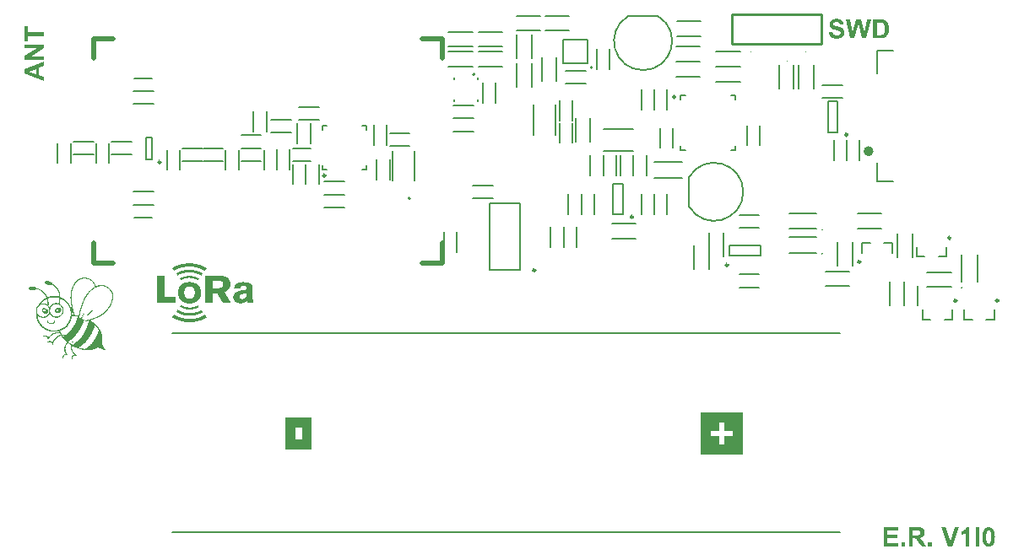
<source format=gbr>
%TF.GenerationSoftware,Altium Limited,Altium Designer,23.11.1 (41)*%
G04 Layer_Color=65535*
%FSLAX45Y45*%
%MOMM*%
%TF.SameCoordinates,5A3C93BB-BC46-40EA-83D2-B686983C8B64*%
%TF.FilePolarity,Positive*%
%TF.FileFunction,Legend,Top*%
%TF.Part,Single*%
G01*
G75*
%TA.AperFunction,NonConductor*%
%ADD70C,0.20320*%
%ADD71C,0.50000*%
%ADD72C,0.25000*%
%ADD73C,0.10000*%
%ADD74C,0.20000*%
%ADD75C,0.25400*%
%ADD76C,0.15240*%
G36*
X1832491Y2943672D02*
X1839995D01*
Y2943171D01*
X1842496D01*
Y2942671D01*
X1852001D01*
Y2942171D01*
X1853502D01*
Y2941671D01*
X1860005D01*
Y2941170D01*
X1861506D01*
Y2940670D01*
X1863507D01*
Y2940170D01*
X1868509D01*
Y2939670D01*
X1870010D01*
Y2939169D01*
X1875013D01*
Y2938669D01*
X1876013D01*
Y2938169D01*
X1879015D01*
Y2937669D01*
X1881516D01*
Y2937169D01*
X1883017D01*
Y2936668D01*
X1887019D01*
Y2936168D01*
X1887519D01*
Y2935668D01*
X1891021D01*
Y2935168D01*
X1892521D01*
Y2934667D01*
X1893522D01*
Y2934167D01*
X1897024D01*
Y2933667D01*
X1898024D01*
Y2933167D01*
X1901026D01*
Y2932666D01*
X1901526D01*
Y2932166D01*
X1904527D01*
Y2931666D01*
X1906028D01*
Y2931166D01*
X1906528D01*
Y2930665D01*
X1909530D01*
Y2930165D01*
X1910030D01*
Y2929665D01*
X1913031D01*
Y2929165D01*
X1914032D01*
Y2928664D01*
X1915032D01*
Y2928164D01*
X1917534D01*
Y2927664D01*
X1918034D01*
Y2927164D01*
X1920535D01*
Y2926663D01*
X1921536D01*
Y2926163D01*
X1923037D01*
Y2925663D01*
X1924537D01*
Y2925163D01*
X1925038D01*
Y2924662D01*
X1927539D01*
Y2924162D01*
X1928039D01*
Y2923662D01*
X1930540D01*
Y2923162D01*
X1931041D01*
Y2922661D01*
X1932041D01*
Y2922161D01*
X1934042D01*
Y2921661D01*
X1934542D01*
Y2921161D01*
X1936543D01*
Y2920660D01*
X1937544D01*
Y2920160D01*
X1939045D01*
Y2919660D01*
X1940045D01*
Y2919160D01*
X1940545D01*
Y2918659D01*
X1943047D01*
Y2918159D01*
X1943547D01*
Y2917659D01*
X1945048D01*
Y2917159D01*
X1946048D01*
Y2916658D01*
X1946548D01*
Y2916158D01*
X1948549D01*
Y2915658D01*
X1949050D01*
Y2915157D01*
X1951051D01*
Y2914657D01*
X1951551D01*
Y2914157D01*
X1952551D01*
Y2913657D01*
X1953552D01*
Y2913156D01*
X1954552D01*
Y2912656D01*
X1956053D01*
Y2912156D01*
X1956553D01*
Y2911656D01*
X1958054D01*
Y2911155D01*
X1959055D01*
Y2910655D01*
X1959555D01*
Y2910155D01*
X1961056D01*
Y2909655D01*
X1961556D01*
Y2909154D01*
X1963057D01*
Y2908654D01*
X1963557D01*
Y2908154D01*
X1965058D01*
Y2907654D01*
X1966058D01*
Y2907153D01*
X1966558D01*
Y2906653D01*
X1968059D01*
Y2906153D01*
X1968559D01*
Y2905653D01*
X1970060D01*
Y2905152D01*
X1970560D01*
Y2904652D01*
X1971561D01*
Y2904152D01*
X1972561D01*
Y2903652D01*
X1973062D01*
Y2903151D01*
X1974562D01*
Y2902651D01*
X1975063D01*
Y2902151D01*
X1976063D01*
Y2901651D01*
X1977064D01*
Y2901150D01*
X1977564D01*
Y2900650D01*
X1979065D01*
Y2900150D01*
X1979565D01*
Y2899650D01*
X1980565D01*
Y2899149D01*
X1981066D01*
Y2898649D01*
X1982066D01*
Y2898149D01*
X1983067D01*
Y2897649D01*
X1983567D01*
Y2897148D01*
X1984567D01*
Y2896648D01*
X1985068D01*
Y2896148D01*
X1986068D01*
Y2895648D01*
X1987069D01*
Y2895147D01*
X1987569D01*
Y2894647D01*
X1989070D01*
Y2893147D01*
X1988569D01*
Y2892646D01*
X1988069D01*
Y2892146D01*
X1987569D01*
Y2891146D01*
X1987069D01*
Y2890645D01*
X1986568D01*
Y2889645D01*
X1986068D01*
Y2889145D01*
X1985568D01*
Y2888644D01*
X1985068D01*
Y2888144D01*
X1984567D01*
Y2887644D01*
X1984067D01*
Y2886643D01*
X1983567D01*
Y2886143D01*
X1983067D01*
Y2885143D01*
X1982566D01*
Y2884642D01*
X1982066D01*
Y2884142D01*
X1981566D01*
Y2883142D01*
X1980565D01*
Y2882141D01*
X1980065D01*
Y2881641D01*
X1979565D01*
Y2880640D01*
X1979065D01*
Y2880140D01*
X1978564D01*
Y2879640D01*
X1978064D01*
Y2878639D01*
X1977564D01*
Y2878139D01*
X1977064D01*
Y2877639D01*
X1976563D01*
Y2876638D01*
X1976063D01*
Y2876138D01*
X1975563D01*
Y2875138D01*
X1975063D01*
Y2874637D01*
X1974562D01*
Y2874137D01*
X1974062D01*
Y2873637D01*
X1973562D01*
Y2873136D01*
X1973062D01*
Y2872136D01*
X1972561D01*
Y2871636D01*
X1972061D01*
Y2870635D01*
X1971561D01*
Y2870135D01*
X1971061D01*
Y2869635D01*
X1970560D01*
Y2868634D01*
X1969560D01*
Y2867634D01*
X1968559D01*
Y2868134D01*
X1967059D01*
Y2868634D01*
X1966558D01*
Y2869134D01*
X1965558D01*
Y2869635D01*
X1965058D01*
Y2870135D01*
X1964057D01*
Y2870635D01*
X1963057D01*
Y2871135D01*
X1962556D01*
Y2871636D01*
X1961056D01*
Y2872136D01*
X1960555D01*
Y2872636D01*
X1959555D01*
Y2873136D01*
X1959055D01*
Y2873637D01*
X1958054D01*
Y2874137D01*
X1957054D01*
Y2874637D01*
X1956553D01*
Y2875138D01*
X1955053D01*
Y2875638D01*
X1954552D01*
Y2876138D01*
X1953552D01*
Y2876638D01*
X1952551D01*
Y2877139D01*
X1952051D01*
Y2877639D01*
X1950550D01*
Y2878139D01*
X1950050D01*
Y2878639D01*
X1948549D01*
Y2879140D01*
X1947549D01*
Y2879640D01*
X1947049D01*
Y2880140D01*
X1945548D01*
Y2880640D01*
X1945048D01*
Y2881141D01*
X1943547D01*
Y2881641D01*
X1943047D01*
Y2882141D01*
X1942046D01*
Y2882641D01*
X1940545D01*
Y2883142D01*
X1940045D01*
Y2883642D01*
X1938544D01*
Y2884142D01*
X1938044D01*
Y2884642D01*
X1936543D01*
Y2885143D01*
X1935543D01*
Y2885643D01*
X1935043D01*
Y2886143D01*
X1933042D01*
Y2886643D01*
X1932541D01*
Y2887144D01*
X1930540D01*
Y2887644D01*
X1930040D01*
Y2888144D01*
X1929040D01*
Y2888644D01*
X1927539D01*
Y2889145D01*
X1927039D01*
Y2889645D01*
X1924537D01*
Y2890145D01*
X1924037D01*
Y2890645D01*
X1922536D01*
Y2891146D01*
X1921536D01*
Y2891646D01*
X1920535D01*
Y2892146D01*
X1918534D01*
Y2892646D01*
X1918034D01*
Y2893147D01*
X1915533D01*
Y2893647D01*
X1915032D01*
Y2894147D01*
X1913532D01*
Y2894647D01*
X1912031D01*
Y2895147D01*
X1911031D01*
Y2895648D01*
X1909030D01*
Y2896148D01*
X1908029D01*
Y2896648D01*
X1905528D01*
Y2897148D01*
X1904527D01*
Y2897649D01*
X1904027D01*
Y2898149D01*
X1901026D01*
Y2898649D01*
X1900525D01*
Y2899149D01*
X1897524D01*
Y2899650D01*
X1896523D01*
Y2900150D01*
X1895523D01*
Y2900650D01*
X1893022D01*
Y2901150D01*
X1892021D01*
Y2901651D01*
X1888519D01*
Y2902151D01*
X1888019D01*
Y2902651D01*
X1885018D01*
Y2903151D01*
X1883517D01*
Y2903652D01*
X1882516D01*
Y2904152D01*
X1878514D01*
Y2904652D01*
X1877514D01*
Y2905152D01*
X1873512D01*
Y2905653D01*
X1872511D01*
Y2906153D01*
X1870510D01*
Y2906653D01*
X1866508D01*
Y2907153D01*
X1865508D01*
Y2907654D01*
X1860005D01*
Y2908154D01*
X1859005D01*
Y2908654D01*
X1853502D01*
Y2909154D01*
X1851001D01*
Y2909655D01*
X1849000D01*
Y2910155D01*
X1840996D01*
Y2910655D01*
X1838995D01*
Y2911155D01*
X1825488D01*
Y2911656D01*
X1818985D01*
Y2912156D01*
X1804477D01*
Y2911656D01*
X1798474D01*
Y2911155D01*
X1784967D01*
Y2910655D01*
X1782466D01*
Y2910155D01*
X1774462D01*
Y2909655D01*
X1772461D01*
Y2909154D01*
X1770460D01*
Y2908654D01*
X1764457D01*
Y2908154D01*
X1763457D01*
Y2907654D01*
X1757954D01*
Y2907153D01*
X1756954D01*
Y2906653D01*
X1752952D01*
Y2906153D01*
X1750951D01*
Y2905653D01*
X1749950D01*
Y2905152D01*
X1745948D01*
Y2904652D01*
X1744947D01*
Y2904152D01*
X1740945D01*
Y2903652D01*
X1739945D01*
Y2903151D01*
X1738944D01*
Y2902651D01*
X1735943D01*
Y2902151D01*
X1734943D01*
Y2901651D01*
X1731441D01*
Y2901150D01*
X1730941D01*
Y2900650D01*
X1728439D01*
Y2900150D01*
X1726939D01*
Y2899650D01*
X1726438D01*
Y2899149D01*
X1723437D01*
Y2898649D01*
X1722937D01*
Y2898149D01*
X1719935D01*
Y2897649D01*
X1719435D01*
Y2897148D01*
X1717934D01*
Y2896648D01*
X1715933D01*
Y2896148D01*
X1715433D01*
Y2895648D01*
X1712431D01*
Y2895147D01*
X1711931D01*
Y2894647D01*
X1709930D01*
Y2894147D01*
X1708930D01*
Y2893647D01*
X1708429D01*
Y2893147D01*
X1706428D01*
Y2892646D01*
X1705428D01*
Y2892146D01*
X1703427D01*
Y2891646D01*
X1702426D01*
Y2891146D01*
X1701926D01*
Y2890645D01*
X1699925D01*
Y2890145D01*
X1699425D01*
Y2889645D01*
X1697424D01*
Y2889145D01*
X1696923D01*
Y2888644D01*
X1695423D01*
Y2888144D01*
X1694422D01*
Y2887644D01*
X1693422D01*
Y2887144D01*
X1691921D01*
Y2886643D01*
X1691421D01*
Y2886143D01*
X1689420D01*
Y2885643D01*
X1688920D01*
Y2885143D01*
X1687919D01*
Y2884642D01*
X1686919D01*
Y2884142D01*
X1685918D01*
Y2883642D01*
X1684417D01*
Y2883142D01*
X1683917D01*
Y2882641D01*
X1682416D01*
Y2882141D01*
X1681916D01*
Y2881641D01*
X1680916D01*
Y2881141D01*
X1679415D01*
Y2880640D01*
X1678915D01*
Y2880140D01*
X1677414D01*
Y2879640D01*
X1676914D01*
Y2879140D01*
X1675913D01*
Y2878639D01*
X1674913D01*
Y2878139D01*
X1674412D01*
Y2877639D01*
X1672912D01*
Y2877139D01*
X1672411D01*
Y2876638D01*
X1671411D01*
Y2876138D01*
X1670410D01*
Y2875638D01*
X1669910D01*
Y2875138D01*
X1668409D01*
Y2874637D01*
X1667909D01*
Y2874137D01*
X1666909D01*
Y2873637D01*
X1666408D01*
Y2873136D01*
X1665408D01*
Y2872636D01*
X1664407D01*
Y2872136D01*
X1663907D01*
Y2871636D01*
X1662907D01*
Y2871135D01*
X1662406D01*
Y2870635D01*
X1661406D01*
Y2870135D01*
X1660405D01*
Y2870635D01*
X1659905D01*
Y2871135D01*
X1659405D01*
Y2872136D01*
X1658904D01*
Y2872636D01*
X1658404D01*
Y2873136D01*
X1657904D01*
Y2873637D01*
X1657404D01*
Y2874637D01*
X1656903D01*
Y2875138D01*
X1656403D01*
Y2875638D01*
X1655903D01*
Y2876638D01*
X1655403D01*
Y2877139D01*
X1654902D01*
Y2878139D01*
X1654402D01*
Y2878639D01*
X1653902D01*
Y2879140D01*
X1653402D01*
Y2879640D01*
X1652901D01*
Y2880140D01*
X1652401D01*
Y2881141D01*
X1651901D01*
Y2881641D01*
X1651401D01*
Y2882641D01*
X1650900D01*
Y2883142D01*
X1650400D01*
Y2883642D01*
X1649900D01*
Y2884642D01*
X1648899D01*
Y2885643D01*
X1648399D01*
Y2886143D01*
X1647899D01*
Y2887144D01*
X1647399D01*
Y2887644D01*
X1646898D01*
Y2888144D01*
X1646398D01*
Y2889145D01*
X1645898D01*
Y2889645D01*
X1645398D01*
Y2890145D01*
X1644898D01*
Y2891146D01*
X1644397D01*
Y2891646D01*
X1643897D01*
Y2892646D01*
X1642897D01*
Y2893647D01*
X1642396D01*
Y2894147D01*
X1641896D01*
Y2894647D01*
X1641396D01*
Y2895648D01*
X1640896D01*
Y2896148D01*
X1640395D01*
Y2897148D01*
X1641896D01*
Y2897649D01*
X1642396D01*
Y2898149D01*
X1643397D01*
Y2898649D01*
X1644397D01*
Y2899149D01*
X1644898D01*
Y2899650D01*
X1645898D01*
Y2900150D01*
X1646398D01*
Y2900650D01*
X1647899D01*
Y2901150D01*
X1648399D01*
Y2901651D01*
X1649400D01*
Y2902151D01*
X1650400D01*
Y2902651D01*
X1650900D01*
Y2903151D01*
X1652401D01*
Y2903652D01*
X1652901D01*
Y2904152D01*
X1653902D01*
Y2904652D01*
X1654902D01*
Y2905152D01*
X1655403D01*
Y2905653D01*
X1656903D01*
Y2906153D01*
X1657404D01*
Y2906653D01*
X1658904D01*
Y2907153D01*
X1659405D01*
Y2907654D01*
X1660405D01*
Y2908154D01*
X1661406D01*
Y2908654D01*
X1662406D01*
Y2909154D01*
X1663907D01*
Y2909655D01*
X1664407D01*
Y2910155D01*
X1665908D01*
Y2910655D01*
X1666408D01*
Y2911155D01*
X1667409D01*
Y2911656D01*
X1668910D01*
Y2912156D01*
X1669410D01*
Y2912656D01*
X1670911D01*
Y2913156D01*
X1671411D01*
Y2913657D01*
X1672912D01*
Y2914157D01*
X1674412D01*
Y2914657D01*
X1674913D01*
Y2915157D01*
X1676413D01*
Y2915658D01*
X1676914D01*
Y2916158D01*
X1678414D01*
Y2916658D01*
X1679415D01*
Y2917159D01*
X1680415D01*
Y2917659D01*
X1682416D01*
Y2918159D01*
X1682917D01*
Y2918659D01*
X1684417D01*
Y2919160D01*
X1685418D01*
Y2919660D01*
X1686418D01*
Y2920160D01*
X1687919D01*
Y2920660D01*
X1688419D01*
Y2921161D01*
X1690920D01*
Y2921661D01*
X1691421D01*
Y2922161D01*
X1693422D01*
Y2922661D01*
X1694422D01*
Y2923162D01*
X1695423D01*
Y2923662D01*
X1697424D01*
Y2924162D01*
X1697924D01*
Y2924662D01*
X1700425D01*
Y2925163D01*
X1700925D01*
Y2925663D01*
X1702426D01*
Y2926163D01*
X1704427D01*
Y2926663D01*
X1704928D01*
Y2927164D01*
X1707429D01*
Y2927664D01*
X1707929D01*
Y2928164D01*
X1710430D01*
Y2928664D01*
X1711431D01*
Y2929165D01*
X1712431D01*
Y2929665D01*
X1715433D01*
Y2930165D01*
X1715933D01*
Y2930665D01*
X1718935D01*
Y2931166D01*
X1719435D01*
Y2931666D01*
X1720936D01*
Y2932166D01*
X1723937D01*
Y2932666D01*
X1724437D01*
Y2933167D01*
X1727939D01*
Y2933667D01*
X1728439D01*
Y2934167D01*
X1731441D01*
Y2934667D01*
X1732942D01*
Y2935168D01*
X1733942D01*
Y2935668D01*
X1737944D01*
Y2936168D01*
X1738944D01*
Y2936668D01*
X1742446D01*
Y2937169D01*
X1743947D01*
Y2937669D01*
X1746448D01*
Y2938169D01*
X1749450D01*
Y2938669D01*
X1750450D01*
Y2939169D01*
X1755453D01*
Y2939670D01*
X1756954D01*
Y2940170D01*
X1761956D01*
Y2940670D01*
X1763957D01*
Y2941170D01*
X1765458D01*
Y2941671D01*
X1772962D01*
Y2942171D01*
X1774462D01*
Y2942671D01*
X1782966D01*
Y2943171D01*
X1785468D01*
Y2943672D01*
X1792972D01*
Y2944172D01*
X1832491D01*
Y2943672D01*
D02*
G37*
G36*
X1816984Y2879640D02*
X1822486D01*
Y2879140D01*
X1834993D01*
Y2878639D01*
X1836994D01*
Y2878139D01*
X1842997D01*
Y2877639D01*
X1845998D01*
Y2877139D01*
X1847999D01*
Y2876638D01*
X1853002D01*
Y2876138D01*
X1854502D01*
Y2875638D01*
X1859005D01*
Y2875138D01*
X1860505D01*
Y2874637D01*
X1862006D01*
Y2874137D01*
X1866008D01*
Y2873637D01*
X1866508D01*
Y2873136D01*
X1870510D01*
Y2872636D01*
X1871511D01*
Y2872136D01*
X1874512D01*
Y2871636D01*
X1876013D01*
Y2871135D01*
X1877014D01*
Y2870635D01*
X1880015D01*
Y2870135D01*
X1880515D01*
Y2869635D01*
X1883517D01*
Y2869134D01*
X1884517D01*
Y2868634D01*
X1886018D01*
Y2868134D01*
X1888019D01*
Y2867634D01*
X1889020D01*
Y2867133D01*
X1891521D01*
Y2866633D01*
X1892521D01*
Y2866133D01*
X1894022D01*
Y2865633D01*
X1895523D01*
Y2865132D01*
X1896023D01*
Y2864632D01*
X1899025D01*
Y2864132D01*
X1899525D01*
Y2863632D01*
X1901526D01*
Y2863131D01*
X1902526D01*
Y2862631D01*
X1903027D01*
Y2862131D01*
X1905528D01*
Y2861631D01*
X1906028D01*
Y2861130D01*
X1908029D01*
Y2860630D01*
X1908529D01*
Y2860130D01*
X1910030D01*
Y2859630D01*
X1911531D01*
Y2859129D01*
X1912031D01*
Y2858629D01*
X1914032D01*
Y2858129D01*
X1914532D01*
Y2857629D01*
X1916033D01*
Y2857128D01*
X1917034D01*
Y2856628D01*
X1917534D01*
Y2856128D01*
X1919535D01*
Y2855628D01*
X1920035D01*
Y2855127D01*
X1921536D01*
Y2854627D01*
X1922036D01*
Y2854127D01*
X1923537D01*
Y2853627D01*
X1924537D01*
Y2853126D01*
X1925038D01*
Y2852626D01*
X1927039D01*
Y2851626D01*
X1929040D01*
Y2851125D01*
X1929540D01*
Y2850625D01*
X1930540D01*
Y2850125D01*
X1931541D01*
Y2849625D01*
X1932041D01*
Y2849125D01*
X1933542D01*
Y2848624D01*
X1934042D01*
Y2848124D01*
X1935543D01*
Y2847624D01*
X1936043D01*
Y2847124D01*
X1936543D01*
Y2846623D01*
X1938044D01*
Y2846123D01*
X1938544D01*
Y2845623D01*
X1940045D01*
Y2845123D01*
X1940545D01*
Y2844622D01*
X1941546D01*
Y2844122D01*
X1942546D01*
Y2843622D01*
X1943047D01*
Y2843122D01*
X1944047D01*
Y2842621D01*
X1945048D01*
Y2842121D01*
X1945548D01*
Y2841621D01*
X1946548D01*
Y2841121D01*
X1947049D01*
Y2840620D01*
X1946548D01*
Y2840120D01*
X1946048D01*
Y2839620D01*
X1945548D01*
Y2838119D01*
X1945048D01*
Y2837619D01*
X1944547D01*
Y2837119D01*
X1944047D01*
Y2836618D01*
X1943547D01*
Y2835618D01*
X1943047D01*
Y2835118D01*
X1942546D01*
Y2834617D01*
X1942046D01*
Y2833617D01*
X1941546D01*
Y2833117D01*
X1941046D01*
Y2832116D01*
X1940545D01*
Y2831616D01*
X1940045D01*
Y2831115D01*
X1939545D01*
Y2830115D01*
X1939045D01*
Y2829615D01*
X1938544D01*
Y2828614D01*
X1938044D01*
Y2828114D01*
X1937544D01*
Y2827614D01*
X1937044D01*
Y2826613D01*
X1936543D01*
Y2826113D01*
X1936043D01*
Y2825112D01*
X1935543D01*
Y2824612D01*
X1935043D01*
Y2824112D01*
X1934542D01*
Y2823111D01*
X1934042D01*
Y2822611D01*
X1933542D01*
Y2822111D01*
X1933042D01*
Y2821611D01*
X1932541D01*
Y2820610D01*
X1932041D01*
Y2820110D01*
X1930540D01*
Y2820610D01*
X1930040D01*
Y2821110D01*
X1928539D01*
Y2821611D01*
X1928039D01*
Y2822111D01*
X1927539D01*
Y2822611D01*
X1926038D01*
Y2823111D01*
X1925538D01*
Y2823612D01*
X1924537D01*
Y2824112D01*
X1924037D01*
Y2824612D01*
X1922536D01*
Y2825112D01*
X1922036D01*
Y2825613D01*
X1921536D01*
Y2826113D01*
X1920035D01*
Y2826613D01*
X1919535D01*
Y2827113D01*
X1918034D01*
Y2827614D01*
X1917534D01*
Y2828114D01*
X1916533D01*
Y2828614D01*
X1915032D01*
Y2829114D01*
X1914532D01*
Y2829615D01*
X1913031D01*
Y2830115D01*
X1912531D01*
Y2830615D01*
X1911031D01*
Y2831115D01*
X1910530D01*
Y2831616D01*
X1910030D01*
Y2832116D01*
X1908029D01*
Y2832616D01*
X1907529D01*
Y2833117D01*
X1905528D01*
Y2833617D01*
X1905028D01*
Y2834117D01*
X1904027D01*
Y2834617D01*
X1902526D01*
Y2835118D01*
X1902026D01*
Y2835618D01*
X1900025D01*
Y2836118D01*
X1899525D01*
Y2836618D01*
X1897524D01*
Y2837119D01*
X1897024D01*
Y2837619D01*
X1896023D01*
Y2838119D01*
X1894022D01*
Y2838619D01*
X1893522D01*
Y2839120D01*
X1891021D01*
Y2839620D01*
X1890520D01*
Y2840120D01*
X1889020D01*
Y2840620D01*
X1887019D01*
Y2841121D01*
X1886518D01*
Y2841621D01*
X1884017D01*
Y2842121D01*
X1883517D01*
Y2842621D01*
X1881016D01*
Y2843122D01*
X1879515D01*
Y2843622D01*
X1879015D01*
Y2844122D01*
X1876013D01*
Y2844622D01*
X1875513D01*
Y2845123D01*
X1872011D01*
Y2845623D01*
X1871010D01*
Y2846123D01*
X1869510D01*
Y2846623D01*
X1867009D01*
Y2847124D01*
X1866008D01*
Y2847624D01*
X1862006D01*
Y2848124D01*
X1861006D01*
Y2848624D01*
X1857504D01*
Y2849125D01*
X1855503D01*
Y2849625D01*
X1854502D01*
Y2850125D01*
X1849500D01*
Y2850625D01*
X1848499D01*
Y2851125D01*
X1841996D01*
Y2851626D01*
X1840495D01*
Y2852126D01*
X1836994D01*
Y2852626D01*
X1829490D01*
Y2853126D01*
X1825988D01*
Y2853627D01*
X1795973D01*
Y2853126D01*
X1792972D01*
Y2852626D01*
X1784967D01*
Y2852126D01*
X1781466D01*
Y2851626D01*
X1779965D01*
Y2851125D01*
X1773462D01*
Y2850625D01*
X1772461D01*
Y2850125D01*
X1767459D01*
Y2849625D01*
X1766458D01*
Y2849125D01*
X1764457D01*
Y2848624D01*
X1760956D01*
Y2848124D01*
X1759955D01*
Y2847624D01*
X1755953D01*
Y2847124D01*
X1754953D01*
Y2846623D01*
X1752451D01*
Y2846123D01*
X1750450D01*
Y2845623D01*
X1749950D01*
Y2845123D01*
X1746448D01*
Y2844622D01*
X1745948D01*
Y2844122D01*
X1742946D01*
Y2843622D01*
X1741946D01*
Y2843122D01*
X1740945D01*
Y2842621D01*
X1738444D01*
Y2842121D01*
X1737944D01*
Y2841621D01*
X1735443D01*
Y2841121D01*
X1734442D01*
Y2840620D01*
X1732441D01*
Y2840120D01*
X1731441D01*
Y2839620D01*
X1730941D01*
Y2839120D01*
X1728439D01*
Y2838619D01*
X1727939D01*
Y2838119D01*
X1725438D01*
Y2837619D01*
X1724938D01*
Y2837119D01*
X1723937D01*
Y2836618D01*
X1722436D01*
Y2836118D01*
X1721436D01*
Y2835618D01*
X1719435D01*
Y2835118D01*
X1718935D01*
Y2834617D01*
X1717434D01*
Y2834117D01*
X1716433D01*
Y2833617D01*
X1715933D01*
Y2833117D01*
X1713932D01*
Y2832616D01*
X1713432D01*
Y2832116D01*
X1711931D01*
Y2831616D01*
X1711431D01*
Y2831115D01*
X1710430D01*
Y2830615D01*
X1708930D01*
Y2830115D01*
X1708429D01*
Y2829615D01*
X1706929D01*
Y2829114D01*
X1705928D01*
Y2828614D01*
X1704928D01*
Y2828114D01*
X1703927D01*
Y2827614D01*
X1703427D01*
Y2827113D01*
X1701926D01*
Y2826613D01*
X1701426D01*
Y2826113D01*
X1699925D01*
Y2825613D01*
X1699425D01*
Y2825112D01*
X1698424D01*
Y2824612D01*
X1697424D01*
Y2824112D01*
X1696923D01*
Y2823612D01*
X1695423D01*
Y2823111D01*
X1694922D01*
Y2822611D01*
X1693922D01*
Y2823111D01*
X1693422D01*
Y2824112D01*
X1692921D01*
Y2824612D01*
X1692421D01*
Y2825112D01*
X1691921D01*
Y2826113D01*
X1691421D01*
Y2826613D01*
X1690920D01*
Y2827614D01*
X1690420D01*
Y2828114D01*
X1689920D01*
Y2828614D01*
X1689420D01*
Y2829114D01*
X1688920D01*
Y2829615D01*
X1688419D01*
Y2831115D01*
X1687419D01*
Y2832116D01*
X1686919D01*
Y2832616D01*
X1686418D01*
Y2833117D01*
X1685918D01*
Y2834117D01*
X1685418D01*
Y2834617D01*
X1684918D01*
Y2835618D01*
X1684417D01*
Y2836118D01*
X1683917D01*
Y2836618D01*
X1683417D01*
Y2837619D01*
X1682917D01*
Y2838119D01*
X1682416D01*
Y2839120D01*
X1681916D01*
Y2839620D01*
X1681416D01*
Y2840620D01*
X1680916D01*
Y2841121D01*
X1680415D01*
Y2841621D01*
X1679915D01*
Y2842621D01*
X1679415D01*
Y2843122D01*
X1678915D01*
Y2844122D01*
X1679915D01*
Y2844622D01*
X1680916D01*
Y2845123D01*
X1681416D01*
Y2845623D01*
X1682416D01*
Y2846123D01*
X1682917D01*
Y2846623D01*
X1684417D01*
Y2847124D01*
X1684918D01*
Y2847624D01*
X1685918D01*
Y2848124D01*
X1686919D01*
Y2848624D01*
X1687419D01*
Y2849125D01*
X1688920D01*
Y2849625D01*
X1689420D01*
Y2850125D01*
X1690420D01*
Y2850625D01*
X1691421D01*
Y2851125D01*
X1691921D01*
Y2851626D01*
X1693422D01*
Y2852126D01*
X1693922D01*
Y2852626D01*
X1695923D01*
Y2853126D01*
X1696423D01*
Y2853627D01*
X1697424D01*
Y2854127D01*
X1698424D01*
Y2854627D01*
X1698924D01*
Y2855127D01*
X1700925D01*
Y2855628D01*
X1701426D01*
Y2856128D01*
X1702926D01*
Y2856628D01*
X1703927D01*
Y2857128D01*
X1704427D01*
Y2857629D01*
X1706428D01*
Y2858129D01*
X1706929D01*
Y2858629D01*
X1708429D01*
Y2859129D01*
X1709430D01*
Y2859630D01*
X1710430D01*
Y2860130D01*
X1711931D01*
Y2860630D01*
X1712431D01*
Y2861130D01*
X1714933D01*
Y2861631D01*
X1715433D01*
Y2862131D01*
X1716934D01*
Y2862631D01*
X1717934D01*
Y2863131D01*
X1718935D01*
Y2863632D01*
X1720936D01*
Y2864132D01*
X1721436D01*
Y2864632D01*
X1723937D01*
Y2865132D01*
X1724938D01*
Y2865633D01*
X1725938D01*
Y2866133D01*
X1727939D01*
Y2866633D01*
X1728940D01*
Y2867133D01*
X1731441D01*
Y2867634D01*
X1731941D01*
Y2868134D01*
X1734943D01*
Y2868634D01*
X1735943D01*
Y2869134D01*
X1736443D01*
Y2869635D01*
X1739445D01*
Y2870135D01*
X1739945D01*
Y2870635D01*
X1743447D01*
Y2871135D01*
X1744447D01*
Y2871636D01*
X1745948D01*
Y2872136D01*
X1748449D01*
Y2872636D01*
X1749450D01*
Y2873136D01*
X1753452D01*
Y2873637D01*
X1754452D01*
Y2874137D01*
X1757954D01*
Y2874637D01*
X1759455D01*
Y2875138D01*
X1760956D01*
Y2875638D01*
X1765458D01*
Y2876138D01*
X1766458D01*
Y2876638D01*
X1772461D01*
Y2877139D01*
X1773962D01*
Y2877639D01*
X1776964D01*
Y2878139D01*
X1782966D01*
Y2878639D01*
X1784967D01*
Y2879140D01*
X1797974D01*
Y2879640D01*
X1802977D01*
Y2880140D01*
X1816984D01*
Y2879640D01*
D02*
G37*
G36*
X1816483Y2816608D02*
X1830490D01*
Y2816108D01*
X1832491D01*
Y2815608D01*
X1839495D01*
Y2815107D01*
X1840495D01*
Y2814607D01*
X1842997D01*
Y2814107D01*
X1846999D01*
Y2813607D01*
X1847999D01*
Y2813106D01*
X1852501D01*
Y2812606D01*
X1853502D01*
Y2812106D01*
X1856503D01*
Y2811606D01*
X1858004D01*
Y2811105D01*
X1859005D01*
Y2810605D01*
X1862006D01*
Y2810105D01*
X1863007D01*
Y2809605D01*
X1866008D01*
Y2809104D01*
X1866508D01*
Y2808604D01*
X1868009D01*
Y2808104D01*
X1870510D01*
Y2807604D01*
X1871010D01*
Y2807103D01*
X1873512D01*
Y2806603D01*
X1874012D01*
Y2806103D01*
X1876013D01*
Y2805603D01*
X1877514D01*
Y2805103D01*
X1878014D01*
Y2804602D01*
X1880015D01*
Y2804102D01*
X1880515D01*
Y2803602D01*
X1883017D01*
Y2803102D01*
X1883517D01*
Y2802601D01*
X1884517D01*
Y2802101D01*
X1886018D01*
Y2801601D01*
X1886518D01*
Y2801101D01*
X1888519D01*
Y2800600D01*
X1889520D01*
Y2800100D01*
X1890520D01*
Y2799600D01*
X1892021D01*
Y2799100D01*
X1892521D01*
Y2798599D01*
X1894022D01*
Y2798099D01*
X1894522D01*
Y2797599D01*
X1896023D01*
Y2797099D01*
X1897024D01*
Y2796598D01*
X1897524D01*
Y2796098D01*
X1899025D01*
Y2795598D01*
X1899525D01*
Y2795098D01*
X1901026D01*
Y2794597D01*
X1901526D01*
Y2794097D01*
X1903027D01*
Y2793597D01*
X1903527D01*
Y2793097D01*
X1904027D01*
Y2792596D01*
X1905528D01*
Y2792096D01*
X1906028D01*
Y2791596D01*
X1907529D01*
Y2791096D01*
X1908029D01*
Y2790595D01*
X1909030D01*
Y2790095D01*
X1909530D01*
Y2789094D01*
X1909030D01*
Y2788594D01*
X1908529D01*
Y2787594D01*
X1908029D01*
Y2787093D01*
X1907529D01*
Y2786593D01*
X1907029D01*
Y2785593D01*
X1906028D01*
Y2784092D01*
X1905528D01*
Y2783592D01*
X1905028D01*
Y2783091D01*
X1904527D01*
Y2782591D01*
X1904027D01*
Y2782091D01*
X1903527D01*
Y2781090D01*
X1903027D01*
Y2780590D01*
X1902526D01*
Y2779590D01*
X1902026D01*
Y2779089D01*
X1901526D01*
Y2778089D01*
X1901026D01*
Y2777589D01*
X1900525D01*
Y2777088D01*
X1900025D01*
Y2776088D01*
X1899525D01*
Y2775588D01*
X1899025D01*
Y2774587D01*
X1898524D01*
Y2774087D01*
X1897524D01*
Y2774587D01*
X1896523D01*
Y2775087D01*
X1896023D01*
Y2775588D01*
X1894522D01*
Y2776088D01*
X1894022D01*
Y2776588D01*
X1893022D01*
Y2777088D01*
X1892521D01*
Y2777589D01*
X1892021D01*
Y2778089D01*
X1890020D01*
Y2778589D01*
X1889520D01*
Y2779089D01*
X1888519D01*
Y2779590D01*
X1887519D01*
Y2780090D01*
X1887019D01*
Y2780590D01*
X1885518D01*
Y2781090D01*
X1885018D01*
Y2781591D01*
X1883517D01*
Y2782091D01*
X1882516D01*
Y2782591D01*
X1881016D01*
Y2783091D01*
X1880015D01*
Y2783592D01*
X1879515D01*
Y2784092D01*
X1878014D01*
Y2784592D01*
X1877514D01*
Y2785092D01*
X1875513D01*
Y2785593D01*
X1874512D01*
Y2786093D01*
X1873512D01*
Y2786593D01*
X1872011D01*
Y2787093D01*
X1871511D01*
Y2787594D01*
X1869009D01*
Y2788094D01*
X1868009D01*
Y2788594D01*
X1866008D01*
Y2789094D01*
X1865008D01*
Y2789595D01*
X1864007D01*
Y2790095D01*
X1861506D01*
Y2790595D01*
X1861006D01*
Y2791096D01*
X1858004D01*
Y2791596D01*
X1857004D01*
Y2792096D01*
X1856003D01*
Y2792596D01*
X1853002D01*
Y2793097D01*
X1852001D01*
Y2793597D01*
X1848499D01*
Y2794097D01*
X1847499D01*
Y2794597D01*
X1843497D01*
Y2795098D01*
X1841996D01*
Y2795598D01*
X1840495D01*
Y2796098D01*
X1834993D01*
Y2796598D01*
X1832992D01*
Y2797099D01*
X1824487D01*
Y2797599D01*
X1820986D01*
Y2798099D01*
X1802476D01*
Y2797599D01*
X1799475D01*
Y2797099D01*
X1789970D01*
Y2796598D01*
X1788969D01*
Y2796098D01*
X1783967D01*
Y2795598D01*
X1781966D01*
Y2795098D01*
X1779965D01*
Y2794597D01*
X1776463D01*
Y2794097D01*
X1775463D01*
Y2793597D01*
X1771461D01*
Y2793097D01*
X1770961D01*
Y2792596D01*
X1767459D01*
Y2792096D01*
X1766458D01*
Y2791596D01*
X1765458D01*
Y2791096D01*
X1762456D01*
Y2790595D01*
X1761956D01*
Y2790095D01*
X1759455D01*
Y2789595D01*
X1758454D01*
Y2789094D01*
X1757454D01*
Y2788594D01*
X1755453D01*
Y2788094D01*
X1754953D01*
Y2787594D01*
X1752451D01*
Y2787093D01*
X1751951D01*
Y2786593D01*
X1749950D01*
Y2786093D01*
X1748950D01*
Y2785593D01*
X1747949D01*
Y2785092D01*
X1746448D01*
Y2784592D01*
X1745948D01*
Y2784092D01*
X1743947D01*
Y2783592D01*
X1743447D01*
Y2783091D01*
X1742446D01*
Y2782591D01*
X1740945D01*
Y2782091D01*
X1740445D01*
Y2781591D01*
X1738444D01*
Y2781090D01*
X1737944D01*
Y2780590D01*
X1736443D01*
Y2780090D01*
X1735943D01*
Y2779590D01*
X1734943D01*
Y2779089D01*
X1733442D01*
Y2778589D01*
X1732942D01*
Y2778089D01*
X1731441D01*
Y2777589D01*
X1730941D01*
Y2777088D01*
X1730440D01*
Y2776588D01*
X1729440D01*
Y2777088D01*
X1728940D01*
Y2778089D01*
X1728439D01*
Y2778589D01*
X1727939D01*
Y2779590D01*
X1727439D01*
Y2780090D01*
X1726939D01*
Y2781090D01*
X1726438D01*
Y2781591D01*
X1725938D01*
Y2782091D01*
X1725438D01*
Y2783091D01*
X1724437D01*
Y2784592D01*
X1723437D01*
Y2785593D01*
X1722937D01*
Y2786093D01*
X1722436D01*
Y2786593D01*
X1721936D01*
Y2787594D01*
X1721436D01*
Y2788094D01*
X1720936D01*
Y2789094D01*
X1720435D01*
Y2789595D01*
X1719935D01*
Y2790095D01*
X1719435D01*
Y2791096D01*
X1718935D01*
Y2791596D01*
X1718434D01*
Y2792596D01*
X1718935D01*
Y2793097D01*
X1719435D01*
Y2793597D01*
X1719935D01*
Y2794097D01*
X1721436D01*
Y2794597D01*
X1721936D01*
Y2795098D01*
X1723437D01*
Y2795598D01*
X1723937D01*
Y2796098D01*
X1724938D01*
Y2796598D01*
X1725938D01*
Y2797099D01*
X1726438D01*
Y2797599D01*
X1728439D01*
Y2798099D01*
X1728940D01*
Y2798599D01*
X1730440D01*
Y2799100D01*
X1730941D01*
Y2799600D01*
X1731941D01*
Y2800100D01*
X1733442D01*
Y2800600D01*
X1733942D01*
Y2801101D01*
X1735943D01*
Y2801601D01*
X1736443D01*
Y2802101D01*
X1737944D01*
Y2802601D01*
X1738944D01*
Y2803102D01*
X1739945D01*
Y2803602D01*
X1741946D01*
Y2804102D01*
X1742446D01*
Y2804602D01*
X1744447D01*
Y2805103D01*
X1745448D01*
Y2805603D01*
X1746448D01*
Y2806103D01*
X1748449D01*
Y2806603D01*
X1748950D01*
Y2807103D01*
X1751451D01*
Y2807604D01*
X1752451D01*
Y2808104D01*
X1754452D01*
Y2808604D01*
X1755953D01*
Y2809104D01*
X1756453D01*
Y2809605D01*
X1759955D01*
Y2810105D01*
X1760455D01*
Y2810605D01*
X1763957D01*
Y2811105D01*
X1764457D01*
Y2811606D01*
X1766458D01*
Y2812106D01*
X1769460D01*
Y2812606D01*
X1770460D01*
Y2813106D01*
X1774462D01*
Y2813607D01*
X1775463D01*
Y2814107D01*
X1779965D01*
Y2814607D01*
X1782466D01*
Y2815107D01*
X1783967D01*
Y2815608D01*
X1790971D01*
Y2816108D01*
X1792471D01*
Y2816608D01*
X1806478D01*
Y2817108D01*
X1813482D01*
Y2816608D01*
X1814482D01*
Y2817108D01*
X1816483D01*
Y2816608D01*
D02*
G37*
G36*
X772323Y2800605D02*
X773001Y2800334D01*
X774086Y2800062D01*
X775510Y2800130D01*
X776256Y2800062D01*
X776663Y2800198D01*
X777748Y2800062D01*
X778562Y2799520D01*
X779918Y2799384D01*
X780461Y2799520D01*
X782495Y2799384D01*
X783173Y2799113D01*
X784123Y2798842D01*
X786022Y2798706D01*
X786971Y2798299D01*
X787920Y2798164D01*
X789819Y2798028D01*
X790633Y2797486D01*
X791922Y2797553D01*
X792396Y2797214D01*
X793346Y2796807D01*
X795109Y2796672D01*
X795787Y2796265D01*
X796330Y2796129D01*
X796737Y2796265D01*
X797415Y2796129D01*
X797686Y2795858D01*
X798364Y2795587D01*
X799992Y2795315D01*
X800535Y2795180D01*
X801484Y2794637D01*
X802433Y2794230D01*
X803722Y2794027D01*
X804400Y2793891D01*
X805485Y2793213D01*
X806095Y2793010D01*
X806638Y2792874D01*
X807723Y2792738D01*
X808130Y2792331D01*
X808401Y2792196D01*
X808672Y2791925D01*
X809215Y2791789D01*
X810164Y2791653D01*
X810910Y2791450D01*
X811385Y2791111D01*
X811792Y2790704D01*
X812470Y2790433D01*
X813013Y2790297D01*
X813691Y2790026D01*
X814437Y2789415D01*
X815183Y2789076D01*
X816065Y2788873D01*
X816539Y2788534D01*
X816946Y2788127D01*
X817624Y2787855D01*
X818167Y2787720D01*
X818845Y2787449D01*
X819591Y2786838D01*
X820337Y2786499D01*
X821219Y2786296D01*
X821693Y2785957D01*
X822100Y2785550D01*
X822778Y2785278D01*
X823660Y2784939D01*
X824203Y2784397D01*
X824270Y2784193D01*
X824542Y2784058D01*
X824949Y2783922D01*
X825830Y2783583D01*
X826712Y2782702D01*
X827933Y2782023D01*
X828272Y2781549D01*
X829153Y2781210D01*
X829696Y2781074D01*
X830171Y2780599D01*
X830306Y2780328D01*
X831188Y2779853D01*
X831459Y2779718D01*
X832409Y2778768D01*
X833358Y2778226D01*
X833900Y2777683D01*
X834172Y2777547D01*
X835121Y2776869D01*
X835799Y2776191D01*
X837020Y2775513D01*
X837223Y2775309D01*
X837359Y2775038D01*
X837834Y2774699D01*
X838444Y2774089D01*
X838580Y2773817D01*
X839054Y2773478D01*
X839800Y2772732D01*
X839936Y2772461D01*
X840953Y2771851D01*
X841225Y2771715D01*
X841903Y2771037D01*
X842852Y2770494D01*
X843327Y2770020D01*
X843463Y2769748D01*
X843802Y2769409D01*
X844073Y2769274D01*
X844683Y2768663D01*
X844819Y2768392D01*
X845158Y2768053D01*
X845429Y2767918D01*
X845904Y2767443D01*
X846040Y2767172D01*
X846379Y2766832D01*
X846650Y2766697D01*
X847125Y2766222D01*
X847260Y2765680D01*
X847599Y2764798D01*
X847871Y2764527D01*
X848142Y2764391D01*
X848888Y2763645D01*
X849023Y2763374D01*
X849837Y2762696D01*
X850109Y2762424D01*
X850244Y2762153D01*
X850448Y2761950D01*
X850719Y2761814D01*
X851465Y2761068D01*
X851872Y2760390D01*
X852550Y2759440D01*
X852686Y2759169D01*
X853499Y2758626D01*
X853771Y2757948D01*
X853974Y2757202D01*
X854652Y2756524D01*
X854924Y2756388D01*
X855263Y2756049D01*
X855805Y2755100D01*
X856755Y2753879D01*
X856958Y2753676D01*
X857229Y2753540D01*
X857569Y2753201D01*
X857772Y2752320D01*
X858247Y2751574D01*
X858450Y2751370D01*
X858654Y2751302D01*
X858789Y2751031D01*
X859332Y2750082D01*
X860146Y2749268D01*
X860688Y2747776D01*
X861366Y2746826D01*
X861909Y2745877D01*
X862519Y2745131D01*
X862858Y2744385D01*
X863062Y2743503D01*
X863401Y2743029D01*
X863808Y2742622D01*
X864079Y2741943D01*
X864418Y2741062D01*
X864960Y2740519D01*
X865164Y2740451D01*
X865300Y2740180D01*
X865571Y2739502D01*
X865910Y2738621D01*
X866249Y2738146D01*
X866520Y2737875D01*
X867131Y2736179D01*
X867470Y2735704D01*
X867877Y2735026D01*
X868012Y2734484D01*
X868148Y2733534D01*
X868419Y2732856D01*
X869030Y2732110D01*
X869233Y2731907D01*
X869436Y2731025D01*
X869776Y2730143D01*
X870454Y2729465D01*
X870725Y2728516D01*
X870928Y2727227D01*
X871403Y2726481D01*
X871674Y2726210D01*
X871946Y2725260D01*
X872149Y2724108D01*
X872624Y2723362D01*
X873031Y2722955D01*
X873302Y2722277D01*
X873505Y2720988D01*
X873641Y2720174D01*
X873912Y2719496D01*
X874116Y2719293D01*
X874251Y2719021D01*
X874658Y2718072D01*
X874862Y2716783D01*
X874997Y2716105D01*
X875201Y2715631D01*
X875811Y2714885D01*
X876150Y2714410D01*
X876354Y2714206D01*
X877032Y2714342D01*
X877303Y2714613D01*
X878252Y2714885D01*
X879270Y2715088D01*
X879744Y2715427D01*
X880016Y2715698D01*
X880694Y2715970D01*
X881643Y2716105D01*
X882525Y2716309D01*
X882728Y2716512D01*
X883000Y2716648D01*
X883542Y2717190D01*
X884492Y2717462D01*
X885780Y2717665D01*
X886323Y2717801D01*
X887001Y2718072D01*
X887204Y2718275D01*
X887476Y2718411D01*
X888154Y2718682D01*
X888696Y2718818D01*
X889985Y2719021D01*
X890663Y2719293D01*
X892087Y2720039D01*
X893376Y2720242D01*
X894054Y2720378D01*
X894732Y2720649D01*
X895207Y2720988D01*
X896156Y2721395D01*
X898055Y2721531D01*
X899005Y2722209D01*
X900564Y2722548D01*
X902870Y2722684D01*
X904023Y2723294D01*
X905515Y2723430D01*
X905786Y2723701D01*
X906465Y2723972D01*
X909041Y2724108D01*
X909720Y2724379D01*
X910669Y2724650D01*
X912568Y2724786D01*
X913246Y2725057D01*
X913789Y2725193D01*
X915348Y2725260D01*
X917044Y2725193D01*
X917451Y2725328D01*
X918468Y2725532D01*
X919350Y2725871D01*
X920299Y2726006D01*
X920842Y2725871D01*
X927895Y2726006D01*
X928573Y2726278D01*
X929658Y2726549D01*
X933727Y2726413D01*
X934405Y2726142D01*
X935354Y2725871D01*
X942882Y2725939D01*
X943899Y2725328D01*
X944849Y2725193D01*
X946544Y2725260D01*
X947765Y2725125D01*
X948307Y2724989D01*
X948986Y2724718D01*
X950885Y2724582D01*
X951427Y2724447D01*
X952308Y2724108D01*
X953258Y2723972D01*
X955157Y2723836D01*
X955971Y2723294D01*
X957598Y2723158D01*
X957870Y2722887D01*
X958548Y2722616D01*
X960447Y2722480D01*
X961260Y2721938D01*
X962481Y2722073D01*
X963295Y2721531D01*
X964244Y2721259D01*
X965533Y2721056D01*
X966211Y2720785D01*
X967025Y2720242D01*
X967771Y2720039D01*
X968924Y2719835D01*
X969398Y2719632D01*
X969805Y2719225D01*
X970077Y2719089D01*
X970755Y2718818D01*
X971975Y2718682D01*
X972654Y2718275D01*
X973874Y2717733D01*
X974756Y2717529D01*
X976045Y2716919D01*
X976316Y2716648D01*
X976587Y2716512D01*
X977537Y2716105D01*
X978486Y2715834D01*
X979232Y2715631D01*
X979707Y2715291D01*
X980656Y2714885D01*
X981538Y2714545D01*
X982012Y2714206D01*
X982284Y2713935D01*
X982962Y2713664D01*
X983843Y2713325D01*
X984250Y2712918D01*
X984386Y2712647D01*
X984589Y2712443D01*
X986285Y2711833D01*
X986488Y2711629D01*
X986760Y2711494D01*
X987031Y2711222D01*
X988726Y2710612D01*
X989201Y2710273D01*
X990015Y2709730D01*
X990964Y2709188D01*
X991507Y2708646D01*
X992795Y2708171D01*
X993270Y2707832D01*
X993609Y2707357D01*
X993813Y2707154D01*
X994694Y2706950D01*
X995169Y2706747D01*
X995644Y2706272D01*
X995711Y2706069D01*
X995983Y2705933D01*
X996932Y2705390D01*
X997746Y2704577D01*
X998288Y2704441D01*
X999170Y2704102D01*
X999916Y2703085D01*
X1000187Y2702949D01*
X1001476Y2702067D01*
X1001950Y2701728D01*
X1002561Y2701118D01*
X1002696Y2700847D01*
X1003442Y2700507D01*
X1004188Y2700304D01*
X1004731Y2699761D01*
X1004867Y2699490D01*
X1005341Y2699015D01*
X1006291Y2698473D01*
X1006562Y2698202D01*
X1007240Y2697795D01*
X1007579Y2697456D01*
X1007715Y2697184D01*
X1008190Y2696710D01*
X1008461Y2696574D01*
X1008936Y2696099D01*
X1009071Y2695828D01*
X1009410Y2695489D01*
X1010360Y2694946D01*
X1010902Y2694404D01*
X1011173Y2694268D01*
X1012462Y2693387D01*
X1012598Y2693116D01*
X1013208Y2692505D01*
X1013479Y2692370D01*
X1013683Y2692166D01*
X1013818Y2691895D01*
X1014564Y2691149D01*
X1014836Y2691013D01*
X1015039Y2690810D01*
X1015175Y2690538D01*
X1015921Y2689792D01*
X1016192Y2689657D01*
X1016395Y2689453D01*
X1016531Y2689182D01*
X1017141Y2688572D01*
X1017413Y2688436D01*
X1017616Y2688233D01*
X1017752Y2687961D01*
X1018498Y2687215D01*
X1018769Y2687080D01*
X1018973Y2686876D01*
X1019108Y2686605D01*
X1019719Y2685995D01*
X1019990Y2685859D01*
X1020193Y2685656D01*
X1020329Y2685384D01*
X1021075Y2684638D01*
X1021346Y2684503D01*
X1021550Y2684299D01*
X1021685Y2684028D01*
X1022431Y2683282D01*
X1022703Y2683146D01*
X1022906Y2682943D01*
X1023109Y2682197D01*
X1023381Y2681519D01*
X1023788Y2681112D01*
X1024059Y2680976D01*
X1024534Y2680501D01*
X1024669Y2680230D01*
X1025144Y2679755D01*
X1025415Y2679620D01*
X1025890Y2679145D01*
X1026432Y2678196D01*
X1027382Y2676975D01*
X1027856Y2676636D01*
X1028060Y2676433D01*
X1028602Y2674941D01*
X1028806Y2674737D01*
X1029077Y2674601D01*
X1029416Y2674262D01*
X1030094Y2673042D01*
X1030773Y2672363D01*
X1031315Y2671414D01*
X1031993Y2670736D01*
X1032129Y2670465D01*
X1032672Y2669515D01*
X1033350Y2668566D01*
X1033485Y2667752D01*
X1034096Y2666870D01*
X1034367Y2666735D01*
X1034570Y2666531D01*
X1034842Y2665853D01*
X1035181Y2664971D01*
X1035791Y2664361D01*
X1036062Y2663683D01*
X1036198Y2662869D01*
X1037283Y2661242D01*
X1037554Y2660156D01*
X1038165Y2659410D01*
X1038368Y2659207D01*
X1038640Y2658529D01*
X1038843Y2657647D01*
X1039318Y2656901D01*
X1039725Y2656494D01*
X1039996Y2655545D01*
X1040335Y2654663D01*
X1040810Y2654188D01*
X1040945Y2653917D01*
X1041352Y2652968D01*
X1041488Y2651611D01*
X1041759Y2651340D01*
X1041895Y2651069D01*
X1042301Y2650662D01*
X1042573Y2649577D01*
X1042708Y2648628D01*
X1043387Y2647543D01*
X1043658Y2646593D01*
X1043793Y2645644D01*
X1044065Y2644559D01*
X1044743Y2643609D01*
X1044879Y2643067D01*
X1045150Y2641439D01*
X1045285Y2640896D01*
X1045421Y2639811D01*
X1045692Y2639133D01*
X1046167Y2637845D01*
X1046438Y2636760D01*
X1046574Y2634454D01*
X1047184Y2633301D01*
X1047320Y2631402D01*
X1047591Y2630724D01*
X1047727Y2630181D01*
X1047863Y2629232D01*
X1047998Y2626926D01*
X1048269Y2626248D01*
X1048541Y2625299D01*
X1048473Y2623874D01*
X1048541Y2623128D01*
X1048405Y2622721D01*
X1048541Y2621636D01*
X1049083Y2620823D01*
X1049151Y2619805D01*
X1049015Y2600139D01*
X1048880Y2599596D01*
X1048405Y2598036D01*
X1048473Y2596341D01*
X1048405Y2595730D01*
X1048541Y2595323D01*
X1048405Y2593967D01*
X1047998Y2593018D01*
X1047863Y2592068D01*
X1047795Y2590780D01*
X1047863Y2589084D01*
X1047320Y2588135D01*
X1047049Y2587457D01*
X1047184Y2586372D01*
X1047320Y2585965D01*
X1047184Y2585287D01*
X1046642Y2584473D01*
X1046506Y2583930D01*
X1046371Y2581489D01*
X1045964Y2580539D01*
X1045828Y2579997D01*
X1045964Y2579047D01*
X1045421Y2578098D01*
X1045285Y2577691D01*
X1045150Y2577149D01*
X1045218Y2576267D01*
X1045082Y2575724D01*
X1044472Y2574707D01*
X1044607Y2573758D01*
X1043929Y2572266D01*
X1043793Y2570503D01*
X1043251Y2569689D01*
X1043115Y2568061D01*
X1042708Y2567383D01*
X1042573Y2566840D01*
X1042437Y2565891D01*
X1041488Y2562907D01*
X1041352Y2561958D01*
X1041013Y2561076D01*
X1040471Y2560262D01*
X1040267Y2559516D01*
X1040064Y2558228D01*
X1039928Y2557550D01*
X1039453Y2556804D01*
X1039046Y2555854D01*
X1038911Y2555312D01*
X1038707Y2554023D01*
X1038572Y2553481D01*
X1038097Y2552735D01*
X1037690Y2552328D01*
X1037419Y2551649D01*
X1037215Y2550361D01*
X1037080Y2549547D01*
X1036808Y2548869D01*
X1036605Y2548665D01*
X1036469Y2548394D01*
X1036062Y2547445D01*
X1035927Y2546902D01*
X1035249Y2545953D01*
X1035045Y2545071D01*
X1034910Y2544529D01*
X1034503Y2543444D01*
X1033757Y2542426D01*
X1033621Y2541884D01*
X1033485Y2540934D01*
X1033282Y2540188D01*
X1032536Y2539442D01*
X1032265Y2538764D01*
X1032061Y2537883D01*
X1031586Y2537137D01*
X1031180Y2536730D01*
X1030908Y2536052D01*
X1030705Y2534627D01*
X1030230Y2533881D01*
X1029823Y2533203D01*
X1029348Y2531915D01*
X1028874Y2531169D01*
X1028602Y2530897D01*
X1027992Y2529202D01*
X1027450Y2528388D01*
X1027246Y2528185D01*
X1026975Y2527235D01*
X1026297Y2526015D01*
X1025890Y2525337D01*
X1025415Y2524048D01*
X1024941Y2523302D01*
X1024534Y2522624D01*
X1024059Y2521335D01*
X1023720Y2520861D01*
X1023177Y2520047D01*
X1022635Y2519097D01*
X1022092Y2518555D01*
X1021821Y2517877D01*
X1021617Y2516995D01*
X1021143Y2516249D01*
X1020736Y2515842D01*
X1020600Y2515300D01*
X1020125Y2514282D01*
X1019854Y2514147D01*
X1019379Y2513672D01*
X1018769Y2511977D01*
X1018294Y2511502D01*
X1017481Y2510010D01*
X1016938Y2509467D01*
X1016667Y2508789D01*
X1016328Y2507908D01*
X1016056Y2507636D01*
X1015785Y2507501D01*
X1015446Y2507162D01*
X1015175Y2506212D01*
X1014632Y2505263D01*
X1014090Y2504449D01*
X1013547Y2503499D01*
X1013005Y2502957D01*
X1012530Y2501668D01*
X1012191Y2501194D01*
X1011987Y2500990D01*
X1011716Y2500855D01*
X1011377Y2500109D01*
X1011173Y2499363D01*
X1010156Y2498346D01*
X1009885Y2497667D01*
X1008936Y2496718D01*
X1008800Y2496175D01*
X1008461Y2495294D01*
X1008190Y2495022D01*
X1007918Y2494887D01*
X1007715Y2494683D01*
X1007037Y2493463D01*
X1006698Y2493124D01*
X1006494Y2493056D01*
X1006359Y2492784D01*
X1006223Y2492378D01*
X1005884Y2491496D01*
X1005002Y2490614D01*
X1004324Y2489394D01*
X1003849Y2489054D01*
X1002900Y2487562D01*
X1002290Y2486952D01*
X1001611Y2485732D01*
X1001069Y2484918D01*
X1000933Y2484647D01*
X1000594Y2484307D01*
X1000323Y2484172D01*
X999848Y2483697D01*
X999373Y2482409D01*
X999102Y2482002D01*
X998831Y2481866D01*
X998356Y2481527D01*
X998221Y2481256D01*
X997542Y2480306D01*
X997407Y2480035D01*
X996796Y2479289D01*
X996389Y2478882D01*
X996118Y2478746D01*
X995915Y2478543D01*
X995711Y2477797D01*
X995440Y2477119D01*
X995033Y2476712D01*
X994762Y2476576D01*
X994287Y2476101D01*
X994152Y2475830D01*
X993474Y2474881D01*
X993067Y2474203D01*
X992728Y2473863D01*
X992456Y2473728D01*
X991982Y2473253D01*
X991439Y2472304D01*
X990896Y2471761D01*
X990761Y2471490D01*
X990218Y2470541D01*
X989879Y2470202D01*
X989608Y2470066D01*
X988998Y2469456D01*
X988862Y2469184D01*
X988184Y2468235D01*
X988048Y2467964D01*
X987709Y2467489D01*
X987438Y2467353D01*
X986556Y2466472D01*
X986488Y2466268D01*
X986217Y2466132D01*
X985471Y2465386D01*
X985335Y2465115D01*
X984657Y2464166D01*
X984250Y2463759D01*
X983708Y2462809D01*
X983097Y2462199D01*
X982826Y2462063D01*
X982487Y2461589D01*
X981741Y2460843D01*
X981538Y2460775D01*
X981402Y2460504D01*
X980385Y2459486D01*
X980181Y2459418D01*
X980046Y2459147D01*
X977808Y2456909D01*
X977604Y2456841D01*
X977469Y2456570D01*
X975231Y2454332D01*
X975027Y2454265D01*
X974892Y2453993D01*
X973874Y2452976D01*
X973671Y2452908D01*
X973535Y2452637D01*
X971297Y2450399D01*
X971094Y2450331D01*
X970958Y2450060D01*
X970077Y2449178D01*
X969805Y2449043D01*
X969466Y2448568D01*
X968856Y2447958D01*
X967906Y2447415D01*
X967364Y2446872D01*
X967093Y2446737D01*
X966143Y2446059D01*
X965669Y2445584D01*
X965601Y2445380D01*
X965330Y2445245D01*
X964448Y2444363D01*
X964312Y2444092D01*
X962685Y2443007D01*
X961871Y2442329D01*
X961600Y2442057D01*
X961464Y2441786D01*
X961260Y2441583D01*
X960040Y2440905D01*
X959362Y2440227D01*
X958412Y2439684D01*
X958073Y2439345D01*
X957937Y2439074D01*
X957463Y2438599D01*
X956784Y2438192D01*
X955971Y2437649D01*
X955699Y2437514D01*
X955225Y2437039D01*
X955089Y2436768D01*
X954614Y2436293D01*
X953733Y2436090D01*
X953054Y2435683D01*
X952919Y2435411D01*
X952173Y2434665D01*
X951902Y2434530D01*
X950952Y2433852D01*
X950681Y2433716D01*
X950206Y2433377D01*
X950071Y2433106D01*
X949799Y2432834D01*
X949732Y2432631D01*
X949460Y2432495D01*
X949053Y2432360D01*
X948172Y2432021D01*
X947290Y2431139D01*
X946137Y2430529D01*
X946002Y2430257D01*
X945663Y2429918D01*
X945391Y2429783D01*
X944442Y2429104D01*
X944035Y2428697D01*
X943764Y2428562D01*
X942543Y2427884D01*
X942272Y2427612D01*
X942000Y2427477D01*
X940780Y2426799D01*
X939966Y2425985D01*
X939695Y2425849D01*
X938474Y2425171D01*
X938203Y2424900D01*
X937931Y2424764D01*
X936982Y2424222D01*
X936236Y2423611D01*
X936033Y2423408D01*
X935490Y2423272D01*
X934812Y2423001D01*
X933862Y2422052D01*
X932913Y2421780D01*
X932235Y2421373D01*
X931692Y2420695D01*
X930404Y2420220D01*
X929590Y2419542D01*
X929387Y2419339D01*
X927895Y2418525D01*
X927623Y2418254D01*
X926674Y2417982D01*
X925724Y2417440D01*
X925385Y2416965D01*
X924639Y2416626D01*
X923758Y2416287D01*
X923147Y2415677D01*
X921859Y2415202D01*
X921384Y2414863D01*
X920977Y2414320D01*
X920299Y2414049D01*
X919757Y2413913D01*
X919078Y2413506D01*
X918265Y2412964D01*
X916773Y2412421D01*
X915823Y2411743D01*
X914602Y2411065D01*
X913924Y2410387D01*
X912839Y2410116D01*
X911890Y2409573D01*
X911618Y2409302D01*
X911347Y2409166D01*
X910669Y2408895D01*
X910126Y2408759D01*
X909177Y2408217D01*
X908770Y2407810D01*
X907821Y2407539D01*
X906939Y2407200D01*
X906125Y2406521D01*
X905515Y2406318D01*
X904973Y2406182D01*
X904023Y2405640D01*
X903752Y2405369D01*
X903481Y2405233D01*
X902802Y2404962D01*
X902056Y2404758D01*
X901310Y2404283D01*
X900903Y2403877D01*
X899818Y2403605D01*
X898869Y2403063D01*
X898598Y2402791D01*
X898326Y2402656D01*
X897648Y2402385D01*
X897106Y2402249D01*
X896156Y2401706D01*
X895749Y2401299D01*
X894800Y2401028D01*
X893918Y2400689D01*
X893443Y2400350D01*
X893037Y2399943D01*
X891952Y2399672D01*
X890867Y2399536D01*
X890121Y2398926D01*
X888696Y2398315D01*
X888018Y2398044D01*
X887069Y2397366D01*
X886391Y2397095D01*
X885441Y2396824D01*
X884695Y2396620D01*
X883881Y2396078D01*
X882728Y2395739D01*
X881779Y2395196D01*
X881236Y2394654D01*
X880287Y2394518D01*
X879066Y2394247D01*
X878320Y2393636D01*
X877574Y2393297D01*
X876625Y2393026D01*
X876083Y2392890D01*
X875404Y2392619D01*
X874591Y2392076D01*
X874048Y2391941D01*
X873166Y2391602D01*
X872963Y2391398D01*
X872692Y2391263D01*
X872013Y2390991D01*
X871471Y2390856D01*
X869708Y2390313D01*
X868826Y2389974D01*
X867809Y2389364D01*
X867063Y2389160D01*
X866588Y2388957D01*
X866317Y2388686D01*
X865639Y2388414D01*
X865096Y2388279D01*
X864350Y2388075D01*
X863468Y2387736D01*
X862655Y2387601D01*
X861705Y2386922D01*
X860756Y2386651D01*
X859671Y2386515D01*
X858315Y2385566D01*
X856551Y2385295D01*
X855602Y2384617D01*
X854517Y2384345D01*
X853635Y2384006D01*
X852143Y2383599D01*
X851329Y2383057D01*
X850719Y2382853D01*
X850176Y2382718D01*
X848888Y2382514D01*
X848345Y2382379D01*
X847531Y2381836D01*
X846786Y2381497D01*
X845497Y2381294D01*
X844819Y2381158D01*
X844141Y2380887D01*
X843124Y2380276D01*
X842378Y2380073D01*
X841903Y2379870D01*
X841089Y2379327D01*
X840546Y2379191D01*
X839597Y2379056D01*
X839054Y2378920D01*
X838308Y2378717D01*
X837562Y2378242D01*
X836884Y2377971D01*
X836342Y2377835D01*
X834714Y2377564D01*
X833019Y2377225D01*
X832341Y2376953D01*
X832137Y2376750D01*
X831866Y2376614D01*
X831188Y2376343D01*
X830645Y2376207D01*
X829357Y2376004D01*
X828814Y2375868D01*
X828000Y2375326D01*
X827254Y2374987D01*
X825966Y2374783D01*
X825288Y2374648D01*
X824609Y2374376D01*
X824135Y2374037D01*
X823185Y2373630D01*
X821286Y2373495D01*
X821015Y2373223D01*
X819794Y2372545D01*
X819727Y2371664D01*
X820201Y2371189D01*
X821422Y2370511D01*
X821965Y2369968D01*
X822914Y2369697D01*
X823185Y2369561D01*
X824135Y2368612D01*
X825288Y2368001D01*
X825423Y2367730D01*
X825762Y2367391D01*
X826712Y2367120D01*
X827390Y2366713D01*
X827593Y2366510D01*
X827729Y2366238D01*
X828339Y2365899D01*
X829018Y2365492D01*
X829831Y2364679D01*
X830713Y2364475D01*
X831391Y2364068D01*
X831527Y2363797D01*
X831798Y2363526D01*
X831934Y2363254D01*
X833019Y2362576D01*
X833222Y2362373D01*
X834714Y2361559D01*
X835392Y2360881D01*
X836342Y2360338D01*
X837156Y2359524D01*
X838105Y2358982D01*
X838919Y2358168D01*
X839868Y2357625D01*
X840411Y2357083D01*
X841632Y2356405D01*
X841835Y2356201D01*
X841971Y2355930D01*
X842174Y2355727D01*
X842445Y2355591D01*
X843395Y2355048D01*
X844209Y2354235D01*
X845158Y2353692D01*
X845701Y2353149D01*
X845972Y2353014D01*
X846921Y2352336D01*
X847260Y2351997D01*
X847396Y2351726D01*
X847599Y2351522D01*
X847871Y2351386D01*
X848820Y2350708D01*
X849091Y2350573D01*
X849837Y2349962D01*
X850109Y2349691D01*
X850244Y2349420D01*
X850583Y2349081D01*
X851804Y2348402D01*
X852482Y2347724D01*
X853432Y2347182D01*
X853635Y2346978D01*
X853771Y2346707D01*
X854245Y2346232D01*
X854517Y2346097D01*
X855466Y2345147D01*
X856416Y2344605D01*
X857365Y2343655D01*
X857636Y2343520D01*
X857975Y2343045D01*
X858586Y2342434D01*
X858857Y2342299D01*
X859061Y2342095D01*
X859196Y2341824D01*
X859671Y2341349D01*
X860959Y2340875D01*
X861366Y2340603D01*
X861502Y2340332D01*
X864960Y2336874D01*
X865164Y2336806D01*
X865300Y2336535D01*
X866995Y2334839D01*
X868216Y2334161D01*
X868419Y2333957D01*
X868555Y2333686D01*
X869369Y2333008D01*
X869640Y2332737D01*
X869776Y2332465D01*
X869979Y2332262D01*
X870250Y2332126D01*
X870996Y2331380D01*
X871132Y2331109D01*
X871607Y2330770D01*
X872353Y2330024D01*
X872488Y2329753D01*
X872963Y2329414D01*
X873573Y2328803D01*
X873709Y2328532D01*
X873912Y2328329D01*
X874184Y2328193D01*
X874930Y2327447D01*
X875065Y2327176D01*
X875540Y2326837D01*
X876150Y2326226D01*
X876286Y2325955D01*
X876489Y2325752D01*
X876761Y2325616D01*
X877506Y2324870D01*
X877642Y2324599D01*
X878117Y2324260D01*
X878863Y2323514D01*
X878998Y2323242D01*
X879473Y2322903D01*
X880084Y2322293D01*
X880219Y2322022D01*
X880423Y2321818D01*
X880694Y2321683D01*
X881440Y2320937D01*
X881576Y2320665D01*
X882050Y2320326D01*
X882661Y2319309D01*
X882796Y2319038D01*
X884492Y2317342D01*
X884695Y2317275D01*
X884831Y2317003D01*
X885848Y2315986D01*
X886052Y2315918D01*
X886187Y2315647D01*
X887544Y2314291D01*
X888086Y2313341D01*
X888764Y2312663D01*
X889307Y2311713D01*
X889782Y2311239D01*
X890053Y2311103D01*
X890256Y2310900D01*
X890392Y2310628D01*
X891138Y2309882D01*
X891409Y2309747D01*
X891748Y2309408D01*
X892291Y2308458D01*
X893240Y2307237D01*
X893443Y2307034D01*
X893715Y2306899D01*
X894054Y2306560D01*
X894189Y2306288D01*
X894664Y2305814D01*
X894935Y2305678D01*
X895275Y2305339D01*
X895410Y2304796D01*
X895749Y2303915D01*
X896156Y2303508D01*
X896427Y2303372D01*
X896902Y2302897D01*
X897038Y2302626D01*
X897513Y2302151D01*
X897716Y2302084D01*
X897852Y2301812D01*
X898394Y2300863D01*
X899344Y2299913D01*
X899886Y2298964D01*
X900429Y2298421D01*
X900971Y2297472D01*
X901785Y2296658D01*
X902463Y2295437D01*
X902938Y2295098D01*
X903887Y2293606D01*
X904362Y2293132D01*
X904498Y2292860D01*
X905176Y2291911D01*
X905719Y2291369D01*
X906261Y2290419D01*
X907075Y2289605D01*
X907278Y2288724D01*
X907685Y2288045D01*
X907956Y2287910D01*
X908295Y2287571D01*
X908974Y2286350D01*
X909313Y2286011D01*
X909516Y2285943D01*
X909787Y2285265D01*
X909991Y2284519D01*
X911008Y2283502D01*
X911279Y2282823D01*
X911618Y2282349D01*
X911890Y2282213D01*
X912229Y2281874D01*
X912364Y2281331D01*
X912704Y2280450D01*
X912975Y2280179D01*
X913246Y2280043D01*
X913450Y2279839D01*
X913721Y2279161D01*
X914060Y2278280D01*
X914806Y2277534D01*
X914942Y2277263D01*
X915620Y2276042D01*
X915891Y2275771D01*
X916162Y2275092D01*
X916569Y2274007D01*
X917044Y2273533D01*
X917247Y2273465D01*
X917383Y2273194D01*
X917790Y2272244D01*
X918197Y2271566D01*
X918604Y2271159D01*
X918875Y2270210D01*
X919214Y2269328D01*
X919553Y2268853D01*
X920096Y2268311D01*
X920910Y2266819D01*
X921181Y2266547D01*
X921791Y2264852D01*
X922130Y2264377D01*
X922673Y2263563D01*
X922876Y2262817D01*
X923147Y2262139D01*
X923486Y2261665D01*
X923758Y2261393D01*
X924029Y2260715D01*
X924504Y2259427D01*
X924843Y2259088D01*
X924978Y2258816D01*
X925385Y2257867D01*
X925724Y2256985D01*
X926470Y2255968D01*
X926742Y2254340D01*
X927013Y2253662D01*
X927555Y2253120D01*
X927691Y2252848D01*
X927962Y2252170D01*
X928098Y2251628D01*
X928641Y2250678D01*
X929047Y2250271D01*
X929319Y2249322D01*
X929522Y2248169D01*
X929726Y2247694D01*
X929997Y2247423D01*
X930133Y2247152D01*
X930404Y2246881D01*
X930539Y2245931D01*
X930811Y2244711D01*
X931218Y2244304D01*
X931625Y2243354D01*
X931760Y2242540D01*
X932031Y2241862D01*
X932303Y2240777D01*
X932845Y2239828D01*
X933252Y2238878D01*
X933456Y2237590D01*
X933591Y2236911D01*
X934473Y2235216D01*
X934608Y2234673D01*
X934812Y2233385D01*
X934948Y2232842D01*
X935422Y2232097D01*
X935829Y2231147D01*
X935965Y2229248D01*
X936643Y2228299D01*
X936914Y2227214D01*
X937050Y2226264D01*
X937185Y2225722D01*
X937389Y2224433D01*
X937931Y2222941D01*
X938135Y2222195D01*
X938406Y2221110D01*
X938542Y2218940D01*
X939084Y2218126D01*
X939220Y2216499D01*
X939491Y2216227D01*
X939762Y2215549D01*
X939898Y2211616D01*
X940305Y2210666D01*
X940441Y2209717D01*
X940305Y2207818D01*
X940847Y2207004D01*
X941119Y2205919D01*
X940983Y2203749D01*
X941119Y2201579D01*
X941254Y2201172D01*
X941593Y2200290D01*
X941729Y2199612D01*
X941797Y2199002D01*
X941661Y2198595D01*
X941729Y2180352D01*
X941254Y2179742D01*
X940983Y2178657D01*
X941051Y2177233D01*
X940983Y2176215D01*
X941119Y2175808D01*
X940915Y2174249D01*
X940780Y2173706D01*
X940508Y2173028D01*
X940373Y2171129D01*
X940237Y2170587D01*
X939898Y2169705D01*
X939762Y2168756D01*
X939627Y2166857D01*
X939084Y2166043D01*
X939016Y2165433D01*
X939084Y2164415D01*
X938677Y2163466D01*
X938406Y2161838D01*
X938203Y2160685D01*
X938067Y2160143D01*
X937796Y2159465D01*
X937457Y2159125D01*
X937185Y2158447D01*
X937050Y2156413D01*
X936372Y2155464D01*
X936100Y2154514D01*
X935965Y2153565D01*
X935829Y2153022D01*
X935626Y2152276D01*
X935422Y2152073D01*
X935287Y2151801D01*
X934880Y2150852D01*
X934744Y2150309D01*
X934405Y2149428D01*
X934134Y2148343D01*
X933930Y2147868D01*
X933388Y2147054D01*
X933116Y2145969D01*
X932710Y2145291D01*
X932303Y2144884D01*
X932031Y2144206D01*
X931692Y2143324D01*
X931489Y2143121D01*
X931353Y2142578D01*
X931489Y2142036D01*
X932303Y2140679D01*
X933116Y2139866D01*
X933320Y2139120D01*
X933591Y2138441D01*
X933930Y2137967D01*
X934337Y2137289D01*
X934473Y2136746D01*
X935015Y2135797D01*
X935694Y2135118D01*
X936168Y2133830D01*
X936643Y2133355D01*
X936778Y2133084D01*
X937321Y2131728D01*
X938270Y2130778D01*
X938813Y2129286D01*
X939491Y2128337D01*
X940034Y2127387D01*
X940644Y2126641D01*
X940983Y2125895D01*
X941187Y2125149D01*
X941390Y2124675D01*
X942068Y2123997D01*
X942204Y2123725D01*
X942882Y2122505D01*
X943153Y2122233D01*
X943289Y2121962D01*
X943560Y2121284D01*
X943899Y2120402D01*
X944374Y2119656D01*
X944645Y2119385D01*
X945323Y2118164D01*
X945730Y2117757D01*
X945866Y2117486D01*
X946273Y2116537D01*
X946476Y2115791D01*
X946815Y2115316D01*
X947358Y2114773D01*
X947494Y2114502D01*
X948172Y2113282D01*
X948443Y2113010D01*
X948850Y2112061D01*
X949053Y2111315D01*
X949393Y2110840D01*
X949935Y2110026D01*
X950478Y2109077D01*
X951020Y2108534D01*
X951427Y2107585D01*
X951563Y2107042D01*
X952173Y2106432D01*
X952444Y2106296D01*
X952783Y2105550D01*
X952987Y2104804D01*
X953529Y2103990D01*
X953733Y2103787D01*
X954343Y2102092D01*
X954750Y2101685D01*
X955021Y2101549D01*
X955225Y2101346D01*
X955496Y2100396D01*
X955903Y2099718D01*
X956310Y2099311D01*
X956581Y2098633D01*
X956717Y2098091D01*
X957327Y2097345D01*
X957598Y2097209D01*
X957802Y2097005D01*
X957937Y2096463D01*
X958344Y2095378D01*
X958616Y2095107D01*
X958751Y2094835D01*
X959022Y2094564D01*
X959226Y2093818D01*
X959497Y2093140D01*
X959768Y2092733D01*
X960040Y2092597D01*
X960379Y2092258D01*
X960650Y2091580D01*
X960786Y2091037D01*
X961396Y2090291D01*
X961735Y2089952D01*
X962549Y2088460D01*
X962820Y2088189D01*
X963092Y2087511D01*
X963566Y2086222D01*
X963905Y2085883D01*
X964041Y2085612D01*
X964719Y2084391D01*
X965397Y2083713D01*
X965669Y2083035D01*
X965804Y2082493D01*
X966076Y2081814D01*
X966686Y2081068D01*
X967025Y2080729D01*
X967839Y2079237D01*
X968110Y2078966D01*
X968720Y2077271D01*
X969059Y2076796D01*
X969602Y2075982D01*
X970144Y2075033D01*
X970687Y2074490D01*
X970958Y2073812D01*
X971094Y2072998D01*
X971704Y2072252D01*
X972043Y2071777D01*
X972586Y2070828D01*
X972857Y2070557D01*
X972993Y2070285D01*
X973264Y2070014D01*
X973400Y2069065D01*
X973264Y2068522D01*
X973061Y2068319D01*
X972518Y2068455D01*
X972111Y2068861D01*
X971026Y2069133D01*
X970212Y2069268D01*
X969466Y2069879D01*
X968585Y2070218D01*
X967228Y2070353D01*
X966008Y2071303D01*
X965330Y2071574D01*
X964041Y2071777D01*
X963363Y2071913D01*
X962481Y2072252D01*
X962210Y2072523D01*
X961532Y2072795D01*
X960243Y2073269D01*
X959904Y2073609D01*
X958955Y2073880D01*
X958412Y2074015D01*
X957734Y2074287D01*
X956649Y2074558D01*
X955428Y2075236D01*
X954750Y2075507D01*
X954207Y2075643D01*
X953122Y2076321D01*
X952037Y2076592D01*
X951088Y2076728D01*
X950545Y2076864D01*
X949867Y2077135D01*
X949325Y2077678D01*
X949053Y2077813D01*
X948375Y2078084D01*
X947087Y2078288D01*
X946612Y2078491D01*
X945663Y2079170D01*
X945120Y2079305D01*
X943831Y2079509D01*
X943085Y2079983D01*
X942679Y2080390D01*
X942000Y2080662D01*
X940847Y2080865D01*
X940034Y2081001D01*
X939491Y2081136D01*
X938745Y2081611D01*
X937796Y2082018D01*
X937253Y2082154D01*
X936440Y2082696D01*
X935761Y2082967D01*
X934880Y2083171D01*
X933998Y2083510D01*
X933456Y2083646D01*
X932710Y2083849D01*
X932506Y2084052D01*
X932235Y2084188D01*
X931285Y2084595D01*
X930404Y2084934D01*
X930200Y2085137D01*
X929929Y2085273D01*
X928980Y2085680D01*
X927555Y2085883D01*
X926877Y2086019D01*
X926131Y2086494D01*
X925724Y2086901D01*
X925046Y2087172D01*
X923758Y2087375D01*
X923079Y2087647D01*
X922605Y2088121D01*
X921927Y2088393D01*
X920503Y2088596D01*
X919824Y2088867D01*
X919078Y2089613D01*
X917993Y2089885D01*
X916705Y2090088D01*
X916162Y2090224D01*
X914467Y2091105D01*
X913924Y2091241D01*
X912839Y2091919D01*
X911754Y2092190D01*
X910872Y2092529D01*
X909787Y2092801D01*
X909109Y2093072D01*
X908906Y2093275D01*
X908634Y2093411D01*
X907956Y2093682D01*
X907075Y2094021D01*
X906261Y2094564D01*
X905515Y2094767D01*
X904362Y2094971D01*
X903548Y2095107D01*
X903074Y2095310D01*
X902328Y2095920D01*
X902124Y2096124D01*
X901039Y2096395D01*
X899954Y2096531D01*
X899208Y2097141D01*
X898462Y2097480D01*
X897513Y2097616D01*
X896767Y2097819D01*
X896292Y2098158D01*
X896021Y2098430D01*
X895749Y2098565D01*
X894800Y2098972D01*
X893172Y2098836D01*
X892087Y2097751D01*
X891341Y2097548D01*
X890663Y2097277D01*
X890188Y2096938D01*
X889917Y2096666D01*
X888425Y2095853D01*
X887883Y2095310D01*
X886594Y2094835D01*
X885712Y2093954D01*
X885034Y2093682D01*
X884288Y2093479D01*
X883814Y2093140D01*
X883542Y2092869D01*
X882593Y2092462D01*
X881508Y2092055D01*
X880558Y2091377D01*
X879609Y2090834D01*
X879066Y2090291D01*
X878795Y2090156D01*
X878117Y2089885D01*
X877574Y2089749D01*
X876625Y2089206D01*
X875676Y2088799D01*
X874862Y2088664D01*
X874184Y2088393D01*
X873505Y2087986D01*
X872692Y2087443D01*
X872013Y2087172D01*
X870386Y2086765D01*
X869436Y2086087D01*
X868555Y2085883D01*
X867877Y2085612D01*
X867402Y2085137D01*
X867131Y2085002D01*
X866181Y2084595D01*
X864893Y2084391D01*
X864214Y2084256D01*
X863536Y2083984D01*
X863197Y2083646D01*
X862519Y2083374D01*
X861570Y2083239D01*
X860824Y2083035D01*
X860349Y2082696D01*
X860078Y2082425D01*
X859400Y2082154D01*
X858111Y2081950D01*
X856958Y2081340D01*
X855466Y2081204D01*
X854788Y2080797D01*
X854245Y2080662D01*
X852957Y2080458D01*
X852414Y2080322D01*
X851940Y2080119D01*
X850990Y2079441D01*
X848820Y2079305D01*
X848006Y2078763D01*
X846379Y2078627D01*
X846108Y2078356D01*
X845429Y2078084D01*
X843530Y2077949D01*
X842717Y2077406D01*
X841564Y2077474D01*
X841089Y2077271D01*
X840411Y2076864D01*
X839461Y2076728D01*
X838648Y2076864D01*
X838241Y2076728D01*
X837427Y2076592D01*
X836477Y2076186D01*
X834714Y2076050D01*
X834443Y2075779D01*
X833765Y2075507D01*
X830510Y2075372D01*
X829696Y2074829D01*
X829153Y2074694D01*
X827526Y2074965D01*
X827119Y2074829D01*
X826373Y2074626D01*
X825220Y2074287D01*
X823863Y2074151D01*
X822100Y2074287D01*
X821693Y2074151D01*
X820201Y2073473D01*
X818167Y2073609D01*
X817760Y2073473D01*
X815454Y2073609D01*
X814640Y2073066D01*
X814098Y2072930D01*
X813488Y2072863D01*
X804875Y2072930D01*
X803925Y2072388D01*
X803247Y2072117D01*
X801484Y2072252D01*
X784326Y2072184D01*
X783173Y2072795D01*
X782631Y2072930D01*
X774154Y2072863D01*
X773340Y2072998D01*
X772187Y2073609D01*
X769746Y2073473D01*
X769339Y2073609D01*
X767304Y2073473D01*
X766897Y2073609D01*
X766219Y2073880D01*
X765134Y2074151D01*
X760251Y2074287D01*
X759437Y2074829D01*
X758895Y2074965D01*
X757132Y2074829D01*
X756318Y2074965D01*
X755640Y2075236D01*
X755097Y2075372D01*
X754148Y2075507D01*
X751028Y2075643D01*
X750214Y2076186D01*
X749672Y2076321D01*
X748926Y2076118D01*
X747773Y2076050D01*
X746823Y2076728D01*
X745874Y2076864D01*
X743704Y2076999D01*
X742755Y2077406D01*
X740720Y2077542D01*
X740042Y2077813D01*
X738957Y2078084D01*
X736787Y2078220D01*
X735973Y2078763D01*
X734345Y2078898D01*
X734074Y2079170D01*
X733396Y2079441D01*
X730819Y2079576D01*
X730412Y2079712D01*
X729530Y2080051D01*
X727971Y2080526D01*
X726072Y2080797D01*
X725529Y2080933D01*
X722545Y2081882D01*
X720443Y2082221D01*
X719900Y2082357D01*
X718408Y2082900D01*
X717662Y2083103D01*
X716713Y2083239D01*
X716170Y2083374D01*
X715899Y2083510D01*
X714678Y2084052D01*
X714271Y2083917D01*
X713593Y2084052D01*
X713322Y2084323D01*
X712644Y2084595D01*
X711695Y2084730D01*
X710609Y2085002D01*
X709931Y2085273D01*
X708575Y2085680D01*
X708032Y2085815D01*
X706879Y2086019D01*
X706133Y2086494D01*
X705184Y2086901D01*
X704235Y2087036D01*
X703692Y2087172D01*
X702946Y2087375D01*
X701251Y2088257D01*
X699826Y2088460D01*
X699148Y2088596D01*
X698063Y2089274D01*
X697453Y2089478D01*
X696910Y2089613D01*
X695622Y2089817D01*
X695079Y2089952D01*
X694266Y2090495D01*
X693384Y2090834D01*
X692570Y2090970D01*
X691621Y2091377D01*
X690739Y2091580D01*
X689925Y2092123D01*
X689044Y2092462D01*
X687755Y2092665D01*
X687077Y2092801D01*
X686602Y2093004D01*
X685788Y2093547D01*
X685246Y2093682D01*
X684364Y2094021D01*
X684161Y2094225D01*
X683889Y2094361D01*
X682940Y2094767D01*
X682126Y2094903D01*
X681177Y2095310D01*
X680363Y2095446D01*
X679278Y2096124D01*
X677989Y2096599D01*
X676972Y2097209D01*
X676091Y2097412D01*
X675548Y2097548D01*
X674260Y2098158D01*
X673988Y2098430D01*
X673717Y2098565D01*
X673039Y2098836D01*
X671615Y2099040D01*
X670801Y2099582D01*
X670326Y2100057D01*
X669444Y2100260D01*
X668767Y2100532D01*
X668292Y2100871D01*
X667885Y2101278D01*
X666935Y2101549D01*
X665647Y2101752D01*
X665172Y2102092D01*
X664358Y2102634D01*
X662663Y2103244D01*
X662188Y2103719D01*
X661510Y2103990D01*
X660221Y2104465D01*
X660018Y2104669D01*
X659747Y2104804D01*
X659475Y2105076D01*
X658797Y2105347D01*
X657509Y2105822D01*
X657034Y2106296D01*
X656085Y2106703D01*
X654999Y2107110D01*
X654050Y2107788D01*
X652355Y2108399D01*
X652016Y2108738D01*
X651744Y2108873D01*
X650524Y2109416D01*
X649642Y2109755D01*
X649167Y2110230D01*
X648489Y2110501D01*
X647201Y2110976D01*
X646997Y2111179D01*
X646726Y2111315D01*
X646455Y2111586D01*
X645776Y2111857D01*
X644488Y2112332D01*
X644013Y2112807D01*
X643335Y2113078D01*
X642250Y2113485D01*
X641911Y2113688D01*
X641775Y2113959D01*
X641300Y2114434D01*
X640012Y2114909D01*
X639537Y2115248D01*
X639266Y2115519D01*
X637910Y2116062D01*
X636960Y2116469D01*
X636689Y2116333D01*
X636486Y2116130D01*
X636282Y2114841D01*
X635740Y2114027D01*
X635536Y2113282D01*
X635672Y2112875D01*
X635740Y2112129D01*
X635672Y2108399D01*
X635807Y2107992D01*
X635536Y2106771D01*
X635265Y2106093D01*
X635129Y2105143D01*
X634994Y2104601D01*
X635129Y2097412D01*
X635265Y2097005D01*
X635604Y2096124D01*
X635740Y2095446D01*
X635807Y2094835D01*
X635672Y2094428D01*
X635807Y2089952D01*
X636079Y2089274D01*
X636350Y2088189D01*
X636486Y2084120D01*
X636893Y2083171D01*
X637028Y2082628D01*
X636893Y2081679D01*
X637706Y2079916D01*
X637842Y2078152D01*
X638113Y2077881D01*
X638385Y2077203D01*
X638249Y2076253D01*
X638927Y2075168D01*
X639130Y2073880D01*
X639266Y2073066D01*
X639537Y2072388D01*
X640148Y2071371D01*
X640283Y2070828D01*
X641233Y2068794D01*
X641436Y2067912D01*
X642046Y2066624D01*
X642725Y2065674D01*
X642928Y2064928D01*
X643199Y2064250D01*
X643538Y2063775D01*
X643945Y2063097D01*
X644420Y2061808D01*
X644895Y2061062D01*
X645166Y2060791D01*
X645844Y2059570D01*
X646387Y2059028D01*
X646522Y2058757D01*
X647065Y2057807D01*
X647743Y2056858D01*
X648421Y2055637D01*
X649100Y2054959D01*
X649235Y2054688D01*
X649778Y2053738D01*
X650727Y2053060D01*
X650863Y2052789D01*
X651744Y2051500D01*
X652084Y2051026D01*
X652558Y2050551D01*
X652830Y2050415D01*
X653033Y2050212D01*
X653169Y2049941D01*
X653915Y2049195D01*
X654186Y2049059D01*
X654389Y2048855D01*
X654525Y2048313D01*
X654864Y2047431D01*
X655271Y2047024D01*
X655542Y2046889D01*
X656017Y2046414D01*
X656152Y2046143D01*
X656627Y2045668D01*
X656898Y2045532D01*
X657237Y2045193D01*
X657373Y2044922D01*
X657983Y2044312D01*
X658255Y2044176D01*
X658594Y2043837D01*
X658729Y2043566D01*
X659340Y2042955D01*
X659611Y2042820D01*
X659950Y2042481D01*
X660086Y2042209D01*
X660561Y2041735D01*
X660832Y2041599D01*
X661171Y2041260D01*
X661307Y2040989D01*
X661917Y2040378D01*
X662188Y2040243D01*
X662527Y2039903D01*
X662663Y2039632D01*
X663612Y2038683D01*
X664155Y2037734D01*
X664969Y2036920D01*
X665104Y2036648D01*
X665443Y2036309D01*
X665715Y2036174D01*
X666189Y2035699D01*
X666325Y2035428D01*
X666664Y2035089D01*
X666935Y2034953D01*
X667546Y2034343D01*
X667681Y2034071D01*
X668021Y2033732D01*
X668292Y2033597D01*
X668902Y2032986D01*
X669038Y2032715D01*
X669241Y2032512D01*
X669512Y2032376D01*
X670123Y2031766D01*
X670258Y2031494D01*
X670597Y2031155D01*
X670869Y2031020D01*
X671479Y2030409D01*
X671615Y2030138D01*
X671954Y2029799D01*
X672225Y2029663D01*
X672700Y2029188D01*
X672835Y2028917D01*
X673174Y2028578D01*
X673446Y2028442D01*
X674056Y2027832D01*
X674192Y2027561D01*
X674531Y2027222D01*
X674802Y2027086D01*
X675752Y2026137D01*
X676701Y2025594D01*
X677515Y2024780D01*
X677786Y2024645D01*
X678125Y2024306D01*
X678261Y2024035D01*
X678871Y2023424D01*
X679142Y2023289D01*
X679481Y2022949D01*
X679617Y2022678D01*
X681041Y2021254D01*
X682465Y2020508D01*
X682601Y2020101D01*
X682262Y2019626D01*
X681313Y2019491D01*
X680770Y2019355D01*
X679549Y2019219D01*
X678600Y2018813D01*
X676904Y2018880D01*
X670869Y2018813D01*
X670462Y2018948D01*
X669377Y2018813D01*
X669105Y2018541D01*
X668834Y2018406D01*
X668427Y2018270D01*
X667885Y2018134D01*
X665308Y2018270D01*
X663409Y2018134D01*
X662053Y2017592D01*
X660289Y2017456D01*
X659611Y2017049D01*
X659069Y2016914D01*
X657170Y2016778D01*
X656763Y2016371D01*
X656491Y2016235D01*
X655813Y2015964D01*
X654932Y2015761D01*
X654050Y2015422D01*
X652965Y2015150D01*
X651609Y2014201D01*
X650659Y2013658D01*
X650388Y2013387D01*
X649167Y2012709D01*
X648421Y2012099D01*
X648218Y2011895D01*
X647947Y2011760D01*
X646997Y2011081D01*
X646319Y2009996D01*
X645844Y2009522D01*
X645709Y2009250D01*
X645166Y2008301D01*
X644488Y2007352D01*
X644217Y2006673D01*
X643810Y2005588D01*
X643132Y2004639D01*
X642860Y2003961D01*
X642589Y2003011D01*
X642386Y2002265D01*
X641911Y2001519D01*
X641640Y2000841D01*
X641504Y2000299D01*
X641368Y1997993D01*
X641097Y1997315D01*
X640826Y1996229D01*
X640961Y1995009D01*
X641097Y1994602D01*
X640283Y1992839D01*
X640148Y1983887D01*
X639673Y1983276D01*
X639402Y1983141D01*
X639198Y1982937D01*
X638656Y1981988D01*
X638452Y1981784D01*
X637571Y1981445D01*
X636689Y1980971D01*
X634519Y1981106D01*
X633298Y1980971D01*
X632349Y1981649D01*
X632077Y1981784D01*
X631331Y1982395D01*
X630789Y1983344D01*
X630246Y1983887D01*
X630111Y1984158D01*
X629839Y1984836D01*
X629975Y1994737D01*
X630246Y1995009D01*
X630382Y1995280D01*
X630653Y1995958D01*
X630518Y1996501D01*
X630450Y1999281D01*
X630789Y1999756D01*
X631196Y2000705D01*
X631331Y2002604D01*
X631603Y2002876D01*
X631874Y2003554D01*
X631738Y2004096D01*
X631874Y2004775D01*
X632145Y2005046D01*
X632417Y2005724D01*
X632552Y2006673D01*
X632688Y2007216D01*
X632823Y2008030D01*
X633502Y2008979D01*
X633773Y2009928D01*
X634044Y2010607D01*
X634655Y2011353D01*
X634994Y2012099D01*
X635129Y2012641D01*
X635401Y2012912D01*
X635468Y2013116D01*
X635740Y2013251D01*
X636214Y2013726D01*
X636418Y2014608D01*
X636893Y2015354D01*
X637367Y2015693D01*
X637978Y2016846D01*
X641707Y2020576D01*
X642928Y2021254D01*
X643132Y2021457D01*
X643267Y2021729D01*
X643471Y2021932D01*
X644013Y2022068D01*
X644895Y2022407D01*
X645437Y2022949D01*
X645505Y2023153D01*
X646183Y2023424D01*
X647065Y2023763D01*
X647675Y2024374D01*
X648354Y2024645D01*
X649100Y2024848D01*
X650795Y2025730D01*
X652084Y2025933D01*
X652762Y2026069D01*
X653440Y2026340D01*
X653643Y2026544D01*
X653915Y2026679D01*
X654593Y2026950D01*
X655135Y2027086D01*
X656017Y2027290D01*
X657780Y2027425D01*
X658187Y2027696D01*
X658323Y2028103D01*
X657644Y2029053D01*
X655881Y2030816D01*
X655745Y2031087D01*
X655271Y2031426D01*
X654525Y2032172D01*
X654457Y2032376D01*
X654186Y2032512D01*
X653304Y2033393D01*
X653169Y2033664D01*
X652965Y2033868D01*
X652694Y2034004D01*
X652084Y2034614D01*
X651541Y2035563D01*
X650998Y2036106D01*
X650863Y2036377D01*
X650252Y2037394D01*
X649981Y2037530D01*
X645709Y2041802D01*
X645030Y2043023D01*
X644827Y2043227D01*
X644556Y2043362D01*
X644352Y2043566D01*
X644217Y2043837D01*
X643606Y2044447D01*
X643335Y2044583D01*
X643132Y2044786D01*
X642860Y2045465D01*
X642657Y2046211D01*
X642114Y2046753D01*
X641843Y2046889D01*
X641504Y2047228D01*
X641368Y2047499D01*
X640419Y2048449D01*
X639876Y2049398D01*
X639063Y2050212D01*
X638859Y2051093D01*
X638452Y2051772D01*
X638181Y2051907D01*
X637842Y2052246D01*
X637164Y2053467D01*
X636960Y2053671D01*
X636689Y2053806D01*
X636350Y2054552D01*
X636147Y2055298D01*
X635604Y2056112D01*
X635401Y2056315D01*
X634722Y2057536D01*
X634180Y2058078D01*
X634044Y2058350D01*
X633773Y2059028D01*
X633569Y2059910D01*
X633230Y2060384D01*
X632688Y2060927D01*
X632484Y2061673D01*
X632349Y2062215D01*
X631671Y2063300D01*
X631467Y2064046D01*
X631331Y2064589D01*
X631060Y2065267D01*
X630789Y2066352D01*
X630111Y2067573D01*
X629839Y2068251D01*
X629636Y2069539D01*
X629500Y2070218D01*
X629229Y2070896D01*
X629026Y2071099D01*
X628890Y2071371D01*
X628619Y2072049D01*
X628483Y2072591D01*
X628347Y2073541D01*
X627873Y2074829D01*
X627534Y2075982D01*
X627262Y2077067D01*
X627127Y2079237D01*
X626584Y2080051D01*
X626449Y2080594D01*
X626584Y2081136D01*
X626449Y2081950D01*
X626177Y2082628D01*
X626042Y2083171D01*
X625906Y2084120D01*
X625770Y2087782D01*
X625499Y2088460D01*
X625228Y2089410D01*
X625296Y2090970D01*
X625228Y2094428D01*
X625363Y2094835D01*
X625228Y2095785D01*
X624685Y2096599D01*
X624550Y2097955D01*
X624685Y2098362D01*
X624821Y2107449D01*
X625092Y2108127D01*
X625363Y2109212D01*
X625228Y2110976D01*
X625296Y2113756D01*
X625160Y2114570D01*
X625092Y2114773D01*
X625906Y2116537D01*
X626042Y2120199D01*
X626449Y2121148D01*
X626584Y2121691D01*
X626449Y2122505D01*
X625770Y2123454D01*
X624889Y2123793D01*
X623940Y2124336D01*
X623397Y2124878D01*
X621905Y2125692D01*
X621634Y2125963D01*
X620413Y2126641D01*
X619870Y2127184D01*
X619192Y2127455D01*
X618311Y2127794D01*
X617768Y2128337D01*
X617700Y2128540D01*
X617429Y2128676D01*
X617022Y2128811D01*
X616140Y2129150D01*
X615259Y2130032D01*
X614106Y2130642D01*
X613970Y2130914D01*
X613631Y2131253D01*
X612682Y2131524D01*
X612004Y2131931D01*
X611800Y2132134D01*
X611665Y2132406D01*
X611054Y2133016D01*
X610376Y2133423D01*
X609562Y2133966D01*
X608613Y2134508D01*
X607935Y2135186D01*
X606443Y2136000D01*
X606172Y2136271D01*
X605493Y2136678D01*
X604883Y2137289D01*
X604747Y2137560D01*
X604544Y2137763D01*
X603594Y2138035D01*
X602916Y2138441D01*
X602238Y2139120D01*
X601289Y2139662D01*
X600475Y2140476D01*
X599525Y2141019D01*
X598983Y2141561D01*
X598712Y2141697D01*
X597762Y2142239D01*
X597559Y2142443D01*
X597423Y2142714D01*
X596677Y2143460D01*
X596406Y2143595D01*
X595456Y2144274D01*
X595185Y2144409D01*
X594710Y2144884D01*
X594575Y2145155D01*
X594100Y2145630D01*
X593558Y2145494D01*
X592879Y2144816D01*
X592608Y2144680D01*
X592405Y2144477D01*
X592269Y2144206D01*
X591727Y2143257D01*
X590641Y2142171D01*
X590574Y2141968D01*
X590302Y2141832D01*
X590031Y2141561D01*
X589828Y2141493D01*
X589692Y2141222D01*
X589556Y2140815D01*
X589217Y2139933D01*
X588675Y2139391D01*
X588403Y2139255D01*
X588064Y2138916D01*
X587522Y2137967D01*
X587251Y2137695D01*
X586572Y2136475D01*
X585962Y2135729D01*
X585623Y2135390D01*
X584945Y2134169D01*
X584402Y2133355D01*
X583860Y2132406D01*
X583317Y2131863D01*
X583046Y2131185D01*
X582842Y2130303D01*
X582368Y2129557D01*
X581825Y2129015D01*
X581689Y2128744D01*
X581147Y2127794D01*
X580604Y2126981D01*
X579994Y2125285D01*
X579520Y2124810D01*
X579113Y2123861D01*
X578706Y2122776D01*
X578028Y2121826D01*
X577756Y2121148D01*
X577485Y2120199D01*
X577282Y2119453D01*
X576807Y2118707D01*
X576536Y2118029D01*
X576400Y2117486D01*
X575857Y2116537D01*
X575450Y2116130D01*
X575179Y2115451D01*
X574976Y2114163D01*
X574840Y2113349D01*
X574569Y2112671D01*
X574365Y2112468D01*
X574230Y2112196D01*
X573823Y2111247D01*
X573687Y2110704D01*
X573009Y2109755D01*
X572806Y2108873D01*
X572670Y2108060D01*
X572534Y2107381D01*
X572263Y2106703D01*
X571924Y2106093D01*
X571788Y2104601D01*
X571246Y2103787D01*
X571110Y2101617D01*
X570839Y2101346D01*
X570703Y2101074D01*
X570568Y2100667D01*
X570635Y2099650D01*
X570093Y2098836D01*
X569957Y2098294D01*
X569889Y2097005D01*
X570025Y2096599D01*
X569889Y2095242D01*
X569618Y2094971D01*
X569482Y2094700D01*
X569211Y2094021D01*
X569347Y2091444D01*
X569211Y2091037D01*
X569415Y2089885D01*
X569482Y2089545D01*
X568940Y2088596D01*
X568669Y2087918D01*
X568804Y2080187D01*
X569076Y2079509D01*
X569347Y2078559D01*
X569279Y2076999D01*
X569347Y2074761D01*
X569211Y2074354D01*
X569347Y2073405D01*
X569618Y2073134D01*
X569889Y2072456D01*
X570025Y2071913D01*
X569889Y2069743D01*
X570025Y2069336D01*
X570432Y2068658D01*
X570703Y2067980D01*
X570635Y2066827D01*
X570907Y2066149D01*
X571110Y2065403D01*
X571246Y2064453D01*
X571449Y2063300D01*
X571585Y2062758D01*
X572127Y2061266D01*
X572331Y2060520D01*
X572466Y2059570D01*
X572602Y2059028D01*
X573280Y2057807D01*
X573552Y2057129D01*
X573755Y2055976D01*
X573891Y2055162D01*
X574162Y2054484D01*
X574365Y2054281D01*
X574501Y2054010D01*
X574908Y2053060D01*
X575111Y2051636D01*
X575247Y2050958D01*
X575722Y2050212D01*
X576129Y2049805D01*
X576400Y2049127D01*
X576536Y2048177D01*
X576739Y2047431D01*
X577282Y2046617D01*
X577485Y2046414D01*
X577824Y2045532D01*
X578231Y2043905D01*
X578570Y2043430D01*
X579113Y2042209D01*
X579316Y2041463D01*
X579926Y2040853D01*
X580062Y2040582D01*
X580333Y2039903D01*
X580537Y2039158D01*
X580740Y2038683D01*
X581418Y2038005D01*
X581554Y2037734D01*
X582232Y2036513D01*
X582639Y2036106D01*
X582910Y2035156D01*
X583453Y2034207D01*
X584131Y2033529D01*
X584673Y2032579D01*
X585352Y2031901D01*
X585894Y2030409D01*
X586098Y2030206D01*
X586369Y2030070D01*
X586708Y2029731D01*
X587386Y2028510D01*
X587590Y2028307D01*
X587861Y2028171D01*
X588200Y2027290D01*
X588336Y2026747D01*
X588946Y2026137D01*
X589217Y2026001D01*
X589556Y2025662D01*
X589692Y2025391D01*
X590370Y2024441D01*
X590506Y2024170D01*
X591048Y2023221D01*
X591591Y2022678D01*
X591727Y2022407D01*
X591998Y2022136D01*
X592812Y2020644D01*
X593083Y2020372D01*
X593219Y2020101D01*
X593693Y2019491D01*
X593965Y2019355D01*
X594575Y2018745D01*
X594846Y2017795D01*
X594642Y2017321D01*
X594100Y2017185D01*
X593761Y2017117D01*
X593219Y2017253D01*
X592405Y2017795D01*
X592201Y2017999D01*
X591455Y2018202D01*
X590913Y2018338D01*
X590167Y2018813D01*
X589760Y2019219D01*
X589082Y2019491D01*
X587657Y2019694D01*
X586911Y2020169D01*
X586233Y2020576D01*
X585555Y2020847D01*
X584470Y2021118D01*
X583588Y2021457D01*
X583385Y2021661D01*
X583114Y2021797D01*
X582435Y2022068D01*
X581893Y2022203D01*
X581215Y2022610D01*
X580808Y2023017D01*
X580537Y2023153D01*
X579858Y2023424D01*
X578434Y2023628D01*
X577892Y2023763D01*
X577010Y2024102D01*
X575654Y2024509D01*
X575111Y2024645D01*
X573755Y2024780D01*
X572195Y2024577D01*
X571110Y2024170D01*
X569211Y2024035D01*
X568194Y2023424D01*
X567448Y2023221D01*
X566024Y2022475D01*
X564600Y2022136D01*
X563854Y2021661D01*
X563176Y2020983D01*
X562023Y2020372D01*
X561887Y2020101D01*
X561548Y2019762D01*
X560870Y2019491D01*
X560124Y2019287D01*
X559717Y2018880D01*
X559581Y2018609D01*
X558971Y2017999D01*
X558700Y2017863D01*
X558361Y2017524D01*
X558225Y2017253D01*
X557750Y2016778D01*
X557479Y2016642D01*
X557140Y2016303D01*
X557004Y2016032D01*
X556394Y2015422D01*
X556123Y2015286D01*
X555783Y2014947D01*
X555580Y2014065D01*
X555105Y2013319D01*
X554902Y2013116D01*
X554698Y2013048D01*
X554563Y2012777D01*
X554020Y2011827D01*
X553206Y2011014D01*
X552596Y2009318D01*
X552121Y2008844D01*
X551714Y2007894D01*
X551443Y2006809D01*
X551104Y2005927D01*
X550765Y2005453D01*
X550494Y2004775D01*
X550358Y2004232D01*
X550155Y2003079D01*
X549273Y2000299D01*
X549138Y1999756D01*
X549002Y1997043D01*
X548866Y1996636D01*
X547917Y1993924D01*
X547306Y1993314D01*
X547035Y1993178D01*
X546696Y1992839D01*
X546561Y1992568D01*
X546357Y1992364D01*
X545679Y1992093D01*
X543102Y1992228D01*
X542695Y1992093D01*
X542288Y1992228D01*
X540660Y1992364D01*
X540186Y1992839D01*
X540050Y1993110D01*
X539575Y1993585D01*
X539304Y1993720D01*
X538829Y1994195D01*
X538694Y1995551D01*
X538422Y1997179D01*
X538558Y1998671D01*
X538694Y1999078D01*
X538829Y2002469D01*
X539372Y2003283D01*
X539304Y2004435D01*
X539914Y2005588D01*
X540050Y2006131D01*
X540186Y2007894D01*
X540593Y2008301D01*
X540864Y2008979D01*
X541135Y2010064D01*
X541406Y2010742D01*
X541949Y2011692D01*
X542220Y2011963D01*
X542491Y2012912D01*
X542627Y2013862D01*
X543102Y2014472D01*
X543373Y2014608D01*
X543712Y2014947D01*
X543983Y2015896D01*
X544526Y2016846D01*
X545069Y2017660D01*
X545611Y2018609D01*
X546289Y2019287D01*
X547103Y2020779D01*
X547374Y2021051D01*
X547781Y2021729D01*
X548392Y2022339D01*
X548663Y2022475D01*
X548866Y2022678D01*
X549002Y2022949D01*
X549748Y2023695D01*
X550019Y2023831D01*
X550358Y2024306D01*
X551104Y2025052D01*
X551375Y2025187D01*
X551714Y2025662D01*
X552325Y2026272D01*
X552596Y2026408D01*
X552800Y2026611D01*
X552935Y2026883D01*
X553681Y2027629D01*
X554359Y2028036D01*
X555309Y2028578D01*
X556258Y2029256D01*
X556801Y2029799D01*
X558293Y2030613D01*
X558564Y2030884D01*
X559242Y2031155D01*
X560531Y2031630D01*
X560870Y2031969D01*
X561141Y2032105D01*
X562362Y2032647D01*
X563447Y2032918D01*
X565481Y2033868D01*
X566770Y2034071D01*
X567651Y2034410D01*
X568194Y2034546D01*
X569957Y2034682D01*
X570228Y2034953D01*
X570432Y2035021D01*
X570568Y2035563D01*
X570432Y2036106D01*
X569889Y2037327D01*
X569347Y2038276D01*
X569076Y2038547D01*
X568940Y2038819D01*
X568669Y2039497D01*
X568465Y2040378D01*
X568126Y2040853D01*
X567584Y2041395D01*
X567312Y2042345D01*
X567177Y2043566D01*
X566227Y2044922D01*
X566092Y2045871D01*
X565956Y2046685D01*
X565278Y2047635D01*
X565006Y2047906D01*
X564735Y2048855D01*
X564600Y2049805D01*
X564464Y2050347D01*
X564261Y2051093D01*
X563718Y2051907D01*
X563515Y2052518D01*
X563379Y2053060D01*
X563243Y2054010D01*
X562769Y2055298D01*
X562430Y2056451D01*
X562294Y2056993D01*
X562158Y2057943D01*
X561480Y2059435D01*
X561345Y2060791D01*
X561073Y2061062D01*
X560802Y2062012D01*
X560666Y2064453D01*
X560259Y2065403D01*
X560124Y2065945D01*
X560259Y2066352D01*
X560124Y2067166D01*
X559581Y2067980D01*
X559446Y2069336D01*
X559581Y2069743D01*
X559446Y2071913D01*
X559174Y2072591D01*
X558903Y2073541D01*
X558767Y2074083D01*
X558903Y2075440D01*
X558767Y2078017D01*
X558361Y2078966D01*
X558225Y2080322D01*
X558361Y2089681D01*
X558903Y2090495D01*
X559039Y2091173D01*
X558903Y2091580D01*
X558835Y2092326D01*
X558903Y2094428D01*
X558767Y2094835D01*
X558903Y2095785D01*
X559174Y2096056D01*
X559446Y2096734D01*
X559581Y2097277D01*
X559513Y2099514D01*
X559649Y2100057D01*
X560259Y2101074D01*
X560192Y2102363D01*
X560599Y2103448D01*
X560734Y2104126D01*
X561005Y2105889D01*
X561141Y2106432D01*
X561819Y2108331D01*
X561955Y2109009D01*
X562091Y2109823D01*
X562226Y2110365D01*
X563108Y2112061D01*
X563243Y2113010D01*
X563379Y2113553D01*
X563515Y2114366D01*
X564329Y2115723D01*
X564532Y2116604D01*
X564803Y2117283D01*
X565210Y2118775D01*
X565956Y2120199D01*
X566295Y2121080D01*
X566905Y2122233D01*
X567177Y2123318D01*
X567516Y2124200D01*
X567990Y2124946D01*
X568397Y2125624D01*
X568669Y2126302D01*
X568804Y2126845D01*
X569482Y2127794D01*
X569889Y2128744D01*
X570228Y2129625D01*
X570771Y2130439D01*
X570974Y2130642D01*
X571585Y2132338D01*
X572331Y2133355D01*
X572534Y2134101D01*
X572806Y2134779D01*
X573280Y2135525D01*
X573552Y2135797D01*
X574365Y2137289D01*
X574908Y2137831D01*
X575044Y2138374D01*
X575586Y2139323D01*
X576264Y2140001D01*
X576536Y2140951D01*
X576671Y2141222D01*
X576875Y2141561D01*
X577146Y2141697D01*
X577621Y2142171D01*
X577892Y2142850D01*
X578367Y2143460D01*
X578638Y2143595D01*
X578841Y2143799D01*
X579113Y2144748D01*
X579520Y2145426D01*
X579723Y2145630D01*
X579994Y2145766D01*
X580469Y2146240D01*
X580604Y2146512D01*
X581283Y2147461D01*
X581418Y2147732D01*
X582029Y2148478D01*
X582775Y2149089D01*
X582910Y2149360D01*
X583588Y2150309D01*
X583995Y2150716D01*
X584131Y2150988D01*
X584538Y2151937D01*
X584673Y2152480D01*
X584131Y2153429D01*
X583792Y2153768D01*
X583521Y2153904D01*
X583046Y2154378D01*
X582978Y2154582D01*
X582707Y2154718D01*
X581757Y2155260D01*
X580672Y2156345D01*
X580469Y2156413D01*
X580333Y2156684D01*
X579452Y2157566D01*
X579180Y2157702D01*
X578977Y2157905D01*
X578841Y2158176D01*
X578367Y2158651D01*
X577824Y2158786D01*
X577146Y2159058D01*
X576807Y2159261D01*
X576671Y2159532D01*
X571856Y2164347D01*
X571653Y2164415D01*
X571517Y2164687D01*
X570500Y2165704D01*
X570296Y2165772D01*
X570161Y2166043D01*
X569889Y2166314D01*
X569822Y2166518D01*
X569550Y2166653D01*
X569279Y2166925D01*
X569008Y2167060D01*
X568058Y2167738D01*
X567787Y2167874D01*
X567041Y2168620D01*
X566905Y2168891D01*
X566431Y2169230D01*
X565820Y2169841D01*
X565685Y2170112D01*
X565481Y2170315D01*
X565210Y2170451D01*
X564464Y2171197D01*
X564329Y2171468D01*
X563854Y2171807D01*
X563108Y2172553D01*
X562972Y2172825D01*
X562497Y2173164D01*
X561887Y2173774D01*
X561751Y2174045D01*
X561548Y2174249D01*
X561277Y2174384D01*
X560531Y2175130D01*
X560124Y2175808D01*
X559378Y2176961D01*
X559107Y2177097D01*
X558835Y2177368D01*
X558632Y2177436D01*
X558496Y2177707D01*
X557479Y2178725D01*
X557275Y2178792D01*
X557140Y2179064D01*
X553546Y2182658D01*
X553342Y2182726D01*
X553206Y2182997D01*
X552325Y2184286D01*
X551850Y2184760D01*
X551308Y2185710D01*
X550833Y2186185D01*
X550562Y2186320D01*
X550358Y2186524D01*
X550222Y2186795D01*
X549612Y2187405D01*
X549341Y2187541D01*
X549002Y2187880D01*
X548866Y2188151D01*
X548188Y2189101D01*
X547781Y2189779D01*
X547306Y2190253D01*
X547035Y2190389D01*
X546696Y2190728D01*
X546561Y2190999D01*
X545950Y2191610D01*
X545679Y2191745D01*
X545340Y2192085D01*
X545136Y2192966D01*
X544933Y2193441D01*
X544594Y2193780D01*
X544323Y2193916D01*
X543712Y2194526D01*
X543577Y2194797D01*
X543237Y2195136D01*
X543034Y2195204D01*
X542898Y2195475D01*
X542356Y2196425D01*
X541271Y2197510D01*
X541135Y2197781D01*
X540660Y2198120D01*
X540186Y2198595D01*
X539914Y2199544D01*
X539779Y2199816D01*
X539575Y2200155D01*
X539304Y2200290D01*
X538694Y2200765D01*
X538558Y2201036D01*
X537880Y2201986D01*
X537744Y2202257D01*
X537134Y2203003D01*
X536863Y2203274D01*
X536591Y2203410D01*
X536252Y2203749D01*
X536049Y2204631D01*
X535845Y2205105D01*
X534896Y2206055D01*
X534354Y2207004D01*
X533675Y2207682D01*
X533540Y2207954D01*
X532862Y2208903D01*
X532455Y2209310D01*
X532319Y2209581D01*
X531641Y2210802D01*
X531370Y2211073D01*
X531234Y2211345D01*
X530691Y2212294D01*
X530081Y2213040D01*
X529742Y2213379D01*
X528928Y2214871D01*
X528657Y2215142D01*
X528114Y2216092D01*
X527911Y2216295D01*
X527300Y2216363D01*
X526758Y2216227D01*
X524859Y2216092D01*
X524384Y2215888D01*
X523706Y2215481D01*
X522078Y2215346D01*
X521672Y2214939D01*
X520722Y2214803D01*
X519230Y2214668D01*
X518281Y2213989D01*
X517399Y2213786D01*
X516585Y2213650D01*
X515907Y2213515D01*
X515365Y2213379D01*
X514483Y2212769D01*
X513534Y2212497D01*
X511906Y2212226D01*
X511024Y2211887D01*
X510414Y2211277D01*
X509736Y2211005D01*
X509193Y2210870D01*
X507973Y2210192D01*
X507294Y2209920D01*
X506481Y2209785D01*
X505802Y2209513D01*
X504853Y2208971D01*
X504039Y2208428D01*
X503293Y2208225D01*
X502615Y2207954D01*
X502412Y2207750D01*
X502140Y2207615D01*
X501869Y2207343D01*
X500174Y2206733D01*
X499767Y2206326D01*
X499631Y2206055D01*
X499428Y2205851D01*
X497936Y2205309D01*
X497258Y2204631D01*
X496986Y2204495D01*
X495766Y2203817D01*
X495359Y2203410D01*
X494409Y2203139D01*
X493731Y2202868D01*
X492782Y2201918D01*
X491832Y2201376D01*
X491154Y2200697D01*
X490883Y2200562D01*
X489933Y2199884D01*
X489527Y2199477D01*
X488306Y2198798D01*
X487967Y2198324D01*
X487763Y2198120D01*
X486543Y2197442D01*
X486203Y2197103D01*
X486136Y2196900D01*
X485864Y2196764D01*
X484915Y2196221D01*
X484237Y2195543D01*
X483966Y2195408D01*
X483016Y2194729D01*
X482813Y2194526D01*
X482677Y2194255D01*
X482338Y2193916D01*
X482067Y2193780D01*
X481456Y2193170D01*
X481321Y2192898D01*
X481117Y2192695D01*
X480846Y2192559D01*
X480100Y2191813D01*
X479964Y2191542D01*
X479761Y2191339D01*
X479490Y2191203D01*
X478540Y2190525D01*
X478269Y2190389D01*
X477523Y2189779D01*
X476912Y2189033D01*
X476166Y2188422D01*
X475556Y2187677D01*
X475285Y2187541D01*
X474810Y2187066D01*
X474675Y2186795D01*
X474200Y2186320D01*
X473997Y2186252D01*
X473861Y2185981D01*
X473318Y2185032D01*
X472233Y2183947D01*
X472098Y2183675D01*
X471284Y2182997D01*
X471013Y2182726D01*
X470877Y2182455D01*
X470673Y2182251D01*
X470402Y2182116D01*
X469792Y2181505D01*
X469249Y2180556D01*
X468707Y2180013D01*
X468571Y2179742D01*
X467961Y2178725D01*
X467689Y2178589D01*
X467418Y2178318D01*
X467215Y2178250D01*
X467079Y2177979D01*
X466808Y2177707D01*
X466672Y2177436D01*
X465994Y2176487D01*
X465858Y2176215D01*
X465112Y2175469D01*
X464841Y2175334D01*
X464502Y2174588D01*
X464299Y2173842D01*
X463281Y2172825D01*
X462739Y2171875D01*
X462061Y2171197D01*
X461518Y2170248D01*
X460975Y2169705D01*
X460704Y2169027D01*
X460365Y2168145D01*
X459823Y2167603D01*
X459619Y2167535D01*
X459484Y2167264D01*
X459212Y2166585D01*
X459077Y2166043D01*
X458195Y2164754D01*
X457992Y2164280D01*
X457042Y2163059D01*
X456635Y2162109D01*
X456500Y2161431D01*
X455889Y2160685D01*
X455686Y2160482D01*
X455415Y2159804D01*
X455211Y2158922D01*
X454736Y2158176D01*
X454330Y2157769D01*
X454058Y2156820D01*
X453719Y2155938D01*
X453109Y2155328D01*
X452838Y2154650D01*
X452634Y2153768D01*
X452159Y2153022D01*
X451752Y2152615D01*
X451481Y2151937D01*
X451278Y2150513D01*
X450803Y2149767D01*
X450396Y2149089D01*
X450260Y2148546D01*
X450057Y2147393D01*
X449379Y2146308D01*
X449175Y2145562D01*
X449040Y2145020D01*
X448836Y2143731D01*
X448565Y2143053D01*
X448362Y2142850D01*
X448226Y2142578D01*
X447819Y2141629D01*
X447683Y2140815D01*
X447276Y2139866D01*
X447141Y2139052D01*
X446327Y2137695D01*
X446191Y2136746D01*
X446056Y2136204D01*
X445852Y2135458D01*
X445446Y2134372D01*
X445242Y2133626D01*
X445107Y2133084D01*
X444835Y2131185D01*
X444700Y2130642D01*
X444428Y2129964D01*
X443954Y2128676D01*
X443818Y2127998D01*
X443682Y2126913D01*
X443411Y2126235D01*
X443004Y2126099D01*
X442326Y2126235D01*
X441716Y2126845D01*
X441580Y2127116D01*
X441173Y2127794D01*
X440970Y2128540D01*
X440698Y2129218D01*
X439952Y2129964D01*
X439817Y2130236D01*
X439139Y2131456D01*
X438867Y2131728D01*
X438732Y2131999D01*
X438460Y2132677D01*
X438121Y2133559D01*
X437579Y2134372D01*
X436765Y2135729D01*
X436290Y2136204D01*
X436155Y2136475D01*
X435612Y2137831D01*
X435137Y2138306D01*
X434866Y2138441D01*
X434527Y2139187D01*
X434323Y2139933D01*
X433306Y2140951D01*
X433171Y2141493D01*
X432899Y2141765D01*
X432764Y2142036D01*
X432289Y2142375D01*
X432085Y2142578D01*
X431950Y2143121D01*
X431611Y2144002D01*
X431339Y2144274D01*
X431068Y2144409D01*
X430458Y2145020D01*
X430322Y2145291D01*
X429983Y2145630D01*
X429712Y2145766D01*
X429102Y2146376D01*
X428695Y2147054D01*
X428152Y2147868D01*
X428017Y2148139D01*
X427678Y2148478D01*
X427406Y2148614D01*
X426457Y2149292D01*
X426186Y2149428D01*
X425440Y2150038D01*
X425168Y2150309D01*
X425033Y2150581D01*
X424829Y2150784D01*
X424558Y2150920D01*
X423269Y2151801D01*
X422930Y2152140D01*
X422049Y2152344D01*
X421371Y2152615D01*
X420896Y2152954D01*
X420489Y2153361D01*
X419539Y2153632D01*
X418251Y2153836D01*
X417573Y2154107D01*
X416827Y2154311D01*
X410791Y2154243D01*
X409435Y2154378D01*
X408960Y2154175D01*
X408146Y2153632D01*
X405976Y2153497D01*
X405705Y2153226D01*
X405434Y2153090D01*
X405027Y2152954D01*
X403670Y2152819D01*
X402450Y2152276D01*
X400415Y2151327D01*
X399534Y2151123D01*
X398245Y2150513D01*
X397974Y2150242D01*
X397703Y2150106D01*
X397024Y2149835D01*
X395736Y2149631D01*
X395261Y2149428D01*
X394515Y2148817D01*
X393769Y2148478D01*
X393023Y2148275D01*
X392277Y2147800D01*
X391599Y2147529D01*
X391056Y2147664D01*
X390243Y2148207D01*
X389293Y2148478D01*
X388344Y2149021D01*
X386648Y2150716D01*
X386377Y2151394D01*
X386513Y2155464D01*
X386852Y2155938D01*
X387123Y2156074D01*
X387869Y2156820D01*
X388005Y2157091D01*
X388208Y2157295D01*
X389429Y2157973D01*
X389971Y2158515D01*
X390649Y2158786D01*
X391531Y2158990D01*
X392006Y2159329D01*
X392413Y2159736D01*
X392684Y2159871D01*
X393091Y2160007D01*
X393633Y2160143D01*
X394854Y2160821D01*
X395532Y2161092D01*
X396414Y2161296D01*
X397296Y2161635D01*
X398381Y2161906D01*
X399195Y2162449D01*
X399873Y2162720D01*
X400822Y2162855D01*
X401907Y2163127D01*
X402585Y2163398D01*
X403942Y2163805D01*
X404484Y2163941D01*
X406586Y2164280D01*
X407265Y2164551D01*
X407807Y2164687D01*
X409367Y2164754D01*
X409638Y2164619D01*
X410045Y2164754D01*
X418115Y2164687D01*
X418929Y2164822D01*
X419133Y2164890D01*
X420896Y2164076D01*
X421438Y2163941D01*
X422388Y2163805D01*
X422930Y2163669D01*
X423880Y2163127D01*
X424829Y2162720D01*
X426118Y2162516D01*
X426592Y2162177D01*
X426864Y2161906D01*
X427542Y2161635D01*
X428627Y2161228D01*
X428966Y2161024D01*
X429102Y2160753D01*
X429576Y2160278D01*
X430797Y2159600D01*
X431000Y2159397D01*
X431136Y2159125D01*
X431611Y2158786D01*
X432221Y2158176D01*
X432357Y2157905D01*
X433103Y2157566D01*
X433849Y2157362D01*
X434391Y2156820D01*
X434527Y2156549D01*
X435002Y2156074D01*
X435273Y2155938D01*
X435748Y2155464D01*
X435883Y2155192D01*
X436222Y2154853D01*
X436494Y2154718D01*
X436968Y2154243D01*
X437511Y2153293D01*
X438053Y2152751D01*
X438189Y2152480D01*
X438732Y2151530D01*
X438935Y2151327D01*
X439478Y2151191D01*
X440020Y2151327D01*
X440495Y2151801D01*
X440766Y2152886D01*
X441241Y2154989D01*
X441580Y2155464D01*
X441987Y2155870D01*
X442258Y2156549D01*
X442462Y2157295D01*
X443343Y2158990D01*
X443547Y2160007D01*
X444157Y2161296D01*
X444428Y2161567D01*
X444564Y2161838D01*
X444971Y2162788D01*
X445310Y2163669D01*
X445513Y2163873D01*
X445649Y2164144D01*
X445920Y2164415D01*
X446530Y2166111D01*
X446870Y2166585D01*
X447412Y2167399D01*
X447955Y2168349D01*
X448497Y2168891D01*
X448768Y2169569D01*
X448904Y2170112D01*
X449175Y2170790D01*
X449786Y2171536D01*
X449989Y2171740D01*
X450125Y2172011D01*
X450667Y2172960D01*
X451210Y2173774D01*
X451685Y2175062D01*
X451956Y2175469D01*
X452227Y2175605D01*
X452566Y2175944D01*
X453244Y2177165D01*
X453584Y2177504D01*
X453787Y2177572D01*
X454058Y2178250D01*
X454262Y2178996D01*
X454804Y2179538D01*
X455076Y2179674D01*
X455415Y2180013D01*
X455550Y2180284D01*
X456228Y2181234D01*
X456364Y2181505D01*
X456974Y2182251D01*
X457246Y2182522D01*
X457517Y2182658D01*
X457720Y2182862D01*
X458263Y2184354D01*
X458602Y2184693D01*
X458873Y2184828D01*
X459348Y2185303D01*
X459484Y2185574D01*
X459958Y2186049D01*
X460162Y2186117D01*
X460298Y2186388D01*
X460840Y2187338D01*
X461925Y2188422D01*
X462061Y2188694D01*
X462874Y2189372D01*
X463146Y2189643D01*
X463281Y2189914D01*
X463485Y2190118D01*
X463756Y2190253D01*
X464366Y2190864D01*
X464570Y2191745D01*
X464977Y2192424D01*
X465248Y2192559D01*
X466130Y2193441D01*
X466197Y2193644D01*
X466469Y2193780D01*
X472030Y2199341D01*
X472233Y2199409D01*
X472369Y2199680D01*
X472640Y2199951D01*
X472708Y2200155D01*
X472979Y2200290D01*
X473386Y2200426D01*
X474268Y2200765D01*
X474946Y2201443D01*
X475082Y2201715D01*
X475556Y2202054D01*
X476302Y2202800D01*
X476370Y2203003D01*
X476641Y2203139D01*
X477726Y2204224D01*
X478879Y2204834D01*
X479015Y2205105D01*
X479490Y2205580D01*
X480439Y2206123D01*
X480846Y2206529D01*
X481117Y2206665D01*
X481388Y2206936D01*
X482338Y2207479D01*
X482541Y2207682D01*
X482609Y2207886D01*
X482880Y2208021D01*
X483830Y2208564D01*
X484779Y2209513D01*
X485729Y2210056D01*
X486407Y2210734D01*
X487899Y2211548D01*
X488170Y2211819D01*
X489662Y2212633D01*
X490205Y2213176D01*
X491561Y2213718D01*
X491900Y2213922D01*
X492036Y2214193D01*
X492510Y2214668D01*
X493460Y2214939D01*
X494409Y2215481D01*
X495223Y2216024D01*
X495969Y2216227D01*
X496647Y2216499D01*
X496851Y2216702D01*
X497122Y2216838D01*
X497393Y2217109D01*
X499089Y2217719D01*
X499563Y2218058D01*
X499835Y2218330D01*
X500513Y2218601D01*
X501801Y2219076D01*
X502276Y2219415D01*
X502547Y2219686D01*
X503226Y2219957D01*
X504175Y2220228D01*
X504718Y2220364D01*
X505395Y2220635D01*
X506209Y2221178D01*
X506752Y2221314D01*
X507633Y2221653D01*
X507837Y2221856D01*
X508108Y2221992D01*
X508786Y2222263D01*
X509329Y2222399D01*
X511092Y2222941D01*
X511974Y2223280D01*
X512177Y2223484D01*
X512449Y2223619D01*
X513127Y2223891D01*
X515161Y2224026D01*
X515433Y2224298D01*
X515704Y2224433D01*
X515975Y2224704D01*
X516925Y2224976D01*
X517874Y2225111D01*
X518417Y2225247D01*
X519705Y2225450D01*
X520383Y2225586D01*
X521061Y2225857D01*
X521468Y2226264D01*
X521604Y2227214D01*
X520926Y2228163D01*
X520383Y2228977D01*
X519976Y2229655D01*
X519434Y2230198D01*
X519163Y2231147D01*
X518823Y2232029D01*
X518349Y2232504D01*
X518213Y2232775D01*
X517942Y2233453D01*
X517806Y2233995D01*
X517264Y2234945D01*
X516857Y2235352D01*
X516585Y2236301D01*
X516246Y2237183D01*
X516043Y2237386D01*
X515907Y2237657D01*
X515500Y2238064D01*
X515229Y2239014D01*
X515093Y2239556D01*
X514483Y2240302D01*
X514280Y2240506D01*
X514008Y2241455D01*
X513669Y2242337D01*
X513330Y2242812D01*
X513127Y2243015D01*
X512855Y2243151D01*
X512177Y2243422D01*
X511228Y2243558D01*
X510685Y2243422D01*
X505802Y2243558D01*
X505124Y2243829D01*
X504175Y2244100D01*
X503565Y2244168D01*
X498343Y2244100D01*
X498207Y2244236D01*
X497800Y2244100D01*
X496986Y2243965D01*
X496308Y2243693D01*
X495766Y2243558D01*
X494409Y2243422D01*
X488781Y2243490D01*
X488102Y2243354D01*
X487289Y2242812D01*
X486000Y2242744D01*
X485593Y2242879D01*
X484237Y2242744D01*
X483559Y2242473D01*
X482609Y2242201D01*
X479761Y2242066D01*
X479354Y2241930D01*
X478404Y2241523D01*
X477116Y2241591D01*
X476641Y2241387D01*
X475963Y2240981D01*
X475420Y2240845D01*
X473657Y2240709D01*
X473386Y2240438D01*
X473115Y2240302D01*
X472708Y2240167D01*
X471759Y2240302D01*
X470945Y2239760D01*
X469860Y2239489D01*
X469453Y2239624D01*
X468435Y2239421D01*
X468232Y2239217D01*
X467961Y2239082D01*
X467283Y2238675D01*
X466740Y2238539D01*
X465791Y2238403D01*
X465248Y2238268D01*
X464502Y2238064D01*
X464027Y2237725D01*
X463078Y2237318D01*
X462535Y2237183D01*
X460772Y2236640D01*
X459891Y2236301D01*
X459687Y2236098D01*
X459416Y2235962D01*
X458738Y2235691D01*
X457788Y2235555D01*
X457246Y2235419D01*
X455889Y2234470D01*
X455143Y2234267D01*
X454465Y2233995D01*
X453990Y2233656D01*
X453719Y2233385D01*
X452838Y2233046D01*
X452092Y2232842D01*
X451549Y2232707D01*
X450871Y2232436D01*
X449514Y2231486D01*
X448158Y2230672D01*
X447480Y2230401D01*
X446937Y2230266D01*
X445988Y2229587D01*
X445039Y2229180D01*
X444496Y2229045D01*
X443886Y2228570D01*
X443750Y2228299D01*
X443547Y2228095D01*
X442869Y2227824D01*
X441987Y2227485D01*
X441241Y2226739D01*
X440970Y2226603D01*
X439749Y2225925D01*
X439478Y2225654D01*
X437986Y2224840D01*
X437172Y2224026D01*
X435951Y2223348D01*
X435137Y2222806D01*
X434188Y2222263D01*
X433645Y2221720D01*
X433374Y2221585D01*
X432221Y2220839D01*
X432085Y2220568D01*
X431339Y2219822D01*
X431068Y2219686D01*
X430119Y2219008D01*
X429848Y2218872D01*
X429576Y2218601D01*
X429373Y2218533D01*
X429237Y2218262D01*
X428966Y2217990D01*
X428898Y2217787D01*
X428627Y2217652D01*
X427338Y2216770D01*
X426864Y2216295D01*
X425914Y2215753D01*
X425440Y2215278D01*
X425304Y2215007D01*
X425100Y2214803D01*
X424829Y2214668D01*
X424083Y2213922D01*
X423948Y2213650D01*
X423744Y2213447D01*
X423473Y2213311D01*
X422863Y2212701D01*
X422727Y2212430D01*
X422523Y2212226D01*
X422252Y2212091D01*
X421506Y2211345D01*
X421371Y2211073D01*
X421167Y2210870D01*
X420896Y2210734D01*
X420285Y2210124D01*
X420150Y2209853D01*
X419946Y2209649D01*
X419675Y2209513D01*
X418929Y2208767D01*
X418793Y2208496D01*
X418590Y2208293D01*
X418319Y2208157D01*
X417573Y2207411D01*
X417437Y2207140D01*
X417234Y2206936D01*
X416962Y2206801D01*
X416352Y2206190D01*
X416216Y2205919D01*
X416013Y2205716D01*
X415742Y2205580D01*
X415132Y2204970D01*
X414589Y2204020D01*
X414046Y2203478D01*
X413911Y2203206D01*
X413300Y2202189D01*
X413029Y2202054D01*
X412622Y2201647D01*
X412419Y2201579D01*
X412283Y2201308D01*
X411605Y2200358D01*
X411469Y2200087D01*
X410859Y2199341D01*
X410452Y2198934D01*
X410181Y2198798D01*
X409977Y2198595D01*
X409774Y2197849D01*
X409503Y2197171D01*
X409096Y2196764D01*
X408824Y2196628D01*
X408350Y2196154D01*
X408214Y2195882D01*
X407536Y2194933D01*
X406858Y2193712D01*
X406315Y2193170D01*
X406180Y2192898D01*
X405908Y2192627D01*
X405230Y2191406D01*
X404688Y2190593D01*
X404145Y2189643D01*
X403467Y2188965D01*
X402653Y2187473D01*
X402382Y2187202D01*
X401704Y2185981D01*
X401093Y2185235D01*
X400890Y2185032D01*
X400687Y2184286D01*
X400551Y2183743D01*
X400076Y2182997D01*
X399669Y2182590D01*
X399534Y2182319D01*
X398991Y2181370D01*
X398313Y2180420D01*
X397703Y2178725D01*
X397499Y2178521D01*
X397363Y2178250D01*
X397092Y2177979D01*
X396821Y2177300D01*
X396482Y2176419D01*
X395804Y2175334D01*
X395397Y2174791D01*
X394854Y2174656D01*
X394379Y2174859D01*
X394108Y2175944D01*
X393973Y2177843D01*
X393837Y2178250D01*
X393566Y2178928D01*
X392887Y2179878D01*
X392752Y2182183D01*
X392074Y2183133D01*
X391802Y2184082D01*
X391667Y2185032D01*
X391531Y2185574D01*
X391328Y2186863D01*
X391192Y2187541D01*
X390310Y2189236D01*
X390039Y2190864D01*
X389903Y2191406D01*
X389361Y2192356D01*
X388954Y2193305D01*
X388751Y2194051D01*
X388411Y2194526D01*
X388005Y2194933D01*
X387733Y2195611D01*
X387530Y2196357D01*
X387326Y2196832D01*
X386716Y2197578D01*
X386377Y2198324D01*
X386241Y2199138D01*
X385631Y2199884D01*
X385292Y2200223D01*
X384478Y2201715D01*
X384207Y2201986D01*
X383597Y2203003D01*
X383325Y2203139D01*
X383054Y2203410D01*
X382851Y2203478D01*
X382715Y2203749D01*
X381698Y2204766D01*
X381494Y2204834D01*
X381359Y2205105D01*
X379663Y2206801D01*
X378985Y2207072D01*
X378103Y2207411D01*
X377493Y2208021D01*
X376815Y2208293D01*
X376001Y2208428D01*
X375255Y2209039D01*
X375052Y2209242D01*
X374780Y2209378D01*
X374102Y2209649D01*
X371389Y2209785D01*
X370440Y2210192D01*
X369491Y2210327D01*
X367321Y2210192D01*
X361014Y2210259D01*
X359996Y2209649D01*
X358843Y2209581D01*
X356877Y2209649D01*
X355792Y2208971D01*
X354164Y2208835D01*
X353893Y2208564D01*
X353215Y2208293D01*
X349959Y2208428D01*
X349213Y2209039D01*
X349010Y2209242D01*
X348739Y2209378D01*
X347789Y2209920D01*
X347586Y2210124D01*
X347450Y2210395D01*
X346501Y2211751D01*
X346636Y2214329D01*
X346501Y2214871D01*
X346636Y2215549D01*
X346908Y2215821D01*
X347043Y2216092D01*
X347925Y2217245D01*
X348196Y2217380D01*
X348807Y2217990D01*
X348942Y2218262D01*
X349281Y2218601D01*
X350638Y2218736D01*
X351791Y2218940D01*
X352469Y2219211D01*
X353215Y2219415D01*
X354300Y2219279D01*
X355114Y2219822D01*
X356063Y2220093D01*
X358301Y2220025D01*
X358843Y2220161D01*
X359318Y2220500D01*
X359996Y2220771D01*
X362031Y2220635D01*
X362438Y2220771D01*
X371322Y2220703D01*
X372610Y2220771D01*
X373560Y2220093D01*
X374780Y2219957D01*
X375187Y2220093D01*
X377425Y2219618D01*
X378510Y2218940D01*
X379256Y2218736D01*
X380409Y2218533D01*
X381155Y2218058D01*
X381833Y2217652D01*
X383122Y2217177D01*
X383868Y2216702D01*
X384682Y2216160D01*
X385631Y2215617D01*
X386309Y2214939D01*
X387259Y2214396D01*
X387462Y2214193D01*
X387598Y2213922D01*
X388208Y2213311D01*
X388479Y2213176D01*
X388818Y2212837D01*
X388954Y2212565D01*
X389429Y2212091D01*
X389700Y2211955D01*
X390175Y2211480D01*
X390310Y2211209D01*
X390785Y2210734D01*
X391056Y2210599D01*
X391395Y2210259D01*
X391531Y2209988D01*
X392141Y2209378D01*
X392413Y2209242D01*
X392616Y2209039D01*
X393159Y2207547D01*
X393498Y2207208D01*
X393769Y2207072D01*
X394244Y2206190D01*
X394379Y2205919D01*
X395329Y2204970D01*
X395465Y2204427D01*
X395804Y2203546D01*
X396143Y2203071D01*
X396414Y2202800D01*
X396685Y2202122D01*
X397160Y2200833D01*
X397296Y2200562D01*
X397838Y2200426D01*
X398381Y2200562D01*
X399127Y2201036D01*
X399398Y2201986D01*
X399805Y2202664D01*
X400144Y2203003D01*
X400415Y2203139D01*
X400754Y2203478D01*
X400890Y2203749D01*
X401568Y2204698D01*
X401704Y2204970D01*
X402314Y2205716D01*
X403060Y2206326D01*
X403331Y2207275D01*
X403738Y2207954D01*
X403942Y2208157D01*
X404213Y2208293D01*
X404688Y2208767D01*
X404823Y2209039D01*
X405298Y2209513D01*
X405501Y2209581D01*
X405637Y2209853D01*
X406180Y2210802D01*
X407265Y2211887D01*
X407332Y2212091D01*
X407604Y2212226D01*
X408621Y2213243D01*
X408689Y2213447D01*
X408960Y2213583D01*
X409842Y2214464D01*
X409977Y2214735D01*
X410452Y2215075D01*
X411198Y2215821D01*
X411266Y2216024D01*
X411537Y2216160D01*
X412419Y2217041D01*
X412554Y2217313D01*
X413029Y2217652D01*
X413775Y2218397D01*
X413843Y2218601D01*
X414114Y2218736D01*
X415132Y2219754D01*
X415199Y2219957D01*
X415471Y2220093D01*
X416352Y2220974D01*
X416488Y2221246D01*
X417301Y2221924D01*
X417708Y2222331D01*
X417776Y2222534D01*
X418047Y2222670D01*
X419065Y2223687D01*
X419133Y2223891D01*
X419404Y2224026D01*
X420489Y2225111D01*
X421642Y2225722D01*
X421777Y2225993D01*
X422252Y2226468D01*
X422523Y2226603D01*
X422998Y2227078D01*
X423134Y2227349D01*
X423473Y2227688D01*
X424219Y2227892D01*
X424897Y2228163D01*
X425168Y2228434D01*
X425304Y2228706D01*
X425914Y2229316D01*
X426186Y2229452D01*
X426525Y2229791D01*
X426592Y2229994D01*
X426864Y2230130D01*
X427135Y2230401D01*
X427813Y2230672D01*
X428763Y2231622D01*
X429644Y2231825D01*
X430187Y2232097D01*
X430322Y2232368D01*
X430797Y2232842D01*
X432018Y2233521D01*
X432221Y2233724D01*
X432357Y2233995D01*
X432560Y2234199D01*
X433442Y2234402D01*
X433917Y2234606D01*
X434866Y2235555D01*
X435815Y2236098D01*
X436494Y2236776D01*
X438189Y2237386D01*
X438664Y2237861D01*
X440156Y2238675D01*
X440698Y2239217D01*
X441377Y2239489D01*
X441919Y2239624D01*
X442597Y2239895D01*
X443140Y2240438D01*
X443411Y2240574D01*
X444089Y2240845D01*
X444971Y2241048D01*
X445446Y2241387D01*
X445988Y2241930D01*
X446734Y2242133D01*
X447276Y2242269D01*
X447751Y2242473D01*
X448497Y2243083D01*
X448701Y2243286D01*
X449582Y2243490D01*
X450260Y2243761D01*
X451142Y2244371D01*
X452566Y2244711D01*
X453719Y2245050D01*
X454601Y2245389D01*
X455618Y2245999D01*
X456364Y2246203D01*
X456839Y2246406D01*
X457653Y2246949D01*
X458534Y2247152D01*
X460162Y2247423D01*
X461247Y2248101D01*
X462400Y2248440D01*
X463553Y2248644D01*
X464231Y2248779D01*
X464977Y2249254D01*
X465926Y2249661D01*
X467554Y2249932D01*
X468503Y2250068D01*
X469046Y2250204D01*
X470741Y2250814D01*
X471487Y2251017D01*
X472030Y2251153D01*
X472979Y2251289D01*
X474132Y2251492D01*
X474810Y2251763D01*
X475556Y2251967D01*
X476641Y2251831D01*
X477726Y2252509D01*
X478676Y2252645D01*
X480575Y2252509D01*
X480982Y2252645D01*
X481931Y2253188D01*
X482338Y2253323D01*
X484033Y2253255D01*
X484644Y2253323D01*
X485051Y2253188D01*
X486136Y2253323D01*
X486407Y2253594D01*
X487085Y2253866D01*
X494816Y2254001D01*
X495494Y2254273D01*
X496444Y2254544D01*
X505328Y2254612D01*
X506752Y2253866D01*
X508108Y2254001D01*
X508447Y2254340D01*
X508583Y2255019D01*
X508176Y2255697D01*
X507905Y2255968D01*
X507769Y2256239D01*
X507498Y2256918D01*
X507294Y2257664D01*
X506752Y2258477D01*
X506413Y2259359D01*
X506209Y2260647D01*
X506074Y2261326D01*
X505802Y2262004D01*
X504989Y2262817D01*
X504446Y2262953D01*
X502819Y2262817D01*
X502412Y2262682D01*
X501530Y2262343D01*
X501191Y2262004D01*
X500513Y2261733D01*
X498478Y2261597D01*
X497664Y2261054D01*
X497122Y2260919D01*
X496579Y2261054D01*
X495766Y2260919D01*
X495087Y2260647D01*
X494545Y2260512D01*
X493595Y2260376D01*
X492443Y2260173D01*
X491764Y2259901D01*
X491018Y2259698D01*
X490611Y2259834D01*
X489798Y2259698D01*
X488984Y2259156D01*
X487628Y2259020D01*
X486678Y2259156D01*
X485593Y2259020D01*
X484508Y2258342D01*
X481931Y2258477D01*
X481253Y2258206D01*
X480303Y2257935D01*
X479761Y2257799D01*
X475692Y2257664D01*
X475014Y2257392D01*
X474064Y2257121D01*
X469114Y2257189D01*
X468300Y2256646D01*
X467554Y2256443D01*
X443275Y2256578D01*
X441919Y2257121D01*
X441037Y2257189D01*
X437240Y2257053D01*
X436765Y2256985D01*
X435680Y2257664D01*
X435137Y2257799D01*
X430662Y2257935D01*
X430390Y2258206D01*
X430119Y2258342D01*
X429441Y2258613D01*
X428559Y2258410D01*
X427678Y2258342D01*
X427271Y2258477D01*
X426728Y2258613D01*
X426050Y2258884D01*
X425100Y2259020D01*
X424558Y2259156D01*
X422117Y2259291D01*
X421167Y2259698D01*
X419404Y2259834D01*
X418590Y2260376D01*
X415877Y2260512D01*
X415471Y2260647D01*
X414182Y2261122D01*
X413029Y2261461D01*
X412487Y2261597D01*
X410384Y2261936D01*
X407604Y2262817D01*
X406654Y2262953D01*
X405773Y2263292D01*
X405569Y2263496D01*
X405027Y2263631D01*
X403670Y2263767D01*
X403399Y2264038D01*
X402721Y2264309D01*
X401432Y2264513D01*
X400754Y2264649D01*
X400076Y2264920D01*
X399466Y2265395D01*
X398381Y2265666D01*
X397431Y2265801D01*
X396889Y2265937D01*
X396211Y2266208D01*
X395397Y2266751D01*
X394854Y2266887D01*
X393905Y2267022D01*
X393227Y2267293D01*
X392277Y2267972D01*
X391735Y2268107D01*
X390446Y2268311D01*
X389632Y2268853D01*
X388886Y2269192D01*
X387869Y2269396D01*
X387191Y2269667D01*
X386106Y2270345D01*
X385902Y2270549D01*
X384275Y2270820D01*
X383393Y2271159D01*
X382783Y2271769D01*
X382105Y2272041D01*
X381359Y2272244D01*
X380884Y2272448D01*
X380138Y2273058D01*
X379934Y2273261D01*
X378985Y2273397D01*
X378442Y2273533D01*
X377696Y2273736D01*
X376679Y2274482D01*
X374984Y2275092D01*
X374780Y2275296D01*
X374509Y2275432D01*
X374238Y2275703D01*
X372542Y2276313D01*
X372271Y2276584D01*
X372135Y2276856D01*
X371796Y2277195D01*
X370847Y2277466D01*
X370169Y2277873D01*
X369762Y2278280D01*
X369084Y2278551D01*
X368338Y2278754D01*
X367863Y2278958D01*
X367117Y2279568D01*
X366235Y2279907D01*
X365557Y2280314D01*
X364743Y2281128D01*
X363997Y2281331D01*
X363319Y2281603D01*
X362845Y2281942D01*
X362166Y2282349D01*
X361895Y2282484D01*
X360946Y2283163D01*
X360403Y2283705D01*
X359182Y2284383D01*
X358369Y2284926D01*
X357826Y2285061D01*
X356944Y2285401D01*
X356673Y2285672D01*
X356538Y2285943D01*
X356199Y2286282D01*
X355317Y2286621D01*
X354300Y2287639D01*
X353418Y2287842D01*
X352943Y2288181D01*
X352604Y2288520D01*
X352469Y2288791D01*
X352130Y2289131D01*
X351858Y2289266D01*
X350909Y2289944D01*
X349688Y2290623D01*
X348942Y2291233D01*
X348739Y2291436D01*
X347789Y2291979D01*
X347450Y2292318D01*
X347382Y2292521D01*
X347111Y2292657D01*
X346162Y2293199D01*
X345077Y2294284D01*
X344805Y2294420D01*
X344602Y2294624D01*
X344466Y2294895D01*
X343991Y2295370D01*
X343449Y2295505D01*
X342771Y2295776D01*
X342432Y2295980D01*
X342296Y2296251D01*
X340601Y2297947D01*
X339380Y2298625D01*
X339177Y2298828D01*
X339041Y2299100D01*
X338566Y2299439D01*
X337956Y2300049D01*
X337820Y2300320D01*
X337617Y2300524D01*
X337346Y2300659D01*
X336600Y2301405D01*
X336464Y2301677D01*
X334972Y2302626D01*
X334362Y2303236D01*
X333412Y2303779D01*
X333073Y2304118D01*
X332937Y2304389D01*
X332598Y2304728D01*
X332327Y2304864D01*
X331717Y2305474D01*
X331581Y2305746D01*
X331242Y2306085D01*
X330971Y2306220D01*
X330496Y2306695D01*
X330360Y2306966D01*
X330021Y2307305D01*
X329750Y2307441D01*
X329140Y2308051D01*
X329004Y2308323D01*
X328665Y2308662D01*
X328394Y2308797D01*
X327783Y2309408D01*
X327648Y2309679D01*
X327444Y2309882D01*
X327173Y2310018D01*
X326563Y2310628D01*
X326427Y2310900D01*
X326088Y2311239D01*
X325817Y2311374D01*
X325206Y2311985D01*
X325071Y2312256D01*
X324732Y2312595D01*
X324460Y2312731D01*
X323986Y2313205D01*
X323850Y2313477D01*
X323511Y2313816D01*
X323240Y2313951D01*
X322765Y2314426D01*
X322629Y2314697D01*
X321951Y2315647D01*
X321544Y2316054D01*
X321409Y2316325D01*
X320866Y2317275D01*
X320663Y2317478D01*
X320391Y2317614D01*
X319645Y2318360D01*
X319510Y2318631D01*
X319035Y2318970D01*
X318425Y2319580D01*
X318289Y2319852D01*
X317814Y2320191D01*
X317611Y2320394D01*
X316933Y2321615D01*
X315373Y2323174D01*
X315101Y2323310D01*
X314762Y2324056D01*
X314559Y2324802D01*
X313881Y2325480D01*
X313609Y2325616D01*
X313406Y2325819D01*
X313270Y2326091D01*
X312321Y2327040D01*
X311711Y2328193D01*
X311440Y2328329D01*
X310965Y2328803D01*
X310422Y2329753D01*
X309880Y2330295D01*
X309744Y2330567D01*
X309066Y2331787D01*
X308795Y2332059D01*
X308659Y2332330D01*
X308116Y2333279D01*
X307506Y2334025D01*
X307167Y2334364D01*
X306557Y2335517D01*
X306285Y2335653D01*
X305811Y2336128D01*
X305132Y2337348D01*
X304658Y2337687D01*
X304319Y2338433D01*
X304183Y2338976D01*
X303776Y2339654D01*
X303234Y2340468D01*
X302691Y2341417D01*
X302013Y2342095D01*
X301877Y2342367D01*
X301199Y2343587D01*
X300928Y2343859D01*
X300792Y2344130D01*
X300385Y2345079D01*
X300250Y2345622D01*
X299300Y2346978D01*
X298758Y2347928D01*
X298351Y2348335D01*
X298215Y2348606D01*
X297808Y2349555D01*
X297605Y2350301D01*
X297266Y2350776D01*
X296859Y2351183D01*
X296588Y2351861D01*
X296384Y2352607D01*
X296181Y2353082D01*
X295570Y2353828D01*
X295231Y2354574D01*
X295096Y2355387D01*
X294485Y2356133D01*
X294282Y2356337D01*
X294011Y2357015D01*
X293875Y2357558D01*
X293536Y2358439D01*
X292926Y2359050D01*
X292654Y2359728D01*
X292451Y2360609D01*
X292112Y2361084D01*
X291705Y2361491D01*
X291434Y2362169D01*
X291298Y2362712D01*
X290348Y2364746D01*
X290213Y2365289D01*
X289738Y2366577D01*
X289399Y2367052D01*
X288856Y2367866D01*
X288721Y2369222D01*
X288450Y2369900D01*
X287839Y2370646D01*
X287636Y2370850D01*
X287364Y2371799D01*
X287161Y2373088D01*
X287025Y2373766D01*
X286347Y2374851D01*
X285805Y2376343D01*
X285262Y2377157D01*
X285059Y2377903D01*
X284855Y2379191D01*
X284720Y2379734D01*
X284516Y2380209D01*
X284109Y2380887D01*
X283974Y2382514D01*
X283702Y2382785D01*
X283431Y2383735D01*
X283295Y2384684D01*
X283024Y2385769D01*
X282346Y2386719D01*
X282210Y2387261D01*
X282075Y2389160D01*
X281804Y2389432D01*
X281668Y2389703D01*
X281532Y2390110D01*
X281397Y2391602D01*
X280990Y2392009D01*
X280854Y2392958D01*
X280719Y2394450D01*
X280447Y2394721D01*
X280312Y2394993D01*
X280176Y2395400D01*
X280312Y2396349D01*
X279769Y2397163D01*
X279498Y2398248D01*
X279633Y2399197D01*
X279498Y2399740D01*
X279294Y2400621D01*
X278955Y2401367D01*
X278820Y2403131D01*
X278413Y2403809D01*
X278277Y2404351D01*
X278141Y2407471D01*
X277870Y2407742D01*
X277735Y2408013D01*
X277463Y2408692D01*
X277735Y2410319D01*
X277463Y2411404D01*
X277192Y2412082D01*
X277056Y2413032D01*
X276921Y2413574D01*
X276989Y2415812D01*
X276853Y2416897D01*
X276717Y2417440D01*
X276446Y2418118D01*
X276243Y2418864D01*
X276378Y2421034D01*
X276243Y2421441D01*
X276310Y2425171D01*
X276107Y2425375D01*
X275971Y2425646D01*
X275700Y2426324D01*
X275836Y2447212D01*
X276378Y2448432D01*
X275564Y2450196D01*
X275429Y2451416D01*
X275157Y2452094D01*
X274818Y2452976D01*
X274615Y2453722D01*
X274479Y2454265D01*
X274344Y2455214D01*
X274208Y2456977D01*
X273937Y2457248D01*
X273801Y2457520D01*
X273530Y2458198D01*
X273665Y2458740D01*
X273801Y2459418D01*
X273665Y2459825D01*
X273801Y2461453D01*
X273259Y2462267D01*
X272987Y2463352D01*
X273123Y2465115D01*
X273055Y2477119D01*
X273191Y2477661D01*
X273801Y2478679D01*
X273665Y2481120D01*
X273937Y2481798D01*
X274208Y2482748D01*
X274344Y2483290D01*
X274479Y2485460D01*
X275022Y2486274D01*
X275090Y2486884D01*
X275022Y2487902D01*
X275429Y2488851D01*
X275564Y2489800D01*
X275700Y2490343D01*
X275971Y2491021D01*
X276514Y2491835D01*
X276649Y2492378D01*
X276921Y2494005D01*
X277260Y2494887D01*
X277802Y2495701D01*
X278074Y2496786D01*
X278548Y2498346D01*
X278684Y2498888D01*
X278820Y2499159D01*
X279362Y2499973D01*
X279633Y2500922D01*
X280176Y2501872D01*
X280583Y2502279D01*
X280854Y2503228D01*
X281193Y2504110D01*
X281532Y2504585D01*
X281939Y2504991D01*
X282142Y2505737D01*
X282346Y2506212D01*
X283295Y2507162D01*
X283431Y2507704D01*
X283770Y2508586D01*
X284041Y2508857D01*
X284313Y2508993D01*
X284516Y2509196D01*
X284652Y2509467D01*
X285194Y2510417D01*
X285533Y2510756D01*
X285737Y2510824D01*
X285872Y2511095D01*
X286144Y2511773D01*
X286279Y2512316D01*
X287229Y2513265D01*
X287839Y2514418D01*
X288110Y2514554D01*
X288585Y2515028D01*
X288721Y2515300D01*
X289196Y2515774D01*
X289467Y2515910D01*
X289806Y2516249D01*
X289942Y2516792D01*
X290281Y2517673D01*
X290688Y2518080D01*
X290959Y2518216D01*
X291434Y2518690D01*
X291569Y2518962D01*
X291908Y2519301D01*
X292180Y2519436D01*
X292790Y2520047D01*
X292926Y2520318D01*
X293265Y2520657D01*
X293536Y2520793D01*
X294011Y2521268D01*
X294146Y2521539D01*
X294621Y2522013D01*
X294892Y2522149D01*
X295367Y2522624D01*
X295503Y2522895D01*
X295842Y2523234D01*
X296113Y2523370D01*
X296723Y2523980D01*
X296859Y2524251D01*
X297198Y2524591D01*
X298147Y2525133D01*
X300385Y2527371D01*
X301063Y2528592D01*
X301470Y2529270D01*
X301945Y2530558D01*
X302216Y2530965D01*
X302488Y2531101D01*
X302827Y2531440D01*
X303505Y2532661D01*
X303708Y2532864D01*
X303980Y2533000D01*
X304319Y2533746D01*
X304522Y2534492D01*
X305539Y2535509D01*
X305811Y2536187D01*
X306760Y2537137D01*
X306896Y2537679D01*
X307235Y2538561D01*
X307506Y2538832D01*
X307777Y2538968D01*
X307981Y2539171D01*
X308659Y2540392D01*
X308998Y2540731D01*
X309202Y2540799D01*
X309473Y2541477D01*
X309812Y2542359D01*
X310354Y2542901D01*
X310626Y2543037D01*
X310965Y2543376D01*
X311507Y2544325D01*
X311778Y2544597D01*
X312185Y2545275D01*
X312660Y2545749D01*
X312931Y2545885D01*
X313270Y2546224D01*
X313406Y2546767D01*
X313745Y2547648D01*
X314016Y2547919D01*
X314288Y2548055D01*
X314898Y2548665D01*
X315034Y2548937D01*
X315373Y2549276D01*
X315644Y2549411D01*
X316254Y2550429D01*
X316390Y2550700D01*
X317475Y2551785D01*
X317543Y2551989D01*
X317814Y2552124D01*
X318696Y2553006D01*
X318831Y2553277D01*
X319645Y2553955D01*
X319917Y2554633D01*
X320256Y2555515D01*
X321002Y2556125D01*
X322901Y2558024D01*
X322968Y2558228D01*
X323240Y2558363D01*
X327851Y2562975D01*
X327919Y2563043D01*
X329411Y2564535D01*
X329479Y2564738D01*
X329750Y2564874D01*
X335921Y2571045D01*
X335989Y2571249D01*
X336260Y2571384D01*
X337549Y2572266D01*
X338024Y2572741D01*
X338973Y2573283D01*
X339448Y2573758D01*
X339584Y2574029D01*
X340058Y2574368D01*
X341008Y2575317D01*
X342160Y2575928D01*
X342296Y2576199D01*
X342771Y2576674D01*
X343042Y2576809D01*
X343517Y2577284D01*
X343652Y2577555D01*
X343991Y2577895D01*
X344941Y2578166D01*
X345619Y2578573D01*
X345823Y2578776D01*
X345958Y2579047D01*
X346569Y2579658D01*
X347247Y2580065D01*
X348061Y2580607D01*
X348332Y2580743D01*
X348671Y2581082D01*
X348807Y2581353D01*
X349281Y2581828D01*
X350231Y2582099D01*
X350502Y2582235D01*
X350841Y2582438D01*
X350977Y2582710D01*
X351248Y2582981D01*
X351384Y2583252D01*
X352197Y2583795D01*
X352672Y2584134D01*
X353893Y2584812D01*
X354639Y2585422D01*
X354978Y2585761D01*
X355249Y2585897D01*
X356199Y2586440D01*
X357148Y2587118D01*
X357555Y2587253D01*
X358301Y2587864D01*
X358640Y2588203D01*
X358911Y2588338D01*
X360132Y2589017D01*
X360539Y2589424D01*
X361217Y2589695D01*
X361759Y2589830D01*
X362438Y2590237D01*
X363251Y2591051D01*
X363997Y2591254D01*
X364743Y2591729D01*
X365015Y2592000D01*
X365286Y2592136D01*
X365557Y2592407D01*
X366778Y2593085D01*
X367456Y2593492D01*
X368134Y2593764D01*
X368677Y2593899D01*
X369626Y2594577D01*
X370576Y2594984D01*
X371457Y2595323D01*
X372271Y2595866D01*
X372474Y2596069D01*
X374170Y2596680D01*
X375187Y2597426D01*
X375933Y2597629D01*
X376611Y2597901D01*
X377357Y2598375D01*
X377561Y2598579D01*
X377696Y2598850D01*
X377968Y2599528D01*
X377425Y2600342D01*
X376883Y2601834D01*
X376340Y2602377D01*
X376204Y2602648D01*
X375933Y2603326D01*
X375798Y2604682D01*
X375119Y2605632D01*
X374712Y2606581D01*
X374373Y2607463D01*
X373627Y2608480D01*
X373017Y2610175D01*
X372271Y2611193D01*
X372000Y2612142D01*
X371322Y2613363D01*
X371051Y2613634D01*
X370372Y2614855D01*
X369965Y2615262D01*
X369830Y2615533D01*
X369423Y2616482D01*
X369219Y2617228D01*
X368880Y2617703D01*
X368338Y2618246D01*
X368202Y2618517D01*
X367524Y2619737D01*
X367253Y2620009D01*
X367117Y2620280D01*
X366846Y2620958D01*
X366642Y2621704D01*
X365625Y2622721D01*
X365083Y2623671D01*
X364404Y2624349D01*
X364269Y2624892D01*
X363930Y2625773D01*
X363658Y2626045D01*
X363387Y2626180D01*
X363184Y2626384D01*
X363048Y2626655D01*
X362505Y2627604D01*
X362166Y2627943D01*
X361963Y2628011D01*
X361827Y2628283D01*
X361556Y2628961D01*
X361420Y2629503D01*
X360810Y2630114D01*
X360539Y2630249D01*
X360200Y2630588D01*
X360064Y2630860D01*
X359386Y2631809D01*
X358979Y2632487D01*
X358504Y2632962D01*
X358233Y2633098D01*
X357894Y2633437D01*
X357758Y2633979D01*
X357419Y2634861D01*
X357012Y2635268D01*
X356741Y2635403D01*
X356266Y2635878D01*
X356131Y2636149D01*
X355656Y2636624D01*
X355453Y2636692D01*
X355317Y2636963D01*
X354774Y2637912D01*
X353689Y2638998D01*
X353622Y2639201D01*
X353350Y2639337D01*
X352469Y2640218D01*
X352333Y2640490D01*
X352130Y2640693D01*
X351858Y2640829D01*
X351384Y2641303D01*
X351112Y2642253D01*
X350977Y2642524D01*
X350773Y2642863D01*
X350502Y2642999D01*
X350231Y2643270D01*
X350027Y2643338D01*
X349892Y2643609D01*
X338431Y2655070D01*
X338227Y2655138D01*
X338092Y2655409D01*
X337820Y2655680D01*
X337752Y2655884D01*
X337481Y2656020D01*
X337074Y2656155D01*
X336193Y2656494D01*
X335650Y2657037D01*
X335514Y2657308D01*
X335311Y2657512D01*
X335040Y2657647D01*
X334158Y2658529D01*
X334090Y2658732D01*
X333819Y2658868D01*
X332734Y2659953D01*
X331581Y2660563D01*
X331445Y2660835D01*
X330971Y2661309D01*
X329750Y2661988D01*
X329072Y2662666D01*
X328665Y2662801D01*
X327919Y2663412D01*
X327851Y2663615D01*
X327580Y2663751D01*
X326630Y2664293D01*
X325681Y2665243D01*
X324732Y2665785D01*
X324189Y2666328D01*
X323918Y2666463D01*
X322968Y2667006D01*
X322019Y2667684D01*
X320798Y2668362D01*
X319984Y2669176D01*
X318764Y2669854D01*
X317950Y2670397D01*
X317068Y2670600D01*
X316322Y2671075D01*
X315983Y2671550D01*
X315237Y2671889D01*
X314355Y2672228D01*
X313745Y2672838D01*
X313067Y2673109D01*
X312185Y2673313D01*
X311372Y2673855D01*
X311033Y2674195D01*
X309744Y2674669D01*
X308862Y2675551D01*
X308320Y2675687D01*
X307031Y2675890D01*
X306285Y2676365D01*
X305878Y2676772D01*
X305200Y2677043D01*
X304386Y2677179D01*
X303640Y2677789D01*
X302759Y2678264D01*
X302216Y2678399D01*
X300182Y2679348D01*
X299436Y2679552D01*
X298758Y2679823D01*
X297673Y2680094D01*
X297198Y2680298D01*
X296384Y2680840D01*
X295842Y2680976D01*
X294689Y2681180D01*
X293875Y2681315D01*
X292790Y2681993D01*
X292180Y2682197D01*
X291637Y2682332D01*
X290688Y2682468D01*
X289602Y2682739D01*
X288653Y2683418D01*
X288110Y2683553D01*
X286212Y2683689D01*
X285940Y2683960D01*
X285669Y2684096D01*
X285262Y2684231D01*
X283906Y2684367D01*
X283228Y2684774D01*
X282685Y2684910D01*
X280244Y2685045D01*
X279294Y2685452D01*
X278345Y2685588D01*
X277667Y2685452D01*
X277260Y2685588D01*
X276175Y2685452D01*
X275903Y2685181D01*
X275632Y2685045D01*
X274615Y2684299D01*
X274479Y2684028D01*
X274276Y2683824D01*
X273055Y2683146D01*
X272241Y2682332D01*
X271292Y2681790D01*
X270749Y2681247D01*
X269800Y2680976D01*
X268918Y2680637D01*
X268104Y2679959D01*
X267494Y2679755D01*
X266952Y2679620D01*
X266002Y2679077D01*
X265053Y2678671D01*
X264171Y2678467D01*
X263290Y2678128D01*
X262408Y2677925D01*
X261662Y2677450D01*
X260712Y2677043D01*
X258814Y2676907D01*
X258542Y2676636D01*
X258271Y2676500D01*
X257864Y2676365D01*
X256915Y2676500D01*
X256101Y2675958D01*
X255151Y2675687D01*
X252981Y2675822D01*
X252574Y2675687D01*
X251896Y2675280D01*
X251218Y2675008D01*
X248912Y2675144D01*
X248234Y2674873D01*
X247285Y2674601D01*
X246742Y2674466D01*
X230195Y2674601D01*
X229381Y2675144D01*
X228839Y2675280D01*
X228432Y2675144D01*
X225651Y2675076D01*
X224634Y2675687D01*
X223684Y2675822D01*
X221514Y2675958D01*
X220836Y2676229D01*
X219955Y2676568D01*
X219209Y2676772D01*
X218666Y2676907D01*
X217717Y2677043D01*
X215479Y2677518D01*
X214665Y2678060D01*
X213783Y2678399D01*
X212562Y2678535D01*
X211206Y2679484D01*
X209443Y2679755D01*
X208493Y2680434D01*
X208086Y2680840D01*
X206595Y2681654D01*
X206323Y2681926D01*
X205645Y2682197D01*
X204899Y2682400D01*
X204425Y2682739D01*
X204221Y2682943D01*
X204085Y2683214D01*
X203611Y2683689D01*
X203339Y2683824D01*
X202865Y2684299D01*
X202729Y2684570D01*
X202254Y2685045D01*
X201983Y2685181D01*
X201644Y2685520D01*
X201508Y2685791D01*
X200898Y2686402D01*
X200627Y2686537D01*
X200288Y2686876D01*
X200084Y2687622D01*
X199745Y2688504D01*
X199338Y2688911D01*
X199203Y2689182D01*
X198931Y2689860D01*
X198796Y2691624D01*
X198931Y2695692D01*
X199813Y2696981D01*
X200423Y2698134D01*
X201101Y2698812D01*
X201237Y2699083D01*
X201780Y2700033D01*
X201983Y2700236D01*
X202254Y2700372D01*
X203000Y2701118D01*
X203136Y2701389D01*
X203339Y2701593D01*
X204560Y2702271D01*
X205238Y2702949D01*
X205510Y2703085D01*
X206459Y2703627D01*
X207273Y2704170D01*
X208765Y2704712D01*
X209985Y2705526D01*
X211342Y2705933D01*
X211884Y2706069D01*
X212834Y2706611D01*
X213783Y2707018D01*
X214936Y2707221D01*
X215750Y2707357D01*
X216225Y2707560D01*
X217174Y2708239D01*
X218530Y2708374D01*
X218802Y2708239D01*
X219616Y2708510D01*
X220429Y2709052D01*
X221650Y2708917D01*
X221921Y2709188D01*
X222193Y2709324D01*
X222871Y2709595D01*
X223752Y2709663D01*
X225719Y2709595D01*
X226804Y2710273D01*
X227347Y2710409D01*
X228703Y2710273D01*
X231416Y2710409D01*
X232094Y2710680D01*
X233179Y2710951D01*
X245521Y2710816D01*
X246335Y2710273D01*
X246878Y2710137D01*
X247827Y2710273D01*
X250947Y2710137D01*
X251625Y2709866D01*
X252710Y2709595D01*
X255423Y2709459D01*
X255830Y2709324D01*
X256711Y2708984D01*
X258271Y2708510D01*
X259220Y2708374D01*
X259763Y2708239D01*
X261052Y2708035D01*
X261594Y2707900D01*
X262340Y2707425D01*
X263290Y2707018D01*
X264578Y2706815D01*
X265324Y2706340D01*
X265595Y2706069D01*
X266545Y2705797D01*
X267697Y2705594D01*
X268443Y2705119D01*
X268850Y2704712D01*
X269122Y2704577D01*
X270071Y2704034D01*
X271021Y2703356D01*
X271563Y2703220D01*
X272445Y2702881D01*
X272987Y2702339D01*
X273123Y2702067D01*
X273598Y2701593D01*
X274547Y2701050D01*
X275293Y2700440D01*
X275564Y2700168D01*
X276107Y2699219D01*
X276785Y2698541D01*
X276921Y2698269D01*
X277599Y2697320D01*
X278141Y2696777D01*
X278277Y2696506D01*
X278752Y2696031D01*
X279294Y2695896D01*
X280312Y2695964D01*
X281397Y2695557D01*
X281939Y2695421D01*
X284245Y2695285D01*
X284923Y2695014D01*
X285262Y2694675D01*
X286212Y2694539D01*
X286618Y2694675D01*
X287297Y2694539D01*
X287975Y2694268D01*
X288517Y2694133D01*
X290416Y2693862D01*
X290959Y2693726D01*
X291705Y2693522D01*
X291908Y2693319D01*
X292180Y2693183D01*
X292858Y2692776D01*
X293400Y2692641D01*
X295299Y2692505D01*
X295706Y2692098D01*
X296655Y2691691D01*
X297808Y2691488D01*
X298622Y2691352D01*
X299165Y2691217D01*
X299639Y2690878D01*
X300182Y2690335D01*
X301131Y2690064D01*
X302420Y2689860D01*
X303098Y2689725D01*
X304793Y2688843D01*
X305336Y2688707D01*
X306285Y2688165D01*
X306692Y2687758D01*
X307370Y2687487D01*
X308727Y2687351D01*
X310015Y2686469D01*
X311507Y2685927D01*
X312253Y2685452D01*
X312524Y2685181D01*
X314220Y2684570D01*
X314695Y2684231D01*
X315373Y2683824D01*
X316051Y2683553D01*
X316593Y2683418D01*
X317543Y2682739D01*
X318492Y2682332D01*
X319035Y2682197D01*
X319781Y2681586D01*
X320256Y2681112D01*
X321544Y2680637D01*
X322290Y2679891D01*
X323782Y2679077D01*
X324053Y2678806D01*
X324732Y2678535D01*
X325817Y2678128D01*
X326766Y2677179D01*
X327444Y2676907D01*
X327919Y2676568D01*
X328054Y2676297D01*
X328394Y2675958D01*
X328936Y2675822D01*
X329818Y2675483D01*
X330225Y2675076D01*
X330360Y2674805D01*
X331513Y2674195D01*
X332463Y2673245D01*
X333412Y2672703D01*
X333955Y2672160D01*
X334226Y2672024D01*
X335175Y2671346D01*
X335718Y2670804D01*
X336939Y2670125D01*
X337142Y2669922D01*
X337278Y2669651D01*
X338770Y2668701D01*
X339380Y2668091D01*
X340330Y2667548D01*
X340669Y2667209D01*
X340804Y2666938D01*
X341143Y2666599D01*
X341415Y2666463D01*
X342364Y2665514D01*
X343313Y2664971D01*
X344127Y2664158D01*
X344398Y2664022D01*
X344737Y2663683D01*
X344873Y2663412D01*
X345483Y2662801D01*
X345755Y2662666D01*
X346094Y2662327D01*
X346229Y2662055D01*
X346840Y2661445D01*
X347111Y2661309D01*
X347450Y2660970D01*
X347586Y2660699D01*
X348061Y2660224D01*
X348332Y2660089D01*
X348671Y2659750D01*
X348807Y2659478D01*
X349417Y2658868D01*
X349688Y2658732D01*
X350027Y2658393D01*
X350163Y2658122D01*
X350638Y2657647D01*
X350909Y2657512D01*
X351248Y2657172D01*
X351384Y2656901D01*
X351994Y2656291D01*
X352265Y2656155D01*
X352604Y2655816D01*
X352740Y2655545D01*
X353350Y2654934D01*
X353622Y2654799D01*
X353961Y2654460D01*
X354096Y2654188D01*
X354571Y2653714D01*
X354842Y2653578D01*
X355181Y2653239D01*
X355317Y2652968D01*
X355927Y2652357D01*
X356199Y2652222D01*
X356538Y2651883D01*
X356673Y2651611D01*
X357148Y2651137D01*
X357419Y2651001D01*
X357758Y2650662D01*
X357894Y2650391D01*
X358504Y2649780D01*
X358776Y2649645D01*
X359115Y2649306D01*
X359250Y2649035D01*
X360200Y2648085D01*
X360742Y2647136D01*
X361556Y2646322D01*
X361692Y2646051D01*
X362031Y2645711D01*
X362302Y2645576D01*
X362777Y2645101D01*
X363319Y2644152D01*
X363862Y2643609D01*
X363997Y2643338D01*
X364743Y2642185D01*
X365015Y2642049D01*
X365761Y2641303D01*
X365896Y2641032D01*
X366575Y2640083D01*
X366710Y2639811D01*
X367049Y2639337D01*
X367321Y2639201D01*
X367795Y2638862D01*
X368067Y2638184D01*
X368406Y2637302D01*
X368948Y2636760D01*
X369219Y2636624D01*
X369559Y2636285D01*
X370101Y2635335D01*
X370372Y2635064D01*
X371051Y2633844D01*
X371593Y2633301D01*
X371728Y2633030D01*
X372000Y2632759D01*
X372678Y2631538D01*
X373220Y2630724D01*
X373763Y2629775D01*
X374441Y2629096D01*
X374577Y2628825D01*
X375255Y2627604D01*
X375526Y2627333D01*
X375798Y2626655D01*
X376204Y2625570D01*
X376679Y2625095D01*
X376883Y2625027D01*
X377018Y2624756D01*
X377425Y2623807D01*
X377832Y2623128D01*
X378239Y2622721D01*
X378375Y2622450D01*
X379053Y2621229D01*
X379324Y2620958D01*
X379460Y2620687D01*
X379867Y2619737D01*
X380206Y2618856D01*
X380409Y2618653D01*
X380545Y2618381D01*
X380816Y2618110D01*
X381426Y2616415D01*
X381766Y2615940D01*
X382308Y2615126D01*
X382512Y2614380D01*
X382783Y2613702D01*
X383122Y2613227D01*
X383393Y2612956D01*
X383664Y2612278D01*
X384139Y2610989D01*
X384478Y2610650D01*
X384614Y2610379D01*
X385021Y2609429D01*
X385360Y2608548D01*
X385699Y2608073D01*
X386241Y2607259D01*
X386648Y2605767D01*
X386784Y2605225D01*
X386919Y2604953D01*
X387530Y2604208D01*
X388208Y2603529D01*
X389157Y2603665D01*
X390107Y2604072D01*
X391328Y2604208D01*
X392277Y2604886D01*
X392548Y2605157D01*
X393227Y2605428D01*
X394515Y2605632D01*
X395329Y2605767D01*
X396007Y2606038D01*
X396211Y2606242D01*
X396482Y2606378D01*
X397431Y2606784D01*
X398720Y2606988D01*
X399398Y2607124D01*
X399873Y2607327D01*
X400687Y2607870D01*
X401771Y2608141D01*
X402721Y2608276D01*
X403263Y2608412D01*
X404213Y2608955D01*
X405162Y2609362D01*
X407197Y2609497D01*
X407604Y2609904D01*
X407875Y2610040D01*
X408553Y2610311D01*
X409096Y2610447D01*
X410384Y2610650D01*
X411876Y2610921D01*
X412758Y2611260D01*
X413097Y2611328D01*
X414250Y2611260D01*
X415335Y2611939D01*
X417505Y2612074D01*
X417912Y2612481D01*
X418590Y2612752D01*
X419811Y2612617D01*
X420760Y2613024D01*
X421303Y2613159D01*
X422252Y2613295D01*
X424015Y2613431D01*
X424829Y2613973D01*
X425372Y2614109D01*
X426457Y2613838D01*
X427678Y2613973D01*
X428356Y2614244D01*
X429441Y2614516D01*
X431000Y2614584D01*
X432560Y2614516D01*
X434323Y2615330D01*
X436494Y2615194D01*
X438257Y2615330D01*
X438935Y2615601D01*
X439478Y2615736D01*
X440427Y2615872D01*
X451413Y2616008D01*
X451685Y2616279D01*
X451956Y2616415D01*
X452634Y2616686D01*
X453584Y2616550D01*
X459145Y2616415D01*
X459823Y2616143D01*
X460908Y2615872D01*
X471487Y2615736D01*
X472165Y2615465D01*
X473115Y2615194D01*
X476709Y2615262D01*
X477252Y2615126D01*
X477930Y2614855D01*
X478472Y2614719D01*
X479286Y2614584D01*
X480846Y2614516D01*
X481253Y2614651D01*
X482474Y2614516D01*
X483423Y2613838D01*
X485051Y2613973D01*
X485457Y2614109D01*
X487221Y2613295D01*
X487967Y2613227D01*
X489933Y2613295D01*
X491697Y2612481D01*
X492103Y2612617D01*
X493188Y2612481D01*
X494138Y2612074D01*
X495698Y2611871D01*
X496376Y2611735D01*
X496918Y2611600D01*
X497597Y2611328D01*
X499156Y2610854D01*
X500106Y2610718D01*
X500648Y2610582D01*
X501734Y2610447D01*
X502412Y2610175D01*
X504582Y2609497D01*
X505870Y2609294D01*
X506684Y2609158D01*
X507294Y2609090D01*
X507905Y2609429D01*
X508176Y2610514D01*
X508040Y2612278D01*
X508108Y2615194D01*
X507498Y2616211D01*
X507362Y2617568D01*
X507498Y2617974D01*
X507362Y2620823D01*
X506684Y2621908D01*
X506820Y2624485D01*
X506413Y2625434D01*
X506277Y2625977D01*
X506141Y2626926D01*
X506006Y2628825D01*
X505735Y2629096D01*
X505599Y2629368D01*
X505463Y2629775D01*
X505328Y2631538D01*
X505057Y2632216D01*
X504921Y2632759D01*
X504785Y2633844D01*
X504921Y2634251D01*
X504785Y2635064D01*
X504107Y2636149D01*
X504243Y2637370D01*
X503972Y2637641D01*
X503836Y2637912D01*
X503565Y2638591D01*
X503429Y2640490D01*
X502751Y2641439D01*
X502480Y2642388D01*
X502276Y2643541D01*
X502005Y2645169D01*
X501869Y2645847D01*
X501666Y2646322D01*
X501123Y2647136D01*
X500852Y2648221D01*
X500716Y2649170D01*
X500581Y2649713D01*
X500038Y2650662D01*
X499631Y2651611D01*
X499428Y2652900D01*
X498953Y2653646D01*
X498682Y2653917D01*
X498410Y2654867D01*
X498207Y2656155D01*
X497868Y2656630D01*
X497461Y2657037D01*
X497325Y2657308D01*
X497054Y2657986D01*
X496851Y2659275D01*
X496647Y2659750D01*
X495969Y2660699D01*
X495630Y2661581D01*
X495359Y2662666D01*
X495087Y2663344D01*
X494477Y2664361D01*
X494274Y2665243D01*
X493799Y2665989D01*
X493392Y2666395D01*
X493121Y2667345D01*
X492782Y2668227D01*
X492307Y2668701D01*
X492171Y2668973D01*
X491900Y2669651D01*
X491764Y2670193D01*
X491222Y2671143D01*
X490815Y2671550D01*
X490544Y2672499D01*
X490205Y2673381D01*
X489866Y2673855D01*
X489459Y2674262D01*
X489323Y2674805D01*
X489052Y2675483D01*
X488102Y2676433D01*
X487492Y2678128D01*
X487017Y2678603D01*
X486203Y2680094D01*
X485661Y2680637D01*
X485390Y2681315D01*
X485254Y2681858D01*
X484779Y2682468D01*
X484508Y2682604D01*
X484169Y2682943D01*
X483966Y2683689D01*
X483694Y2684367D01*
X483423Y2684638D01*
X483152Y2684774D01*
X482948Y2684977D01*
X482270Y2686198D01*
X481592Y2686876D01*
X481321Y2687826D01*
X481185Y2688097D01*
X480982Y2688436D01*
X480710Y2688572D01*
X480236Y2689046D01*
X479964Y2689725D01*
X479490Y2690335D01*
X479218Y2690471D01*
X479015Y2690674D01*
X478337Y2691895D01*
X477658Y2692573D01*
X477116Y2693522D01*
X476302Y2694336D01*
X475760Y2695285D01*
X474946Y2696099D01*
X474810Y2696371D01*
X474471Y2696710D01*
X474200Y2696845D01*
X473725Y2697320D01*
X473522Y2698202D01*
X473115Y2698880D01*
X472844Y2699015D01*
X471962Y2699897D01*
X471826Y2700168D01*
X471352Y2700507D01*
X470741Y2701118D01*
X470606Y2701389D01*
X470402Y2701593D01*
X470131Y2701728D01*
X469385Y2702474D01*
X469249Y2702745D01*
X468775Y2703085D01*
X468164Y2703695D01*
X468029Y2703966D01*
X467350Y2704916D01*
X467215Y2705187D01*
X466876Y2705662D01*
X466604Y2705797D01*
X466333Y2706069D01*
X466130Y2706136D01*
X465994Y2706408D01*
X464299Y2708103D01*
X463078Y2708781D01*
X462874Y2708984D01*
X462739Y2709256D01*
X461925Y2709934D01*
X461654Y2710205D01*
X461518Y2710476D01*
X461315Y2710680D01*
X461043Y2710816D01*
X460298Y2711562D01*
X460162Y2711833D01*
X459687Y2712172D01*
X458941Y2712918D01*
X458806Y2713189D01*
X458060Y2713528D01*
X457314Y2713732D01*
X456771Y2714274D01*
X456635Y2714545D01*
X456296Y2714885D01*
X456025Y2715020D01*
X455415Y2715631D01*
X455279Y2715902D01*
X454940Y2716241D01*
X454669Y2716377D01*
X453719Y2717055D01*
X453448Y2717190D01*
X452702Y2717801D01*
X452092Y2718547D01*
X451549Y2718682D01*
X450667Y2719021D01*
X450396Y2719293D01*
X450260Y2719564D01*
X450057Y2719767D01*
X448836Y2720446D01*
X448497Y2720785D01*
X448429Y2720988D01*
X448158Y2721124D01*
X447751Y2721259D01*
X446870Y2721599D01*
X445988Y2722480D01*
X444835Y2723091D01*
X444700Y2723362D01*
X444361Y2723701D01*
X443682Y2723972D01*
X442936Y2724175D01*
X442462Y2724514D01*
X442190Y2724786D01*
X441241Y2725193D01*
X440156Y2725600D01*
X439206Y2726278D01*
X437986Y2726956D01*
X437307Y2727634D01*
X436222Y2727905D01*
X435137Y2728041D01*
X434052Y2728584D01*
X432289Y2727770D01*
X431339Y2727227D01*
X430390Y2726820D01*
X429102Y2726617D01*
X428424Y2726481D01*
X427271Y2725871D01*
X425372Y2725735D01*
X424694Y2725464D01*
X424151Y2725328D01*
X422795Y2725193D01*
X408146Y2725328D01*
X407468Y2725600D01*
X406519Y2725871D01*
X405569Y2726006D01*
X405162Y2725871D01*
X404213Y2725735D01*
X403128Y2726413D01*
X402585Y2726549D01*
X400822Y2726685D01*
X400008Y2727227D01*
X397974Y2727363D01*
X397296Y2727634D01*
X396753Y2727770D01*
X395804Y2727905D01*
X394719Y2728584D01*
X393498Y2728448D01*
X393227Y2728719D01*
X392277Y2729126D01*
X391328Y2729262D01*
X390785Y2729397D01*
X390039Y2729601D01*
X389564Y2729804D01*
X389293Y2730076D01*
X388615Y2730347D01*
X387326Y2730822D01*
X386987Y2731161D01*
X386038Y2731432D01*
X385496Y2731568D01*
X384614Y2731907D01*
X384139Y2732110D01*
X383393Y2732720D01*
X381494Y2733399D01*
X381155Y2733738D01*
X380884Y2733873D01*
X380613Y2734145D01*
X379867Y2734348D01*
X378985Y2734687D01*
X378036Y2735365D01*
X376544Y2735908D01*
X375594Y2736857D01*
X374916Y2737129D01*
X373966Y2738078D01*
X373424Y2738214D01*
X372542Y2738553D01*
X372271Y2738824D01*
X372135Y2739095D01*
X371932Y2739299D01*
X370711Y2739977D01*
X364404Y2746284D01*
X363726Y2747505D01*
X363251Y2747844D01*
X362777Y2748997D01*
X362641Y2749539D01*
X362438Y2750285D01*
X361963Y2751031D01*
X361692Y2751709D01*
X361556Y2752252D01*
X361692Y2757677D01*
X362777Y2759305D01*
X363116Y2760186D01*
X364269Y2761339D01*
X364404Y2761610D01*
X364608Y2761814D01*
X364879Y2761950D01*
X366371Y2762899D01*
X367117Y2763102D01*
X367795Y2763374D01*
X368270Y2763848D01*
X369219Y2764255D01*
X370169Y2764527D01*
X370711Y2764662D01*
X371661Y2765205D01*
X372610Y2765612D01*
X375187Y2765747D01*
X376137Y2766154D01*
X376679Y2766290D01*
X380002Y2766222D01*
X380816Y2766358D01*
X382376Y2766832D01*
X384139Y2766968D01*
X385089Y2766832D01*
X385835Y2766629D01*
X386987Y2766290D01*
X387598Y2766222D01*
X392413Y2766290D01*
X393362Y2765883D01*
X394447Y2765612D01*
X397296Y2765476D01*
X398245Y2765069D01*
X398788Y2764934D01*
X399737Y2765069D01*
X400687Y2764527D01*
X401364Y2764255D01*
X403263Y2764120D01*
X404213Y2763442D01*
X406519Y2763035D01*
X408146Y2762763D01*
X409028Y2762424D01*
X409842Y2761882D01*
X410588Y2761678D01*
X412622Y2760729D01*
X413368Y2760525D01*
X414046Y2760254D01*
X415132Y2759983D01*
X415606Y2759779D01*
X416420Y2759237D01*
X417505Y2758966D01*
X417776Y2758830D01*
X418522Y2758220D01*
X418726Y2758016D01*
X419811Y2757745D01*
X420489Y2757474D01*
X421031Y2756931D01*
X421981Y2756524D01*
X422523Y2756388D01*
X423609Y2755303D01*
X424354Y2755100D01*
X425033Y2754829D01*
X425507Y2754490D01*
X425779Y2754218D01*
X427271Y2753405D01*
X427949Y2752727D01*
X428898Y2752184D01*
X429237Y2751845D01*
X429305Y2751641D01*
X429576Y2751506D01*
X430526Y2750963D01*
X431611Y2749878D01*
X431882Y2749743D01*
X432221Y2749268D01*
X432831Y2748657D01*
X433103Y2748522D01*
X433442Y2748047D01*
X434188Y2747301D01*
X434459Y2747165D01*
X434798Y2746691D01*
X435748Y2745741D01*
X436019Y2745063D01*
X436358Y2744588D01*
X436629Y2744453D01*
X436968Y2744114D01*
X437240Y2743164D01*
X437782Y2742215D01*
X438189Y2741537D01*
X438460Y2740451D01*
X438596Y2738959D01*
X439071Y2738485D01*
X440020Y2737942D01*
X440563Y2737400D01*
X440834Y2737264D01*
X441512Y2736993D01*
X442258Y2736790D01*
X442733Y2736586D01*
X443411Y2735908D01*
X444496Y2735637D01*
X445174Y2735365D01*
X445920Y2734755D01*
X446666Y2734416D01*
X447344Y2734145D01*
X448294Y2733195D01*
X448836Y2733060D01*
X449718Y2732720D01*
X450735Y2731974D01*
X451956Y2731296D01*
X452634Y2730618D01*
X452905Y2730482D01*
X453855Y2729940D01*
X454669Y2729397D01*
X455618Y2728855D01*
X456296Y2728177D01*
X456568Y2728041D01*
X457788Y2727363D01*
X458060Y2727092D01*
X458331Y2726956D01*
X459348Y2726210D01*
X459484Y2725939D01*
X459687Y2725600D01*
X459958Y2725464D01*
X460365Y2725328D01*
X461247Y2724989D01*
X461925Y2724311D01*
X462061Y2724040D01*
X462535Y2723701D01*
X463485Y2722751D01*
X464638Y2722141D01*
X464773Y2721870D01*
X465112Y2721531D01*
X465384Y2721395D01*
X465994Y2720785D01*
X466130Y2720513D01*
X466469Y2720174D01*
X466740Y2720039D01*
X467215Y2719564D01*
X467350Y2719293D01*
X467689Y2718954D01*
X468639Y2718411D01*
X469385Y2717801D01*
X469588Y2717597D01*
X470538Y2717055D01*
X470877Y2716716D01*
X471013Y2716444D01*
X471487Y2715970D01*
X471759Y2715834D01*
X472098Y2715495D01*
X472233Y2715224D01*
X472844Y2714613D01*
X473115Y2714478D01*
X473454Y2714139D01*
X473590Y2713867D01*
X474064Y2713393D01*
X474336Y2713257D01*
X474810Y2712782D01*
X474946Y2712511D01*
X475420Y2712036D01*
X475692Y2711901D01*
X476031Y2711562D01*
X476166Y2711290D01*
X476777Y2710680D01*
X477048Y2710544D01*
X477252Y2710341D01*
X477523Y2709663D01*
X477726Y2708917D01*
X478133Y2708510D01*
X478404Y2708374D01*
X479015Y2707764D01*
X479150Y2707493D01*
X479490Y2707154D01*
X479761Y2707018D01*
X480236Y2706543D01*
X480371Y2706272D01*
X480710Y2705933D01*
X480982Y2705797D01*
X481592Y2705187D01*
X481728Y2704916D01*
X482406Y2703966D01*
X482541Y2703695D01*
X483016Y2703085D01*
X483287Y2702949D01*
X483898Y2702339D01*
X484440Y2701389D01*
X484983Y2700847D01*
X485118Y2700575D01*
X485797Y2699626D01*
X486475Y2698948D01*
X487153Y2697727D01*
X487628Y2697388D01*
X488441Y2696031D01*
X489052Y2695421D01*
X489187Y2695150D01*
X489730Y2694200D01*
X490408Y2693251D01*
X490951Y2692302D01*
X491493Y2691759D01*
X491629Y2691488D01*
X492171Y2690538D01*
X492849Y2689589D01*
X493528Y2688368D01*
X494206Y2687690D01*
X494341Y2687419D01*
X495020Y2686198D01*
X495426Y2685791D01*
X495698Y2684842D01*
X496240Y2683892D01*
X496715Y2683553D01*
X497054Y2682807D01*
X497393Y2681926D01*
X498004Y2681315D01*
X498275Y2680637D01*
X498478Y2679755D01*
X498953Y2679010D01*
X499360Y2678603D01*
X499835Y2677314D01*
X500716Y2676433D01*
X500988Y2675754D01*
X501191Y2675008D01*
X501530Y2674534D01*
X501801Y2674262D01*
X502208Y2673313D01*
X502480Y2672363D01*
X502615Y2671821D01*
X503293Y2670600D01*
X503565Y2669922D01*
X503768Y2669176D01*
X504107Y2668701D01*
X504514Y2668294D01*
X504785Y2667616D01*
X504989Y2666735D01*
X505463Y2665989D01*
X505870Y2665582D01*
X506141Y2664903D01*
X506277Y2663547D01*
X506955Y2662598D01*
X507362Y2661648D01*
X507498Y2660292D01*
X508108Y2659546D01*
X508312Y2659343D01*
X508447Y2659071D01*
X508719Y2658393D01*
X508922Y2657240D01*
X509058Y2656426D01*
X509329Y2655748D01*
X509871Y2654934D01*
X510075Y2654188D01*
X510278Y2653036D01*
X510414Y2652357D01*
X510685Y2651679D01*
X510889Y2651476D01*
X511024Y2651205D01*
X511296Y2650526D01*
X511431Y2649984D01*
X511635Y2648695D01*
X511906Y2648017D01*
X512381Y2647271D01*
X512652Y2646593D01*
X512788Y2644559D01*
X513059Y2644287D01*
X513195Y2644016D01*
X513601Y2643067D01*
X513737Y2642524D01*
X513873Y2641575D01*
X514008Y2641032D01*
X514144Y2639947D01*
X514551Y2638998D01*
X514687Y2637234D01*
X515229Y2636420D01*
X515365Y2634251D01*
X515907Y2633437D01*
X516043Y2632894D01*
X515907Y2632352D01*
X516043Y2631538D01*
X516314Y2630860D01*
X516585Y2629775D01*
X516721Y2627062D01*
X516992Y2626384D01*
X517264Y2625434D01*
X517128Y2623128D01*
X517806Y2622179D01*
X517942Y2620823D01*
X517806Y2619873D01*
X517874Y2619263D01*
X517806Y2617839D01*
X518620Y2616076D01*
X518484Y2613905D01*
X518620Y2609429D01*
X519027Y2608480D01*
X519163Y2607530D01*
X519298Y2604953D01*
X519773Y2604343D01*
X520722Y2604208D01*
X521739Y2604004D01*
X522214Y2603665D01*
X522621Y2603258D01*
X522892Y2603123D01*
X523570Y2602851D01*
X524995Y2602648D01*
X525741Y2602173D01*
X526012Y2601902D01*
X526961Y2601631D01*
X528114Y2601427D01*
X528589Y2601224D01*
X529267Y2600545D01*
X530217Y2600274D01*
X531098Y2599935D01*
X531573Y2599596D01*
X531980Y2599189D01*
X532929Y2598918D01*
X533472Y2598782D01*
X534218Y2598172D01*
X534828Y2597833D01*
X535777Y2597561D01*
X536727Y2597019D01*
X537134Y2596612D01*
X538083Y2596341D01*
X538965Y2596002D01*
X539440Y2595663D01*
X539847Y2595256D01*
X540932Y2594984D01*
X541881Y2594442D01*
X542288Y2594035D01*
X543577Y2593560D01*
X544051Y2593221D01*
X544390Y2592746D01*
X545136Y2592407D01*
X545882Y2592204D01*
X546696Y2591661D01*
X546900Y2591458D01*
X548595Y2590847D01*
X548866Y2590576D01*
X549002Y2590305D01*
X549205Y2590102D01*
X549477Y2589966D01*
X550426Y2589424D01*
X550765Y2589084D01*
X550833Y2588881D01*
X551104Y2588745D01*
X551782Y2588474D01*
X552664Y2588135D01*
X553274Y2587660D01*
X553546Y2587525D01*
X554495Y2586982D01*
X555241Y2586372D01*
X555580Y2586033D01*
X556801Y2585354D01*
X557750Y2584676D01*
X558021Y2584541D01*
X558361Y2584202D01*
X558496Y2583930D01*
X558971Y2583456D01*
X559853Y2583252D01*
X560531Y2582845D01*
X560666Y2582574D01*
X561005Y2582235D01*
X562226Y2581557D01*
X562430Y2581353D01*
X562565Y2581082D01*
X564057Y2580133D01*
X564532Y2579658D01*
X564803Y2579522D01*
X565752Y2578844D01*
X566295Y2578301D01*
X567244Y2577759D01*
X568194Y2576809D01*
X568465Y2576674D01*
X568804Y2576335D01*
X568940Y2576063D01*
X569279Y2575724D01*
X569550Y2575589D01*
X570500Y2574911D01*
X570771Y2574640D01*
X571042Y2574504D01*
X571856Y2573961D01*
X572127Y2573826D01*
X572331Y2573622D01*
X572466Y2573351D01*
X573212Y2572605D01*
X573484Y2572469D01*
X573687Y2572266D01*
X573823Y2571995D01*
X574840Y2571384D01*
X575111Y2571249D01*
X590641Y2555719D01*
X591320Y2554498D01*
X591794Y2554159D01*
X592133Y2553684D01*
X592744Y2553074D01*
X593015Y2552938D01*
X593219Y2552735D01*
X593354Y2552463D01*
X593965Y2551853D01*
X594236Y2551717D01*
X594439Y2551514D01*
X594982Y2550022D01*
X595456Y2549547D01*
X595728Y2549411D01*
X596067Y2549072D01*
X596202Y2548801D01*
X597152Y2547852D01*
X597694Y2546902D01*
X598508Y2546088D01*
X599051Y2545139D01*
X599593Y2544597D01*
X600271Y2543376D01*
X600475Y2543172D01*
X600746Y2543037D01*
X600950Y2542833D01*
X601628Y2541613D01*
X602442Y2540799D01*
X602984Y2539849D01*
X603662Y2539171D01*
X604476Y2537679D01*
X604747Y2537408D01*
X605426Y2536187D01*
X605968Y2535645D01*
X606104Y2535373D01*
X606375Y2535102D01*
X607053Y2533881D01*
X607596Y2533068D01*
X608138Y2532118D01*
X608681Y2531576D01*
X609155Y2530287D01*
X609494Y2529813D01*
X610037Y2529406D01*
X610308Y2528727D01*
X610444Y2528185D01*
X610851Y2527507D01*
X611393Y2526693D01*
X611936Y2525743D01*
X612478Y2525201D01*
X612614Y2524930D01*
X612885Y2524251D01*
X613089Y2523505D01*
X613563Y2522759D01*
X613970Y2522353D01*
X614242Y2521268D01*
X614784Y2520318D01*
X615055Y2520047D01*
X615191Y2519776D01*
X615734Y2518419D01*
X616683Y2517470D01*
X616819Y2516113D01*
X617090Y2515435D01*
X617700Y2514689D01*
X617904Y2514486D01*
X618175Y2513401D01*
X618718Y2512451D01*
X618989Y2512180D01*
X619124Y2511909D01*
X619396Y2511231D01*
X619599Y2510485D01*
X620074Y2509739D01*
X620481Y2509332D01*
X620752Y2508382D01*
X620956Y2507094D01*
X621702Y2506077D01*
X621973Y2505398D01*
X622244Y2504449D01*
X622380Y2503906D01*
X623058Y2502686D01*
X623329Y2502007D01*
X623465Y2501465D01*
X624143Y2500380D01*
X624414Y2499431D01*
X624617Y2498142D01*
X624753Y2497600D01*
X625228Y2496854D01*
X625635Y2495904D01*
X625770Y2495090D01*
X626177Y2494141D01*
X626381Y2493395D01*
X626652Y2492717D01*
X626991Y2491564D01*
X627127Y2490614D01*
X627262Y2490072D01*
X627941Y2488851D01*
X628212Y2488173D01*
X628347Y2487223D01*
X628483Y2486681D01*
X628687Y2485799D01*
X628890Y2485596D01*
X629026Y2485325D01*
X629297Y2484647D01*
X629161Y2484240D01*
X629297Y2483426D01*
X629704Y2483019D01*
X629839Y2482069D01*
X629975Y2480577D01*
X630246Y2480306D01*
X630382Y2480035D01*
X630518Y2479628D01*
X630653Y2478136D01*
X630925Y2477865D01*
X631196Y2477187D01*
X631331Y2474609D01*
X631467Y2474203D01*
X631806Y2473321D01*
X632281Y2471761D01*
X632417Y2470812D01*
X632552Y2468370D01*
X632823Y2467692D01*
X633095Y2466743D01*
X633230Y2464844D01*
X633502Y2464166D01*
X633637Y2463623D01*
X633773Y2462674D01*
X633909Y2459690D01*
X634180Y2459418D01*
X634587Y2458469D01*
X634451Y2457927D01*
X634315Y2457113D01*
X634451Y2456706D01*
X634315Y2455214D01*
X634451Y2454807D01*
X634722Y2454129D01*
X634994Y2453044D01*
X635129Y2451416D01*
X634994Y2451009D01*
X635129Y2445041D01*
X635265Y2444634D01*
X635536Y2443956D01*
X635807Y2442871D01*
X635672Y2441515D01*
X635740Y2429240D01*
X635604Y2428562D01*
X635333Y2427884D01*
X634994Y2426731D01*
X635129Y2426188D01*
X635604Y2425714D01*
X639266Y2425849D01*
X639944Y2426121D01*
X640894Y2426392D01*
X641436Y2426527D01*
X642792Y2426392D01*
X650388Y2426527D01*
X650727Y2426731D01*
X650863Y2427273D01*
X650727Y2429037D01*
X650185Y2429986D01*
X649913Y2430664D01*
X650049Y2431207D01*
X649913Y2431885D01*
X649642Y2432156D01*
X649371Y2432834D01*
X649167Y2434123D01*
X649032Y2434801D01*
X648760Y2435479D01*
X648557Y2435683D01*
X648421Y2435954D01*
X648014Y2436903D01*
X647879Y2438802D01*
X647201Y2439752D01*
X646794Y2442057D01*
X646319Y2444295D01*
X645776Y2445109D01*
X645437Y2445855D01*
X645302Y2447890D01*
X644624Y2448839D01*
X644488Y2449382D01*
X643945Y2452637D01*
X643606Y2453519D01*
X643064Y2454332D01*
X642860Y2455078D01*
X642725Y2456841D01*
X642182Y2457655D01*
X642046Y2459283D01*
X641775Y2459554D01*
X641504Y2460504D01*
X641572Y2461385D01*
X641436Y2462063D01*
X641233Y2462267D01*
X641097Y2462538D01*
X640826Y2463216D01*
X640961Y2464030D01*
X640283Y2465522D01*
X640148Y2466065D01*
X639944Y2467082D01*
X639402Y2468574D01*
X639198Y2469320D01*
X638927Y2470947D01*
X638724Y2471965D01*
X638588Y2472507D01*
X638317Y2473185D01*
X637842Y2474745D01*
X637706Y2475695D01*
X637571Y2477593D01*
X637028Y2478407D01*
X636893Y2478950D01*
X637028Y2479357D01*
X636893Y2480035D01*
X636621Y2480306D01*
X636350Y2480984D01*
X636214Y2482883D01*
X635672Y2483697D01*
X635536Y2485325D01*
X635265Y2485596D01*
X634994Y2486545D01*
X634858Y2488987D01*
X634315Y2490343D01*
X634180Y2490886D01*
X633909Y2491835D01*
X633773Y2492378D01*
X633637Y2494548D01*
X633095Y2495362D01*
X632959Y2496989D01*
X632688Y2497260D01*
X632417Y2498210D01*
X632281Y2500651D01*
X631874Y2501601D01*
X631738Y2502143D01*
X631874Y2502550D01*
X631738Y2503364D01*
X631196Y2504178D01*
X631060Y2505263D01*
X631196Y2505670D01*
X630992Y2506823D01*
X630857Y2507365D01*
X630518Y2508111D01*
X630382Y2510010D01*
X630111Y2510281D01*
X629839Y2510959D01*
X629704Y2513537D01*
X629297Y2514486D01*
X629161Y2515028D01*
X629297Y2516113D01*
X628619Y2517063D01*
X628483Y2518419D01*
X628619Y2520047D01*
X628483Y2520454D01*
X628076Y2521132D01*
X627805Y2521810D01*
X627737Y2522149D01*
X627873Y2522827D01*
X628008Y2523370D01*
X628076Y2523573D01*
X627262Y2525337D01*
X627127Y2527778D01*
X626720Y2528727D01*
X626584Y2529270D01*
X626449Y2530219D01*
X626584Y2530626D01*
X626720Y2531169D01*
X626584Y2531982D01*
X626313Y2532254D01*
X626177Y2532525D01*
X625906Y2533203D01*
X625974Y2535306D01*
X625838Y2536119D01*
X625228Y2537272D01*
X625092Y2537815D01*
X625228Y2538222D01*
X625363Y2538764D01*
X625228Y2540121D01*
X624821Y2541070D01*
X624685Y2542020D01*
X624550Y2543376D01*
X624685Y2543783D01*
X624550Y2545410D01*
X624278Y2545681D01*
X624143Y2545953D01*
X623872Y2546631D01*
X624075Y2549818D01*
X623872Y2550293D01*
X623465Y2550971D01*
X623329Y2551514D01*
X623194Y2555854D01*
X622651Y2556668D01*
X622515Y2557211D01*
X622651Y2557753D01*
X622515Y2561144D01*
X622244Y2561822D01*
X622108Y2562771D01*
X621973Y2563314D01*
X622041Y2566773D01*
X621905Y2567993D01*
X621295Y2569960D01*
X621430Y2571995D01*
X621295Y2572402D01*
X621430Y2574707D01*
X621295Y2575114D01*
X620888Y2576470D01*
X620752Y2577013D01*
X620616Y2586372D01*
X620210Y2587321D01*
X620074Y2587864D01*
X620210Y2623671D01*
X620481Y2624349D01*
X620616Y2624892D01*
X620752Y2625841D01*
X620888Y2632759D01*
X621159Y2633030D01*
X621430Y2633708D01*
X621295Y2636149D01*
X621430Y2636556D01*
X621295Y2638591D01*
X621973Y2639540D01*
X622108Y2640896D01*
X621973Y2641439D01*
X622108Y2644287D01*
X622651Y2645101D01*
X622787Y2645644D01*
X622651Y2647407D01*
X622787Y2648356D01*
X623194Y2649306D01*
X623329Y2650662D01*
X623465Y2652832D01*
X623736Y2653510D01*
X624007Y2654460D01*
X624143Y2656359D01*
X624550Y2657308D01*
X624685Y2658664D01*
X624550Y2659071D01*
X624821Y2660156D01*
X625092Y2660428D01*
X625363Y2661106D01*
X625296Y2662259D01*
X625703Y2663344D01*
X625838Y2663886D01*
X625974Y2666192D01*
X626177Y2666667D01*
X626584Y2667345D01*
X626720Y2668837D01*
X627127Y2669515D01*
X627262Y2670058D01*
X627398Y2671821D01*
X627669Y2672092D01*
X627805Y2672363D01*
X627941Y2672770D01*
X627805Y2673720D01*
X628483Y2674669D01*
X628551Y2675551D01*
X628483Y2676433D01*
X629161Y2677925D01*
X629297Y2679281D01*
X629568Y2679552D01*
X629839Y2680230D01*
X630043Y2681519D01*
X630179Y2682061D01*
X630721Y2683553D01*
X630925Y2684299D01*
X631060Y2685249D01*
X631196Y2685791D01*
X631738Y2686741D01*
X632145Y2687690D01*
X632349Y2688843D01*
X632484Y2689657D01*
X633095Y2690810D01*
X633230Y2692302D01*
X633637Y2692980D01*
X633773Y2693522D01*
X633976Y2694675D01*
X634519Y2695489D01*
X634722Y2695692D01*
X634994Y2696777D01*
X635129Y2697727D01*
X635807Y2698676D01*
X636079Y2699626D01*
X636350Y2701253D01*
X636689Y2702135D01*
X637299Y2702745D01*
X637571Y2703424D01*
X637706Y2703966D01*
X637842Y2705051D01*
X638791Y2706408D01*
X638927Y2707764D01*
X639266Y2708646D01*
X640012Y2709391D01*
X640283Y2710341D01*
X640487Y2711629D01*
X640826Y2712104D01*
X641097Y2712375D01*
X641504Y2713325D01*
X641911Y2714410D01*
X642589Y2715359D01*
X642860Y2716037D01*
X643132Y2716987D01*
X643335Y2717733D01*
X644081Y2719157D01*
X644217Y2719700D01*
X644759Y2720649D01*
X645166Y2721056D01*
X645437Y2721734D01*
X645573Y2722548D01*
X646658Y2724175D01*
X646794Y2724718D01*
X647133Y2725600D01*
X647743Y2726210D01*
X648218Y2727498D01*
X648557Y2727973D01*
X648760Y2728177D01*
X649032Y2728312D01*
X649371Y2729058D01*
X649506Y2729601D01*
X649913Y2730279D01*
X650456Y2731093D01*
X651066Y2732788D01*
X651541Y2733263D01*
X652355Y2734755D01*
X652897Y2735298D01*
X653440Y2736654D01*
X653779Y2737129D01*
X654050Y2737264D01*
X654389Y2737603D01*
X654525Y2738146D01*
X654864Y2739027D01*
X655271Y2739434D01*
X655542Y2739570D01*
X655745Y2739773D01*
X656017Y2740723D01*
X656424Y2741401D01*
X656966Y2741943D01*
X657102Y2742215D01*
X657780Y2743435D01*
X658051Y2743707D01*
X658458Y2744385D01*
X659069Y2744995D01*
X659340Y2745131D01*
X659543Y2745334D01*
X659815Y2746284D01*
X660221Y2746962D01*
X661035Y2747776D01*
X661171Y2748318D01*
X662256Y2749403D01*
X662799Y2750353D01*
X663341Y2750895D01*
X663477Y2751167D01*
X664019Y2752116D01*
X664223Y2752320D01*
X664494Y2752455D01*
X664833Y2752794D01*
X665511Y2754015D01*
X667071Y2755575D01*
X667275Y2755642D01*
X667546Y2756321D01*
X667885Y2757202D01*
X668427Y2757745D01*
X668699Y2757880D01*
X668902Y2758084D01*
X669038Y2758355D01*
X669784Y2759101D01*
X670055Y2759237D01*
X670258Y2759440D01*
X670394Y2759712D01*
X671004Y2760322D01*
X671276Y2760458D01*
X671615Y2760797D01*
X671750Y2761068D01*
X672903Y2762763D01*
X673310Y2763170D01*
X673581Y2763306D01*
X673920Y2763645D01*
X674056Y2763916D01*
X674666Y2764527D01*
X674938Y2764662D01*
X675277Y2765001D01*
X675412Y2765273D01*
X675887Y2765747D01*
X676158Y2765883D01*
X676498Y2766222D01*
X676633Y2766493D01*
X677244Y2767104D01*
X677515Y2767239D01*
X677854Y2767578D01*
X677989Y2767850D01*
X678600Y2768460D01*
X678871Y2768595D01*
X679075Y2768799D01*
X679210Y2769070D01*
X679821Y2769681D01*
X680092Y2769816D01*
X681041Y2770494D01*
X681313Y2770630D01*
X681923Y2771105D01*
X682059Y2771376D01*
X682805Y2772122D01*
X683076Y2772258D01*
X683279Y2772461D01*
X683415Y2772732D01*
X684025Y2773343D01*
X684296Y2773478D01*
X684635Y2773817D01*
X684771Y2774089D01*
X685246Y2774563D01*
X685788Y2774699D01*
X686670Y2775038D01*
X687280Y2775784D01*
X688637Y2777140D01*
X689857Y2777819D01*
X690196Y2778293D01*
X691688Y2779243D01*
X692299Y2779853D01*
X693520Y2780531D01*
X694333Y2781074D01*
X695283Y2781616D01*
X695961Y2782295D01*
X697453Y2783108D01*
X697724Y2783379D01*
X699216Y2784193D01*
X699894Y2784871D01*
X700437Y2785007D01*
X701318Y2785346D01*
X701590Y2785617D01*
X701725Y2785889D01*
X702064Y2786228D01*
X703760Y2786838D01*
X704099Y2787177D01*
X704370Y2787313D01*
X705320Y2787720D01*
X706201Y2788059D01*
X706405Y2788262D01*
X706676Y2788398D01*
X706947Y2788669D01*
X707625Y2788941D01*
X708914Y2789415D01*
X709117Y2789619D01*
X709389Y2789754D01*
X709660Y2790026D01*
X710338Y2790297D01*
X711084Y2790500D01*
X711830Y2790975D01*
X712101Y2791246D01*
X713051Y2791653D01*
X714136Y2791925D01*
X715017Y2792264D01*
X716035Y2792874D01*
X716781Y2793077D01*
X717255Y2793281D01*
X718069Y2793823D01*
X718951Y2794027D01*
X720578Y2794298D01*
X721664Y2794976D01*
X722816Y2795315D01*
X723969Y2795519D01*
X724648Y2795655D01*
X725394Y2796129D01*
X726343Y2796536D01*
X727971Y2796807D01*
X728920Y2796943D01*
X729462Y2797079D01*
X731158Y2797689D01*
X731904Y2797893D01*
X732446Y2798028D01*
X733396Y2798164D01*
X734549Y2798367D01*
X735227Y2798638D01*
X735973Y2798842D01*
X737058Y2798706D01*
X738143Y2799384D01*
X739093Y2799520D01*
X740856Y2799384D01*
X741263Y2799520D01*
X742483Y2799656D01*
X743162Y2799927D01*
X744111Y2800198D01*
X746281Y2800062D01*
X746688Y2800198D01*
X748044Y2800605D01*
X748587Y2800741D01*
X772323Y2800605D01*
D02*
G37*
G36*
X2363757Y2755578D02*
X2371261D01*
Y2755078D01*
X2376263D01*
Y2754577D01*
X2382766D01*
Y2754077D01*
X2385268D01*
Y2753577D01*
X2389770D01*
Y2753077D01*
X2391771D01*
Y2752576D01*
X2394772D01*
Y2752076D01*
X2397274D01*
Y2751576D01*
X2398774D01*
Y2751076D01*
X2401776D01*
Y2750575D01*
X2403277D01*
Y2750075D01*
X2405278D01*
Y2749575D01*
X2407279D01*
Y2749075D01*
X2408279D01*
Y2748574D01*
X2410280D01*
Y2748074D01*
X2411281D01*
Y2747574D01*
X2413282D01*
Y2747073D01*
X2414282D01*
Y2746573D01*
X2415783D01*
Y2746073D01*
X2416784D01*
Y2745573D01*
X2417784D01*
Y2745072D01*
X2419285D01*
Y2744572D01*
X2419785D01*
Y2744072D01*
X2421286D01*
Y2743572D01*
X2422286D01*
Y2743071D01*
X2422787D01*
Y2742571D01*
X2424287D01*
Y2742071D01*
X2424787D01*
Y2741571D01*
X2425788D01*
Y2741070D01*
X2426788D01*
Y2740570D01*
X2427289D01*
Y2740070D01*
X2428289D01*
Y2739570D01*
X2428789D01*
Y2739069D01*
X2429790D01*
Y2738569D01*
X2430290D01*
Y2738069D01*
X2430790D01*
Y2737569D01*
X2431791D01*
Y2737068D01*
X2432291D01*
Y2736568D01*
X2432791D01*
Y2736068D01*
X2433292D01*
Y2735568D01*
X2434292D01*
Y2735067D01*
X2434792D01*
Y2734067D01*
X2435793D01*
Y2733066D01*
X2436793D01*
Y2732066D01*
X2437294D01*
Y2731566D01*
X2437794D01*
Y2731065D01*
X2438294D01*
Y2730565D01*
X2438794D01*
Y2730065D01*
X2439295D01*
Y2729064D01*
X2439795D01*
Y2728564D01*
X2440295D01*
Y2728064D01*
X2440795D01*
Y2727063D01*
X2441296D01*
Y2726063D01*
X2441796D01*
Y2725062D01*
X2442296D01*
Y2724562D01*
X2442796D01*
Y2723562D01*
X2443297D01*
Y2722561D01*
X2443797D01*
Y2721561D01*
X2444297D01*
Y2720060D01*
X2444797D01*
Y2719059D01*
X2445298D01*
Y2717559D01*
X2445798D01*
Y2716058D01*
X2446298D01*
Y2715058D01*
X2446799D01*
Y2712556D01*
X2447299D01*
Y2710555D01*
X2447799D01*
Y2706553D01*
X2448299D01*
Y2702051D01*
X2448800D01*
Y2577989D01*
X2449300D01*
Y2569985D01*
X2449800D01*
Y2566983D01*
X2450300D01*
Y2561981D01*
X2450801D01*
Y2559980D01*
X2451301D01*
Y2557479D01*
X2451801D01*
Y2554977D01*
X2452301D01*
Y2553977D01*
X2452802D01*
Y2551476D01*
X2453302D01*
Y2550475D01*
X2453802D01*
Y2547974D01*
X2396273D01*
Y2548474D01*
X2395773D01*
Y2548974D01*
X2395273D01*
Y2551476D01*
X2394772D01*
Y2552976D01*
X2394272D01*
Y2554477D01*
X2393772D01*
Y2557479D01*
X2393272D01*
Y2558979D01*
X2392771D01*
Y2563482D01*
X2392271D01*
Y2567984D01*
X2391771D01*
Y2568484D01*
X2390770D01*
Y2567984D01*
X2390270D01*
Y2566983D01*
X2389770D01*
Y2566483D01*
X2389270D01*
Y2565483D01*
X2388769D01*
Y2564982D01*
X2388269D01*
Y2564482D01*
X2387769D01*
Y2563982D01*
X2387269D01*
Y2563482D01*
X2386768D01*
Y2562981D01*
X2386268D01*
Y2562481D01*
X2385768D01*
Y2561981D01*
X2385268D01*
Y2561481D01*
X2384767D01*
Y2560980D01*
X2384267D01*
Y2560480D01*
X2383767D01*
Y2559980D01*
X2383267D01*
Y2559480D01*
X2382266D01*
Y2558979D01*
X2381766D01*
Y2558479D01*
X2381266D01*
Y2557979D01*
X2380265D01*
Y2557479D01*
X2379265D01*
Y2556978D01*
X2378765D01*
Y2556478D01*
X2377764D01*
Y2555978D01*
X2377264D01*
Y2555478D01*
X2375763D01*
Y2554977D01*
X2375263D01*
Y2554477D01*
X2374262D01*
Y2553977D01*
X2373262D01*
Y2553477D01*
X2372261D01*
Y2552976D01*
X2370761D01*
Y2552476D01*
X2370260D01*
Y2551976D01*
X2368259D01*
Y2551476D01*
X2367259D01*
Y2550975D01*
X2366258D01*
Y2550475D01*
X2364257D01*
Y2549975D01*
X2363257D01*
Y2549475D01*
X2361256D01*
Y2548974D01*
X2360255D01*
Y2548474D01*
X2358754D01*
Y2547974D01*
X2356753D01*
Y2547474D01*
X2355753D01*
Y2546973D01*
X2353752D01*
Y2546473D01*
X2352251D01*
Y2545973D01*
X2349750D01*
Y2545473D01*
X2348249D01*
Y2544972D01*
X2345748D01*
Y2544472D01*
X2342746D01*
Y2543972D01*
X2340745D01*
Y2543472D01*
X2335743D01*
Y2542971D01*
X2331241D01*
Y2542471D01*
X2320736D01*
Y2542971D01*
X2315233D01*
Y2543472D01*
X2309230D01*
Y2543972D01*
X2307229D01*
Y2544472D01*
X2303727D01*
Y2544972D01*
X2301726D01*
Y2545473D01*
X2300225D01*
Y2545973D01*
X2297724D01*
Y2546473D01*
X2296723D01*
Y2546973D01*
X2294222D01*
Y2547474D01*
X2293222D01*
Y2547974D01*
X2291721D01*
Y2548474D01*
X2290220D01*
Y2548974D01*
X2289220D01*
Y2549475D01*
X2287719D01*
Y2549975D01*
X2287219D01*
Y2550475D01*
X2285718D01*
Y2550975D01*
X2284718D01*
Y2551476D01*
X2283717D01*
Y2551976D01*
X2282717D01*
Y2552476D01*
X2282216D01*
Y2552976D01*
X2280716D01*
Y2553477D01*
X2280215D01*
Y2553977D01*
X2279215D01*
Y2554477D01*
X2278715D01*
Y2554977D01*
X2278214D01*
Y2555478D01*
X2277214D01*
Y2555978D01*
X2276714D01*
Y2556478D01*
X2275713D01*
Y2556978D01*
X2275213D01*
Y2557479D01*
X2274212D01*
Y2557979D01*
X2273712D01*
Y2558479D01*
X2273212D01*
Y2558979D01*
X2272211D01*
Y2559480D01*
X2271711D01*
Y2559980D01*
X2271211D01*
Y2560480D01*
X2270710D01*
Y2560980D01*
X2270210D01*
Y2561481D01*
X2269210D01*
Y2562481D01*
X2268209D01*
Y2562981D01*
X2267709D01*
Y2563982D01*
X2266708D01*
Y2564982D01*
X2266208D01*
Y2565483D01*
X2265708D01*
Y2565983D01*
X2265208D01*
Y2566483D01*
X2264707D01*
Y2566983D01*
X2264207D01*
Y2567984D01*
X2263707D01*
Y2568484D01*
X2263207D01*
Y2568984D01*
X2262706D01*
Y2569985D01*
X2262206D01*
Y2570485D01*
X2261706D01*
Y2571486D01*
X2261206D01*
Y2571986D01*
X2260705D01*
Y2572986D01*
X2260205D01*
Y2573987D01*
X2259705D01*
Y2574987D01*
X2259205D01*
Y2575988D01*
X2258704D01*
Y2576488D01*
X2258204D01*
Y2577989D01*
X2257704D01*
Y2578990D01*
X2257204D01*
Y2580490D01*
X2256703D01*
Y2581491D01*
X2256203D01*
Y2582992D01*
X2255703D01*
Y2584992D01*
X2255203D01*
Y2585993D01*
X2254702D01*
Y2588994D01*
X2254202D01*
Y2591496D01*
X2253702D01*
Y2594997D01*
X2253202D01*
Y2610505D01*
X2253702D01*
Y2614507D01*
X2254202D01*
Y2616508D01*
X2254702D01*
Y2619510D01*
X2255203D01*
Y2621011D01*
X2255703D01*
Y2623012D01*
X2256203D01*
Y2624512D01*
X2256703D01*
Y2625513D01*
X2257204D01*
Y2627014D01*
X2257704D01*
Y2628014D01*
X2258204D01*
Y2629515D01*
X2258704D01*
Y2630515D01*
X2259205D01*
Y2631516D01*
X2259705D01*
Y2632516D01*
X2260205D01*
Y2633016D01*
X2260705D01*
Y2634017D01*
X2261206D01*
Y2635017D01*
X2261706D01*
Y2636018D01*
X2262206D01*
Y2636518D01*
X2262706D01*
Y2637018D01*
X2263207D01*
Y2638019D01*
X2263707D01*
Y2638519D01*
X2264207D01*
Y2639520D01*
X2264707D01*
Y2640020D01*
X2265208D01*
Y2640520D01*
X2265708D01*
Y2641020D01*
X2266208D01*
Y2642021D01*
X2266708D01*
Y2642521D01*
X2267209D01*
Y2643021D01*
X2267709D01*
Y2643522D01*
X2268209D01*
Y2644022D01*
X2268709D01*
Y2644522D01*
X2269210D01*
Y2645022D01*
X2269710D01*
Y2645523D01*
X2270210D01*
Y2646023D01*
X2270710D01*
Y2646523D01*
X2271211D01*
Y2647023D01*
X2271711D01*
Y2647524D01*
X2272211D01*
Y2648024D01*
X2272711D01*
Y2648524D01*
X2273212D01*
Y2649024D01*
X2274212D01*
Y2649525D01*
X2274712D01*
Y2650025D01*
X2275213D01*
Y2650525D01*
X2275713D01*
Y2651025D01*
X2276714D01*
Y2651526D01*
X2277214D01*
Y2652026D01*
X2277714D01*
Y2652526D01*
X2278715D01*
Y2653026D01*
X2279215D01*
Y2653527D01*
X2280215D01*
Y2654027D01*
X2280716D01*
Y2654527D01*
X2281216D01*
Y2655027D01*
X2282216D01*
Y2655528D01*
X2283217D01*
Y2656028D01*
X2284217D01*
Y2656528D01*
X2285218D01*
Y2657028D01*
X2285718D01*
Y2657529D01*
X2287219D01*
Y2658029D01*
X2287719D01*
Y2658529D01*
X2289220D01*
Y2659029D01*
X2289720D01*
Y2659530D01*
X2290720D01*
Y2660030D01*
X2292221D01*
Y2660530D01*
X2293222D01*
Y2661030D01*
X2294722D01*
Y2661531D01*
X2295723D01*
Y2662031D01*
X2296723D01*
Y2662531D01*
X2298224D01*
Y2663032D01*
X2299225D01*
Y2663532D01*
X2301226D01*
Y2664032D01*
X2301726D01*
Y2664532D01*
X2303727D01*
Y2665033D01*
X2304727D01*
Y2665533D01*
X2306228D01*
Y2666033D01*
X2308229D01*
Y2666533D01*
X2309230D01*
Y2667034D01*
X2311231D01*
Y2667534D01*
X2312731D01*
Y2668034D01*
X2314232D01*
Y2668534D01*
X2316233D01*
Y2669035D01*
X2317234D01*
Y2669535D01*
X2320235D01*
Y2670035D01*
X2321736D01*
Y2670535D01*
X2323737D01*
Y2671036D01*
X2325738D01*
Y2671536D01*
X2327239D01*
Y2672036D01*
X2330741D01*
Y2672536D01*
X2332241D01*
Y2673036D01*
X2335243D01*
Y2673537D01*
X2336743D01*
Y2674037D01*
X2339745D01*
Y2674537D01*
X2343247D01*
Y2675037D01*
X2345248D01*
Y2675538D01*
X2349250D01*
Y2676038D01*
X2351251D01*
Y2676538D01*
X2356253D01*
Y2677038D01*
X2359255D01*
Y2677539D01*
X2362757D01*
Y2678039D01*
X2367259D01*
Y2678539D01*
X2370260D01*
Y2679039D01*
X2376263D01*
Y2679540D01*
X2379765D01*
Y2680040D01*
X2383767D01*
Y2680540D01*
X2386768D01*
Y2681040D01*
X2387269D01*
Y2701050D01*
X2386768D01*
Y2704552D01*
X2386268D01*
Y2705553D01*
X2385768D01*
Y2707054D01*
X2385268D01*
Y2708054D01*
X2384767D01*
Y2708554D01*
X2384267D01*
Y2710055D01*
X2383767D01*
Y2710555D01*
X2383267D01*
Y2711056D01*
X2382766D01*
Y2711556D01*
X2382266D01*
Y2712056D01*
X2381766D01*
Y2712556D01*
X2381266D01*
Y2713057D01*
X2380765D01*
Y2713557D01*
X2379765D01*
Y2714057D01*
X2379265D01*
Y2714557D01*
X2378765D01*
Y2715058D01*
X2377264D01*
Y2715558D01*
X2376764D01*
Y2716058D01*
X2375263D01*
Y2716558D01*
X2373762D01*
Y2717058D01*
X2372762D01*
Y2717559D01*
X2370260D01*
Y2718059D01*
X2368760D01*
Y2718559D01*
X2364257D01*
Y2719059D01*
X2349250D01*
Y2718559D01*
X2344747D01*
Y2718059D01*
X2343247D01*
Y2717559D01*
X2341246D01*
Y2717058D01*
X2340245D01*
Y2716558D01*
X2338744D01*
Y2716058D01*
X2337744D01*
Y2715558D01*
X2336743D01*
Y2715058D01*
X2335743D01*
Y2714557D01*
X2335243D01*
Y2714057D01*
X2334743D01*
Y2713557D01*
X2333742D01*
Y2713057D01*
X2333242D01*
Y2712556D01*
X2332742D01*
Y2712056D01*
X2332241D01*
Y2711556D01*
X2331741D01*
Y2711056D01*
X2331241D01*
Y2710055D01*
X2330741D01*
Y2709555D01*
X2330240D01*
Y2709055D01*
X2329740D01*
Y2708554D01*
X2329240D01*
Y2707554D01*
X2328740D01*
Y2706553D01*
X2328239D01*
Y2706053D01*
X2327739D01*
Y2705053D01*
X2327239D01*
Y2704052D01*
X2326739D01*
Y2703051D01*
X2326238D01*
Y2702051D01*
X2325738D01*
Y2701050D01*
X2325238D01*
Y2699550D01*
X2324738D01*
Y2698049D01*
X2324237D01*
Y2696048D01*
X2323737D01*
Y2694547D01*
X2323237D01*
Y2692546D01*
X2322236D01*
Y2692046D01*
X2321736D01*
Y2692546D01*
X2263207D01*
Y2692046D01*
X2262706D01*
Y2692546D01*
X2261706D01*
Y2698049D01*
X2262206D01*
Y2701551D01*
X2262706D01*
Y2704552D01*
X2263207D01*
Y2707554D01*
X2263707D01*
Y2709055D01*
X2264207D01*
Y2711556D01*
X2264707D01*
Y2712556D01*
X2265208D01*
Y2714057D01*
X2265708D01*
Y2715558D01*
X2266208D01*
Y2716558D01*
X2266708D01*
Y2718059D01*
X2267209D01*
Y2719059D01*
X2267709D01*
Y2720060D01*
X2268209D01*
Y2721060D01*
X2268709D01*
Y2722061D01*
X2269210D01*
Y2723061D01*
X2269710D01*
Y2723562D01*
X2270210D01*
Y2724562D01*
X2270710D01*
Y2725563D01*
X2271211D01*
Y2726063D01*
X2271711D01*
Y2727063D01*
X2272211D01*
Y2727564D01*
X2272711D01*
Y2728564D01*
X2273212D01*
Y2729064D01*
X2273712D01*
Y2729565D01*
X2274212D01*
Y2730065D01*
X2274712D01*
Y2730565D01*
X2275213D01*
Y2731566D01*
X2275713D01*
Y2732066D01*
X2276213D01*
Y2732566D01*
X2276714D01*
Y2733066D01*
X2277214D01*
Y2733567D01*
X2277714D01*
Y2734067D01*
X2278214D01*
Y2734567D01*
X2278715D01*
Y2735067D01*
X2279215D01*
Y2735568D01*
X2279715D01*
Y2736068D01*
X2280215D01*
Y2736568D01*
X2281216D01*
Y2737068D01*
X2281716D01*
Y2737569D01*
X2282216D01*
Y2738069D01*
X2282717D01*
Y2738569D01*
X2283217D01*
Y2739069D01*
X2284217D01*
Y2739570D01*
X2284718D01*
Y2740070D01*
X2285718D01*
Y2740570D01*
X2286218D01*
Y2741070D01*
X2287219D01*
Y2741571D01*
X2287719D01*
Y2742071D01*
X2288720D01*
Y2742571D01*
X2289720D01*
Y2743071D01*
X2290220D01*
Y2743572D01*
X2291221D01*
Y2744072D01*
X2292221D01*
Y2744572D01*
X2292721D01*
Y2745072D01*
X2294222D01*
Y2745573D01*
X2294722D01*
Y2746073D01*
X2296223D01*
Y2746573D01*
X2297224D01*
Y2747073D01*
X2298224D01*
Y2747574D01*
X2300225D01*
Y2748074D01*
X2301226D01*
Y2748574D01*
X2302726D01*
Y2749075D01*
X2303727D01*
Y2749575D01*
X2304727D01*
Y2750075D01*
X2307229D01*
Y2750575D01*
X2308229D01*
Y2751076D01*
X2310730D01*
Y2751576D01*
X2311731D01*
Y2752076D01*
X2314232D01*
Y2752576D01*
X2316733D01*
Y2753077D01*
X2318735D01*
Y2753577D01*
X2322236D01*
Y2754077D01*
X2324738D01*
Y2754577D01*
X2329740D01*
Y2755078D01*
X2334242D01*
Y2755578D01*
X2340245D01*
Y2756078D01*
X2363757D01*
Y2755578D01*
D02*
G37*
G36*
X2131641Y2819109D02*
X2137144D01*
Y2818609D01*
X2142146D01*
Y2818109D01*
X2146148D01*
Y2817609D01*
X2148649D01*
Y2817108D01*
X2152652D01*
Y2816608D01*
X2154152D01*
Y2816108D01*
X2157154D01*
Y2815608D01*
X2159155D01*
Y2815107D01*
X2160655D01*
Y2814607D01*
X2163157D01*
Y2814107D01*
X2164657D01*
Y2813607D01*
X2166658D01*
Y2813106D01*
X2168159D01*
Y2812606D01*
X2169660D01*
Y2812106D01*
X2171161D01*
Y2811606D01*
X2172161D01*
Y2811105D01*
X2174162D01*
Y2810605D01*
X2174662D01*
Y2810105D01*
X2176163D01*
Y2809605D01*
X2177164D01*
Y2809104D01*
X2178164D01*
Y2808604D01*
X2179665D01*
Y2808104D01*
X2180665D01*
Y2807604D01*
X2181666D01*
Y2807103D01*
X2182666D01*
Y2806603D01*
X2183667D01*
Y2806103D01*
X2184667D01*
Y2805603D01*
X2185168D01*
Y2805103D01*
X2186168D01*
Y2804602D01*
X2187169D01*
Y2804102D01*
X2188169D01*
Y2803602D01*
X2188669D01*
Y2803102D01*
X2189670D01*
Y2802601D01*
X2190170D01*
Y2802101D01*
X2190670D01*
Y2801601D01*
X2191671D01*
Y2801101D01*
X2192171D01*
Y2800600D01*
X2193172D01*
Y2800100D01*
X2193672D01*
Y2799600D01*
X2194172D01*
Y2799100D01*
X2195173D01*
Y2798599D01*
X2195673D01*
Y2798099D01*
X2196173D01*
Y2797599D01*
X2196674D01*
Y2797099D01*
X2197674D01*
Y2796598D01*
X2198174D01*
Y2796098D01*
X2198675D01*
Y2795598D01*
X2199175D01*
Y2795098D01*
X2199675D01*
Y2794597D01*
X2200175D01*
Y2794097D01*
X2200676D01*
Y2793597D01*
X2201176D01*
Y2793097D01*
X2201676D01*
Y2792596D01*
X2202176D01*
Y2792096D01*
X2202676D01*
Y2791596D01*
X2203177D01*
Y2791096D01*
X2203677D01*
Y2790595D01*
X2204177D01*
Y2789595D01*
X2205178D01*
Y2788594D01*
X2205678D01*
Y2788094D01*
X2206178D01*
Y2787594D01*
X2206678D01*
Y2786593D01*
X2207179D01*
Y2786093D01*
X2207679D01*
Y2785593D01*
X2208179D01*
Y2784592D01*
X2208679D01*
Y2784092D01*
X2209180D01*
Y2783091D01*
X2209680D01*
Y2782591D01*
X2210180D01*
Y2781591D01*
X2210680D01*
Y2781090D01*
X2211181D01*
Y2780090D01*
X2211681D01*
Y2779089D01*
X2212181D01*
Y2778589D01*
X2212681D01*
Y2777589D01*
X2213182D01*
Y2776588D01*
X2213682D01*
Y2775588D01*
X2214182D01*
Y2774587D01*
X2214682D01*
Y2773587D01*
X2215183D01*
Y2772086D01*
X2215683D01*
Y2771586D01*
X2216183D01*
Y2769585D01*
X2216683D01*
Y2769084D01*
X2217184D01*
Y2767083D01*
X2217684D01*
Y2766083D01*
X2218184D01*
Y2764582D01*
X2218684D01*
Y2762581D01*
X2219185D01*
Y2761581D01*
X2219685D01*
Y2759080D01*
X2220185D01*
Y2757079D01*
X2220685D01*
Y2755078D01*
X2221186D01*
Y2752076D01*
X2221686D01*
Y2750075D01*
X2222186D01*
Y2745072D01*
X2222686D01*
Y2741070D01*
X2223187D01*
Y2722061D01*
X2222686D01*
Y2719059D01*
X2222186D01*
Y2715058D01*
X2221686D01*
Y2713557D01*
X2221186D01*
Y2710555D01*
X2220685D01*
Y2709055D01*
X2220185D01*
Y2708054D01*
X2219685D01*
Y2706053D01*
X2219185D01*
Y2705053D01*
X2218684D01*
Y2703051D01*
X2218184D01*
Y2702551D01*
X2217684D01*
Y2701050D01*
X2217184D01*
Y2699550D01*
X2216683D01*
Y2699049D01*
X2216183D01*
Y2697549D01*
X2215683D01*
Y2697048D01*
X2215183D01*
Y2696048D01*
X2214682D01*
Y2695047D01*
X2214182D01*
Y2694047D01*
X2213682D01*
Y2693046D01*
X2213182D01*
Y2692546D01*
X2212681D01*
Y2691546D01*
X2212181D01*
Y2691045D01*
X2211681D01*
Y2690045D01*
X2211181D01*
Y2689545D01*
X2210680D01*
Y2688544D01*
X2210180D01*
Y2688044D01*
X2209680D01*
Y2687544D01*
X2209180D01*
Y2686543D01*
X2208679D01*
Y2686043D01*
X2208179D01*
Y2685543D01*
X2207679D01*
Y2684542D01*
X2207179D01*
Y2684042D01*
X2206678D01*
Y2683542D01*
X2206178D01*
Y2683041D01*
X2205678D01*
Y2682541D01*
X2205178D01*
Y2681541D01*
X2204177D01*
Y2680540D01*
X2203677D01*
Y2680040D01*
X2203177D01*
Y2679540D01*
X2202676D01*
Y2679039D01*
X2202176D01*
Y2678539D01*
X2201676D01*
Y2678039D01*
X2201176D01*
Y2677539D01*
X2200676D01*
Y2677038D01*
X2200175D01*
Y2676538D01*
X2199675D01*
Y2676038D01*
X2199175D01*
Y2675538D01*
X2198675D01*
Y2675037D01*
X2198174D01*
Y2674537D01*
X2197174D01*
Y2674037D01*
X2196674D01*
Y2673537D01*
X2196173D01*
Y2673036D01*
X2195173D01*
Y2672536D01*
X2194673D01*
Y2672036D01*
X2194172D01*
Y2671536D01*
X2193672D01*
Y2671036D01*
X2192672D01*
Y2670535D01*
X2192171D01*
Y2670035D01*
X2191671D01*
Y2669535D01*
X2190670D01*
Y2669035D01*
X2189670D01*
Y2668534D01*
X2189170D01*
Y2668034D01*
X2188169D01*
Y2667534D01*
X2187669D01*
Y2667034D01*
X2186668D01*
Y2666533D01*
X2185668D01*
Y2666033D01*
X2184667D01*
Y2665533D01*
X2183667D01*
Y2665033D01*
X2183167D01*
Y2664532D01*
X2181666D01*
Y2664032D01*
X2181166D01*
Y2663532D01*
X2179665D01*
Y2663032D01*
X2178664D01*
Y2662531D01*
X2177664D01*
Y2662031D01*
X2176163D01*
Y2661531D01*
X2175663D01*
Y2661030D01*
X2173662D01*
Y2660530D01*
X2172661D01*
Y2660030D01*
X2170660D01*
Y2659530D01*
X2169660D01*
Y2659029D01*
X2168159D01*
Y2658529D01*
X2166158D01*
Y2658029D01*
X2164657D01*
Y2657529D01*
X2163657D01*
Y2657028D01*
X2163157D01*
Y2656528D01*
X2163657D01*
Y2655528D01*
X2164157D01*
Y2655027D01*
X2164657D01*
Y2654027D01*
X2165158D01*
Y2653527D01*
X2165658D01*
Y2652526D01*
X2166158D01*
Y2651526D01*
X2166658D01*
Y2651025D01*
X2167159D01*
Y2650025D01*
X2167659D01*
Y2649525D01*
X2168159D01*
Y2648024D01*
X2168659D01*
Y2647524D01*
X2169160D01*
Y2646523D01*
X2169660D01*
Y2646023D01*
X2170160D01*
Y2645022D01*
X2170660D01*
Y2644022D01*
X2171161D01*
Y2643522D01*
X2171661D01*
Y2642521D01*
X2172161D01*
Y2641521D01*
X2172661D01*
Y2641020D01*
X2173162D01*
Y2640020D01*
X2173662D01*
Y2639520D01*
X2174162D01*
Y2638519D01*
X2174662D01*
Y2637519D01*
X2175163D01*
Y2636518D01*
X2175663D01*
Y2636018D01*
X2176163D01*
Y2635017D01*
X2176663D01*
Y2634017D01*
X2177164D01*
Y2633517D01*
X2177664D01*
Y2632516D01*
X2178164D01*
Y2632016D01*
X2178664D01*
Y2631015D01*
X2179165D01*
Y2630015D01*
X2179665D01*
Y2629515D01*
X2180165D01*
Y2628514D01*
X2180665D01*
Y2627514D01*
X2181166D01*
Y2627014D01*
X2181666D01*
Y2626013D01*
X2182166D01*
Y2625513D01*
X2182666D01*
Y2624012D01*
X2183167D01*
Y2623512D01*
X2183667D01*
Y2622511D01*
X2184167D01*
Y2622011D01*
X2184667D01*
Y2621011D01*
X2185168D01*
Y2620010D01*
X2185668D01*
Y2619510D01*
X2186168D01*
Y2618509D01*
X2186668D01*
Y2618009D01*
X2187169D01*
Y2617008D01*
X2187669D01*
Y2616008D01*
X2188169D01*
Y2615508D01*
X2188669D01*
Y2614507D01*
X2189170D01*
Y2613507D01*
X2189670D01*
Y2612506D01*
X2190170D01*
Y2612006D01*
X2190670D01*
Y2611005D01*
X2191171D01*
Y2610005D01*
X2191671D01*
Y2609505D01*
X2192171D01*
Y2608504D01*
X2192672D01*
Y2608004D01*
X2193172D01*
Y2607003D01*
X2193672D01*
Y2606003D01*
X2194172D01*
Y2605503D01*
X2194673D01*
Y2604502D01*
X2195173D01*
Y2604002D01*
X2195673D01*
Y2602501D01*
X2196173D01*
Y2602001D01*
X2196674D01*
Y2601000D01*
X2197174D01*
Y2600000D01*
X2197674D01*
Y2599500D01*
X2198174D01*
Y2598499D01*
X2198675D01*
Y2597999D01*
X2199175D01*
Y2596998D01*
X2199675D01*
Y2595998D01*
X2200175D01*
Y2595498D01*
X2200676D01*
Y2594497D01*
X2201176D01*
Y2593997D01*
X2201676D01*
Y2592996D01*
X2202176D01*
Y2591996D01*
X2202676D01*
Y2591496D01*
X2203177D01*
Y2590495D01*
X2203677D01*
Y2589495D01*
X2204177D01*
Y2588494D01*
X2204677D01*
Y2587994D01*
X2205178D01*
Y2586993D01*
X2205678D01*
Y2585993D01*
X2206178D01*
Y2585493D01*
X2206678D01*
Y2584492D01*
X2207179D01*
Y2583992D01*
X2207679D01*
Y2582992D01*
X2208179D01*
Y2581991D01*
X2208679D01*
Y2581491D01*
X2209180D01*
Y2580490D01*
X2209680D01*
Y2579990D01*
X2210180D01*
Y2578489D01*
X2210680D01*
Y2577989D01*
X2211181D01*
Y2576988D01*
X2211681D01*
Y2576488D01*
X2212181D01*
Y2575488D01*
X2212681D01*
Y2574487D01*
X2213182D01*
Y2573987D01*
X2213682D01*
Y2572986D01*
X2214182D01*
Y2572486D01*
X2214682D01*
Y2571486D01*
X2215183D01*
Y2570485D01*
X2215683D01*
Y2569985D01*
X2216183D01*
Y2568984D01*
X2216683D01*
Y2567984D01*
X2217184D01*
Y2567484D01*
X2217684D01*
Y2566483D01*
X2218184D01*
Y2565983D01*
X2218684D01*
Y2564482D01*
X2219185D01*
Y2563982D01*
X2219685D01*
Y2562981D01*
X2220185D01*
Y2562481D01*
X2220685D01*
Y2561481D01*
X2221186D01*
Y2560480D01*
X2221686D01*
Y2559980D01*
X2222186D01*
Y2558979D01*
X2222686D01*
Y2557979D01*
X2223187D01*
Y2557479D01*
X2223687D01*
Y2556478D01*
X2224187D01*
Y2555978D01*
X2224687D01*
Y2554977D01*
X2225188D01*
Y2553977D01*
X2225688D01*
Y2552976D01*
X2226188D01*
Y2552476D01*
X2226688D01*
Y2551476D01*
X2227189D01*
Y2550475D01*
X2227689D01*
Y2549975D01*
X2228189D01*
Y2548974D01*
X2228689D01*
Y2548474D01*
X2228189D01*
Y2547974D01*
X2147649D01*
Y2548474D01*
X2147149D01*
Y2548974D01*
X2146648D01*
Y2549975D01*
X2146148D01*
Y2550975D01*
X2145648D01*
Y2551476D01*
X2145148D01*
Y2552476D01*
X2144647D01*
Y2553477D01*
X2144147D01*
Y2554477D01*
X2143647D01*
Y2554977D01*
X2143147D01*
Y2555978D01*
X2142646D01*
Y2556978D01*
X2142146D01*
Y2557479D01*
X2141646D01*
Y2558479D01*
X2141146D01*
Y2558979D01*
X2140645D01*
Y2560480D01*
X2140145D01*
Y2560980D01*
X2139645D01*
Y2561981D01*
X2139145D01*
Y2562981D01*
X2138644D01*
Y2563482D01*
X2138144D01*
Y2564482D01*
X2137644D01*
Y2564982D01*
X2137144D01*
Y2565983D01*
X2136643D01*
Y2566983D01*
X2136143D01*
Y2567984D01*
X2135643D01*
Y2568984D01*
X2135143D01*
Y2569485D01*
X2134642D01*
Y2570485D01*
X2134142D01*
Y2570985D01*
X2133642D01*
Y2571986D01*
X2133142D01*
Y2572986D01*
X2132641D01*
Y2573487D01*
X2132141D01*
Y2574987D01*
X2131641D01*
Y2575488D01*
X2131141D01*
Y2576488D01*
X2130640D01*
Y2576988D01*
X2130140D01*
Y2577989D01*
X2129640D01*
Y2578990D01*
X2129140D01*
Y2579490D01*
X2128639D01*
Y2580490D01*
X2128139D01*
Y2581491D01*
X2127639D01*
Y2582491D01*
X2127139D01*
Y2582992D01*
X2126638D01*
Y2583992D01*
X2126138D01*
Y2584992D01*
X2125638D01*
Y2585493D01*
X2125138D01*
Y2586493D01*
X2124637D01*
Y2587494D01*
X2124137D01*
Y2587994D01*
X2123637D01*
Y2588994D01*
X2123137D01*
Y2589995D01*
X2122636D01*
Y2590995D01*
X2122136D01*
Y2591496D01*
X2121636D01*
Y2592496D01*
X2121136D01*
Y2593497D01*
X2120635D01*
Y2593997D01*
X2120135D01*
Y2594997D01*
X2119635D01*
Y2595998D01*
X2119135D01*
Y2596998D01*
X2118634D01*
Y2597499D01*
X2118134D01*
Y2598499D01*
X2117634D01*
Y2599500D01*
X2117134D01*
Y2600000D01*
X2116633D01*
Y2601000D01*
X2116133D01*
Y2602001D01*
X2115633D01*
Y2602501D01*
X2115133D01*
Y2603502D01*
X2114632D01*
Y2604002D01*
X2114132D01*
Y2605503D01*
X2113632D01*
Y2606003D01*
X2113132D01*
Y2607003D01*
X2112632D01*
Y2608004D01*
X2112131D01*
Y2608504D01*
X2111631D01*
Y2609505D01*
X2111131D01*
Y2610005D01*
X2110631D01*
Y2611506D01*
X2110130D01*
Y2612006D01*
X2109630D01*
Y2613006D01*
X2109130D01*
Y2614007D01*
X2108630D01*
Y2614507D01*
X2108129D01*
Y2615508D01*
X2107629D01*
Y2616008D01*
X2107129D01*
Y2617509D01*
X2106629D01*
Y2618009D01*
X2106128D01*
Y2618509D01*
X2105628D01*
Y2620010D01*
X2105128D01*
Y2620510D01*
X2104627D01*
Y2621511D01*
X2104127D01*
Y2622011D01*
X2103627D01*
Y2623012D01*
X2103127D01*
Y2624012D01*
X2102626D01*
Y2624512D01*
X2102126D01*
Y2626013D01*
X2101626D01*
Y2626513D01*
X2101126D01*
Y2627514D01*
X2100625D01*
Y2628014D01*
X2100125D01*
Y2629014D01*
X2099625D01*
Y2630015D01*
X2099125D01*
Y2630515D01*
X2098624D01*
Y2631516D01*
X2098124D01*
Y2632516D01*
X2097624D01*
Y2633517D01*
X2097124D01*
Y2634017D01*
X2096623D01*
Y2635017D01*
X2096123D01*
Y2636018D01*
X2095623D01*
Y2636518D01*
X2095123D01*
Y2637519D01*
X2094622D01*
Y2638519D01*
X2094122D01*
Y2639019D01*
X2093622D01*
Y2640020D01*
X2093122D01*
Y2641020D01*
X2092621D01*
Y2642021D01*
X2092121D01*
Y2642521D01*
X2091621D01*
Y2643522D01*
X2091121D01*
Y2644522D01*
X2090620D01*
Y2645022D01*
X2090120D01*
Y2645523D01*
X2044097D01*
Y2548474D01*
X2043597D01*
Y2547974D01*
X1972561D01*
Y2548474D01*
X1972061D01*
Y2760080D01*
Y2760580D01*
Y2819109D01*
X1972561D01*
Y2819610D01*
X2131641D01*
Y2819109D01*
D02*
G37*
G36*
X1561356D02*
X1561856D01*
Y2605002D01*
X1562356D01*
Y2604502D01*
X1674412D01*
Y2604002D01*
X1674913D01*
Y2548474D01*
X1674412D01*
Y2547974D01*
X1489320D01*
Y2548474D01*
X1488819D01*
Y2554477D01*
Y2554977D01*
Y2819610D01*
X1561356D01*
Y2819109D01*
D02*
G37*
G36*
X1822987Y2755578D02*
X1828989D01*
Y2755078D01*
X1833492D01*
Y2754577D01*
X1837994D01*
Y2754077D01*
X1839995D01*
Y2753577D01*
X1843997D01*
Y2753077D01*
X1845498D01*
Y2752576D01*
X1847999D01*
Y2752076D01*
X1850500D01*
Y2751576D01*
X1851501D01*
Y2751076D01*
X1854502D01*
Y2750575D01*
X1855503D01*
Y2750075D01*
X1857504D01*
Y2749575D01*
X1859005D01*
Y2749075D01*
X1860005D01*
Y2748574D01*
X1862006D01*
Y2748074D01*
X1863007D01*
Y2747574D01*
X1864507D01*
Y2747073D01*
X1865508D01*
Y2746573D01*
X1867009D01*
Y2746073D01*
X1868509D01*
Y2745573D01*
X1869009D01*
Y2745072D01*
X1870510D01*
Y2744572D01*
X1871511D01*
Y2744072D01*
X1872511D01*
Y2743572D01*
X1873512D01*
Y2743071D01*
X1874512D01*
Y2742571D01*
X1875513D01*
Y2742071D01*
X1876513D01*
Y2741571D01*
X1877514D01*
Y2741070D01*
X1878514D01*
Y2740570D01*
X1879015D01*
Y2740070D01*
X1880015D01*
Y2739570D01*
X1881016D01*
Y2739069D01*
X1882016D01*
Y2738569D01*
X1882516D01*
Y2738069D01*
X1883517D01*
Y2737569D01*
X1884017D01*
Y2737068D01*
X1885018D01*
Y2736568D01*
X1886018D01*
Y2736068D01*
X1886518D01*
Y2735568D01*
X1887519D01*
Y2735067D01*
X1888019D01*
Y2734567D01*
X1888519D01*
Y2734067D01*
X1889520D01*
Y2733567D01*
X1890020D01*
Y2733066D01*
X1890520D01*
Y2732566D01*
X1891021D01*
Y2732066D01*
X1892021D01*
Y2731566D01*
X1892521D01*
Y2731065D01*
X1893022D01*
Y2730565D01*
X1894022D01*
Y2730065D01*
X1894522D01*
Y2729565D01*
X1895023D01*
Y2729064D01*
X1895523D01*
Y2728564D01*
X1896023D01*
Y2728064D01*
X1897024D01*
Y2727063D01*
X1898024D01*
Y2726563D01*
X1898524D01*
Y2726063D01*
X1899025D01*
Y2725563D01*
X1899525D01*
Y2725062D01*
X1900025D01*
Y2724562D01*
X1900525D01*
Y2724062D01*
X1901026D01*
Y2723562D01*
X1901526D01*
Y2723061D01*
X1902026D01*
Y2722561D01*
X1902526D01*
Y2722061D01*
X1903027D01*
Y2721561D01*
X1903527D01*
Y2721060D01*
X1904027D01*
Y2720560D01*
X1904527D01*
Y2720060D01*
X1905028D01*
Y2719560D01*
X1905528D01*
Y2718559D01*
X1906028D01*
Y2718059D01*
X1906528D01*
Y2717559D01*
X1907029D01*
Y2717058D01*
X1907529D01*
Y2716058D01*
X1908029D01*
Y2715558D01*
X1908529D01*
Y2715058D01*
X1909030D01*
Y2714057D01*
X1909530D01*
Y2713557D01*
X1910030D01*
Y2713057D01*
X1910530D01*
Y2712556D01*
X1911031D01*
Y2711556D01*
X1911531D01*
Y2711056D01*
X1912031D01*
Y2710055D01*
X1912531D01*
Y2709055D01*
X1913031D01*
Y2708554D01*
X1913532D01*
Y2707554D01*
X1914032D01*
Y2707054D01*
X1914532D01*
Y2706553D01*
X1915032D01*
Y2705053D01*
X1915533D01*
Y2704552D01*
X1916033D01*
Y2703552D01*
X1916533D01*
Y2702551D01*
X1917034D01*
Y2701551D01*
X1917534D01*
Y2700550D01*
X1918034D01*
Y2700050D01*
X1918534D01*
Y2698549D01*
X1919035D01*
Y2697549D01*
X1919535D01*
Y2696548D01*
X1920035D01*
Y2695548D01*
X1920535D01*
Y2694547D01*
X1921036D01*
Y2692546D01*
X1921536D01*
Y2692046D01*
X1922036D01*
Y2690045D01*
X1922536D01*
Y2689044D01*
X1923037D01*
Y2687544D01*
X1923537D01*
Y2685543D01*
X1924037D01*
Y2684542D01*
X1924537D01*
Y2682041D01*
X1925038D01*
Y2680540D01*
X1925538D01*
Y2678039D01*
X1926038D01*
Y2676038D01*
X1926538D01*
Y2674037D01*
X1927039D01*
Y2670035D01*
X1927539D01*
Y2667534D01*
X1928039D01*
Y2661531D01*
X1928539D01*
Y2656028D01*
X1929040D01*
Y2641020D01*
X1928539D01*
Y2635518D01*
X1928039D01*
Y2629515D01*
X1927539D01*
Y2627514D01*
X1927039D01*
Y2623512D01*
X1926538D01*
Y2621511D01*
X1926038D01*
Y2619009D01*
X1925538D01*
Y2616508D01*
X1925038D01*
Y2615508D01*
X1924537D01*
Y2613006D01*
X1924037D01*
Y2611506D01*
X1923537D01*
Y2610005D01*
X1923037D01*
Y2608004D01*
X1922536D01*
Y2607003D01*
X1922036D01*
Y2605503D01*
X1921536D01*
Y2604502D01*
X1921036D01*
Y2603001D01*
X1920535D01*
Y2602001D01*
X1920035D01*
Y2601000D01*
X1919535D01*
Y2599500D01*
X1919035D01*
Y2598499D01*
X1918534D01*
Y2596998D01*
X1918034D01*
Y2596498D01*
X1917534D01*
Y2595498D01*
X1917034D01*
Y2594497D01*
X1916533D01*
Y2593497D01*
X1916033D01*
Y2592496D01*
X1915533D01*
Y2591996D01*
X1915032D01*
Y2590495D01*
X1914532D01*
Y2589995D01*
X1914032D01*
Y2588994D01*
X1913532D01*
Y2588494D01*
X1913031D01*
Y2587494D01*
X1912531D01*
Y2586493D01*
X1912031D01*
Y2585993D01*
X1911531D01*
Y2585493D01*
X1911031D01*
Y2584492D01*
X1910530D01*
Y2583992D01*
X1910030D01*
Y2582992D01*
X1909530D01*
Y2582491D01*
X1909030D01*
Y2581991D01*
X1908529D01*
Y2580991D01*
X1908029D01*
Y2580490D01*
X1907529D01*
Y2579990D01*
X1907029D01*
Y2579490D01*
X1906528D01*
Y2578489D01*
X1906028D01*
Y2577989D01*
X1905528D01*
Y2577489D01*
X1905028D01*
Y2576988D01*
X1904527D01*
Y2576488D01*
X1904027D01*
Y2575988D01*
X1903527D01*
Y2575488D01*
X1903027D01*
Y2574987D01*
X1902526D01*
Y2574487D01*
X1902026D01*
Y2573987D01*
X1901526D01*
Y2573487D01*
X1901026D01*
Y2572986D01*
X1900525D01*
Y2572486D01*
X1900025D01*
Y2571986D01*
X1899525D01*
Y2571486D01*
X1899025D01*
Y2570985D01*
X1898524D01*
Y2570485D01*
X1898024D01*
Y2569985D01*
X1897524D01*
Y2569485D01*
X1897024D01*
Y2568984D01*
X1896523D01*
Y2568484D01*
X1896023D01*
Y2567984D01*
X1895523D01*
Y2567484D01*
X1894522D01*
Y2566983D01*
X1894022D01*
Y2566483D01*
X1893522D01*
Y2565983D01*
X1893022D01*
Y2565483D01*
X1892021D01*
Y2564982D01*
X1891521D01*
Y2564482D01*
X1891021D01*
Y2563982D01*
X1890020D01*
Y2563482D01*
X1889520D01*
Y2562981D01*
X1889020D01*
Y2562481D01*
X1888019D01*
Y2561981D01*
X1887519D01*
Y2561481D01*
X1886518D01*
Y2560980D01*
X1886018D01*
Y2560480D01*
X1885518D01*
Y2559980D01*
X1884517D01*
Y2559480D01*
X1884017D01*
Y2558979D01*
X1883017D01*
Y2558479D01*
X1882516D01*
Y2557979D01*
X1881016D01*
Y2557479D01*
X1880515D01*
Y2556978D01*
X1879515D01*
Y2556478D01*
X1878514D01*
Y2555978D01*
X1878014D01*
Y2555478D01*
X1876513D01*
Y2554977D01*
X1876013D01*
Y2554477D01*
X1875013D01*
Y2553977D01*
X1874012D01*
Y2553477D01*
X1873011D01*
Y2552976D01*
X1871511D01*
Y2552476D01*
X1871010D01*
Y2551976D01*
X1869510D01*
Y2551476D01*
X1868509D01*
Y2550975D01*
X1867509D01*
Y2550475D01*
X1866008D01*
Y2549975D01*
X1865508D01*
Y2549475D01*
X1863507D01*
Y2548974D01*
X1862506D01*
Y2548474D01*
X1861006D01*
Y2547974D01*
X1859505D01*
Y2547474D01*
X1858504D01*
Y2546973D01*
X1856003D01*
Y2546473D01*
X1855003D01*
Y2545973D01*
X1852501D01*
Y2545473D01*
X1851001D01*
Y2544972D01*
X1849500D01*
Y2544472D01*
X1846498D01*
Y2543972D01*
X1844998D01*
Y2543472D01*
X1841496D01*
Y2542971D01*
X1839495D01*
Y2542471D01*
X1835493D01*
Y2541971D01*
X1830990D01*
Y2541471D01*
X1826988D01*
Y2540970D01*
X1800475D01*
Y2541471D01*
X1796974D01*
Y2541971D01*
X1792471D01*
Y2542471D01*
X1788469D01*
Y2542971D01*
X1786468D01*
Y2543472D01*
X1782966D01*
Y2543972D01*
X1781466D01*
Y2544472D01*
X1778464D01*
Y2544972D01*
X1776463D01*
Y2545473D01*
X1774963D01*
Y2545973D01*
X1772962D01*
Y2546473D01*
X1771461D01*
Y2546973D01*
X1769460D01*
Y2547474D01*
X1768459D01*
Y2547974D01*
X1766959D01*
Y2548474D01*
X1765458D01*
Y2548974D01*
X1764457D01*
Y2549475D01*
X1762456D01*
Y2549975D01*
X1761456D01*
Y2550475D01*
X1759955D01*
Y2550975D01*
X1759455D01*
Y2551476D01*
X1758454D01*
Y2551976D01*
X1756453D01*
Y2552476D01*
X1755953D01*
Y2552976D01*
X1754452D01*
Y2553477D01*
X1753952D01*
Y2553977D01*
X1752952D01*
Y2554477D01*
X1751951D01*
Y2554977D01*
X1750951D01*
Y2555478D01*
X1749950D01*
Y2555978D01*
X1749450D01*
Y2556478D01*
X1747949D01*
Y2556978D01*
X1747449D01*
Y2557479D01*
X1746448D01*
Y2557979D01*
X1745448D01*
Y2558479D01*
X1744947D01*
Y2558979D01*
X1743947D01*
Y2559480D01*
X1743447D01*
Y2559980D01*
X1742446D01*
Y2560480D01*
X1741946D01*
Y2560980D01*
X1740945D01*
Y2561481D01*
X1740445D01*
Y2561981D01*
X1739445D01*
Y2562481D01*
X1738944D01*
Y2562981D01*
X1738444D01*
Y2563482D01*
X1737444D01*
Y2563982D01*
X1736943D01*
Y2564482D01*
X1736443D01*
Y2564982D01*
X1735443D01*
Y2565483D01*
X1734943D01*
Y2565983D01*
X1734442D01*
Y2566483D01*
X1733942D01*
Y2566983D01*
X1733442D01*
Y2567484D01*
X1732441D01*
Y2567984D01*
X1731941D01*
Y2568484D01*
X1731441D01*
Y2568984D01*
X1730941D01*
Y2569485D01*
X1730440D01*
Y2569985D01*
X1729440D01*
Y2570485D01*
X1728940D01*
Y2570985D01*
X1728439D01*
Y2571486D01*
X1727939D01*
Y2571986D01*
X1727439D01*
Y2572486D01*
X1726939D01*
Y2572986D01*
X1726438D01*
Y2573487D01*
X1725938D01*
Y2573987D01*
X1725438D01*
Y2574487D01*
X1724938D01*
Y2574987D01*
X1724437D01*
Y2575488D01*
X1723937D01*
Y2576488D01*
X1723437D01*
Y2576988D01*
X1722937D01*
Y2577489D01*
X1722436D01*
Y2577989D01*
X1721936D01*
Y2578489D01*
X1721436D01*
Y2578990D01*
X1720936D01*
Y2579490D01*
X1720435D01*
Y2580490D01*
X1719935D01*
Y2580991D01*
X1719435D01*
Y2581491D01*
X1718935D01*
Y2581991D01*
X1718434D01*
Y2582992D01*
X1717934D01*
Y2583492D01*
X1717434D01*
Y2583992D01*
X1716934D01*
Y2584992D01*
X1716433D01*
Y2585493D01*
X1715933D01*
Y2586493D01*
X1715433D01*
Y2586993D01*
X1714933D01*
Y2587994D01*
X1714432D01*
Y2588994D01*
X1713932D01*
Y2589495D01*
X1713432D01*
Y2590495D01*
X1712932D01*
Y2590995D01*
X1712431D01*
Y2591996D01*
X1711931D01*
Y2592996D01*
X1711431D01*
Y2593497D01*
X1710931D01*
Y2594997D01*
X1710430D01*
Y2595498D01*
X1709930D01*
Y2596498D01*
X1709430D01*
Y2597999D01*
X1708930D01*
Y2598499D01*
X1708429D01*
Y2600000D01*
X1707929D01*
Y2601000D01*
X1707429D01*
Y2602001D01*
X1706929D01*
Y2603502D01*
X1706428D01*
Y2604502D01*
X1705928D01*
Y2606503D01*
X1705428D01*
Y2607003D01*
X1704928D01*
Y2609004D01*
X1704427D01*
Y2610505D01*
X1703927D01*
Y2612006D01*
X1703427D01*
Y2614007D01*
X1702926D01*
Y2615508D01*
X1702426D01*
Y2618009D01*
X1701926D01*
Y2619510D01*
X1701426D01*
Y2622511D01*
X1700925D01*
Y2625013D01*
X1700425D01*
Y2628014D01*
X1699925D01*
Y2633016D01*
X1699425D01*
Y2637018D01*
X1698924D01*
Y2660030D01*
X1699425D01*
Y2663532D01*
X1699925D01*
Y2669035D01*
X1700425D01*
Y2671536D01*
X1700925D01*
Y2674537D01*
X1701426D01*
Y2677038D01*
X1701926D01*
Y2679039D01*
X1702426D01*
Y2681541D01*
X1702926D01*
Y2683041D01*
X1703427D01*
Y2685042D01*
X1703927D01*
Y2686543D01*
X1704427D01*
Y2687544D01*
X1704928D01*
Y2689545D01*
X1705428D01*
Y2690545D01*
X1705928D01*
Y2692546D01*
X1706428D01*
Y2693547D01*
X1706929D01*
Y2694547D01*
X1707429D01*
Y2696048D01*
X1707929D01*
Y2696548D01*
X1708429D01*
Y2698549D01*
X1708930D01*
Y2699049D01*
X1709430D01*
Y2700050D01*
X1709930D01*
Y2701050D01*
X1710430D01*
Y2702051D01*
X1710931D01*
Y2703051D01*
X1711431D01*
Y2704052D01*
X1711931D01*
Y2705053D01*
X1712431D01*
Y2705553D01*
X1712932D01*
Y2706553D01*
X1713432D01*
Y2707554D01*
X1713932D01*
Y2708054D01*
X1714432D01*
Y2709055D01*
X1714933D01*
Y2709555D01*
X1715433D01*
Y2710555D01*
X1715933D01*
Y2711056D01*
X1716433D01*
Y2712056D01*
X1716934D01*
Y2712556D01*
X1717434D01*
Y2713057D01*
X1717934D01*
Y2714057D01*
X1718434D01*
Y2714557D01*
X1718935D01*
Y2715558D01*
X1719435D01*
Y2716058D01*
X1719935D01*
Y2716558D01*
X1720435D01*
Y2717058D01*
X1720936D01*
Y2717559D01*
X1721436D01*
Y2718559D01*
X1721936D01*
Y2719059D01*
X1722436D01*
Y2719560D01*
X1722937D01*
Y2720060D01*
X1723437D01*
Y2720560D01*
X1723937D01*
Y2721060D01*
X1724437D01*
Y2721561D01*
X1724938D01*
Y2722061D01*
X1725438D01*
Y2722561D01*
X1725938D01*
Y2723061D01*
X1726438D01*
Y2723562D01*
X1726939D01*
Y2724062D01*
X1727439D01*
Y2724562D01*
X1727939D01*
Y2725062D01*
X1728439D01*
Y2725563D01*
X1728940D01*
Y2726063D01*
X1729440D01*
Y2726563D01*
X1729940D01*
Y2727063D01*
X1730440D01*
Y2727564D01*
X1730941D01*
Y2728064D01*
X1731441D01*
Y2728564D01*
X1731941D01*
Y2729064D01*
X1732441D01*
Y2729565D01*
X1733442D01*
Y2730565D01*
X1734442D01*
Y2731065D01*
X1734943D01*
Y2731566D01*
X1735443D01*
Y2732066D01*
X1735943D01*
Y2732566D01*
X1736443D01*
Y2733066D01*
X1737444D01*
Y2733567D01*
X1737944D01*
Y2734067D01*
X1738444D01*
Y2734567D01*
X1739445D01*
Y2735067D01*
X1739945D01*
Y2735568D01*
X1740945D01*
Y2736068D01*
X1741446D01*
Y2736568D01*
X1741946D01*
Y2737068D01*
X1742446D01*
Y2737569D01*
X1743447D01*
Y2738069D01*
X1744447D01*
Y2738569D01*
X1744947D01*
Y2739069D01*
X1745948D01*
Y2739570D01*
X1746448D01*
Y2740070D01*
X1747449D01*
Y2740570D01*
X1748449D01*
Y2741070D01*
X1748950D01*
Y2741571D01*
X1750450D01*
Y2742071D01*
X1750951D01*
Y2742571D01*
X1751951D01*
Y2743071D01*
X1752952D01*
Y2743572D01*
X1753952D01*
Y2744072D01*
X1754953D01*
Y2744572D01*
X1755953D01*
Y2745072D01*
X1757454D01*
Y2745573D01*
X1758454D01*
Y2746073D01*
X1759455D01*
Y2746573D01*
X1760956D01*
Y2747073D01*
X1761456D01*
Y2747574D01*
X1763457D01*
Y2748074D01*
X1764457D01*
Y2748574D01*
X1766458D01*
Y2749075D01*
X1767459D01*
Y2749575D01*
X1768960D01*
Y2750075D01*
X1770961D01*
Y2750575D01*
X1771961D01*
Y2751076D01*
X1774963D01*
Y2751576D01*
X1775963D01*
Y2752076D01*
X1778464D01*
Y2752576D01*
X1780965D01*
Y2753077D01*
X1782466D01*
Y2753577D01*
X1786468D01*
Y2754077D01*
X1788969D01*
Y2754577D01*
X1793472D01*
Y2755078D01*
X1797974D01*
Y2755578D01*
X1803977D01*
Y2756078D01*
X1822987D01*
Y2755578D01*
D02*
G37*
G36*
X1730440Y2523962D02*
X1731441D01*
Y2523462D01*
X1732441D01*
Y2522961D01*
X1732942D01*
Y2522461D01*
X1733942D01*
Y2521961D01*
X1734442D01*
Y2521461D01*
X1735943D01*
Y2520960D01*
X1736443D01*
Y2520460D01*
X1737444D01*
Y2519960D01*
X1738444D01*
Y2519460D01*
X1738944D01*
Y2518959D01*
X1740945D01*
Y2517959D01*
X1742446D01*
Y2517459D01*
X1743447D01*
Y2516958D01*
X1743947D01*
Y2516458D01*
X1745948D01*
Y2515958D01*
X1746448D01*
Y2515458D01*
X1747949D01*
Y2514957D01*
X1748449D01*
Y2514457D01*
X1749450D01*
Y2513957D01*
X1751451D01*
Y2513457D01*
X1751951D01*
Y2512956D01*
X1753952D01*
Y2512456D01*
X1754452D01*
Y2511956D01*
X1756453D01*
Y2511456D01*
X1757454D01*
Y2510955D01*
X1757954D01*
Y2510455D01*
X1760455D01*
Y2509955D01*
X1761456D01*
Y2509455D01*
X1763457D01*
Y2508954D01*
X1764457D01*
Y2508454D01*
X1765958D01*
Y2507954D01*
X1767959D01*
Y2507454D01*
X1768459D01*
Y2506953D01*
X1771961D01*
Y2506453D01*
X1772461D01*
Y2505953D01*
X1775463D01*
Y2505453D01*
X1776964D01*
Y2504952D01*
X1778464D01*
Y2504452D01*
X1781966D01*
Y2503952D01*
X1782966D01*
Y2503452D01*
X1787469D01*
Y2502951D01*
X1788969D01*
Y2502451D01*
X1791471D01*
Y2501951D01*
X1796974D01*
Y2501451D01*
X1798975D01*
Y2500950D01*
X1832491D01*
Y2501451D01*
X1834993D01*
Y2501951D01*
X1840495D01*
Y2502451D01*
X1843497D01*
Y2502951D01*
X1844998D01*
Y2503452D01*
X1850000D01*
Y2503952D01*
X1851001D01*
Y2504452D01*
X1855003D01*
Y2504952D01*
X1856503D01*
Y2505453D01*
X1857504D01*
Y2505953D01*
X1861006D01*
Y2506453D01*
X1861506D01*
Y2506953D01*
X1865008D01*
Y2507454D01*
X1865508D01*
Y2507954D01*
X1868009D01*
Y2508454D01*
X1869510D01*
Y2508954D01*
X1870510D01*
Y2509455D01*
X1872511D01*
Y2509955D01*
X1873011D01*
Y2510455D01*
X1875513D01*
Y2510955D01*
X1876513D01*
Y2511456D01*
X1877514D01*
Y2511956D01*
X1879515D01*
Y2512456D01*
X1880015D01*
Y2512956D01*
X1882016D01*
Y2513457D01*
X1882516D01*
Y2513957D01*
X1884017D01*
Y2514457D01*
X1885018D01*
Y2514957D01*
X1886018D01*
Y2515458D01*
X1888019D01*
Y2515958D01*
X1888519D01*
Y2516458D01*
X1890020D01*
Y2516958D01*
X1890520D01*
Y2517459D01*
X1891521D01*
Y2517959D01*
X1893022D01*
Y2518459D01*
X1893522D01*
Y2518959D01*
X1895023D01*
Y2519460D01*
X1895523D01*
Y2519960D01*
X1896523D01*
Y2520460D01*
X1897524D01*
Y2520960D01*
X1898524D01*
Y2519960D01*
X1899025D01*
Y2519460D01*
X1899525D01*
Y2518959D01*
X1900025D01*
Y2517959D01*
X1900525D01*
Y2517459D01*
X1901026D01*
Y2516458D01*
X1901526D01*
Y2515958D01*
X1902026D01*
Y2515458D01*
X1902526D01*
Y2514457D01*
X1903027D01*
Y2513957D01*
X1903527D01*
Y2513457D01*
X1904027D01*
Y2512456D01*
X1904527D01*
Y2511956D01*
X1905028D01*
Y2510955D01*
X1906028D01*
Y2509955D01*
X1906528D01*
Y2509455D01*
X1907029D01*
Y2508454D01*
X1907529D01*
Y2507954D01*
X1908029D01*
Y2507454D01*
X1908529D01*
Y2506453D01*
X1909030D01*
Y2505953D01*
X1909530D01*
Y2504952D01*
X1909030D01*
Y2504452D01*
X1908029D01*
Y2503952D01*
X1907029D01*
Y2503452D01*
X1906528D01*
Y2502951D01*
X1905028D01*
Y2502451D01*
X1904527D01*
Y2501951D01*
X1903027D01*
Y2501451D01*
X1902526D01*
Y2500950D01*
X1901526D01*
Y2500450D01*
X1900525D01*
Y2499950D01*
X1900025D01*
Y2499450D01*
X1898024D01*
Y2498949D01*
X1897524D01*
Y2498449D01*
X1896023D01*
Y2497949D01*
X1895023D01*
Y2497449D01*
X1894522D01*
Y2496948D01*
X1892521D01*
Y2496448D01*
X1892021D01*
Y2495948D01*
X1890520D01*
Y2495448D01*
X1889520D01*
Y2494947D01*
X1888519D01*
Y2494447D01*
X1887019D01*
Y2493947D01*
X1886018D01*
Y2493447D01*
X1884017D01*
Y2492947D01*
X1883517D01*
Y2492446D01*
X1881516D01*
Y2491946D01*
X1880515D01*
Y2491446D01*
X1879515D01*
Y2490945D01*
X1877014D01*
Y2490445D01*
X1876513D01*
Y2489945D01*
X1874012D01*
Y2489445D01*
X1873011D01*
Y2488944D01*
X1872011D01*
Y2488444D01*
X1869510D01*

... [263225 chars truncated]
</source>
